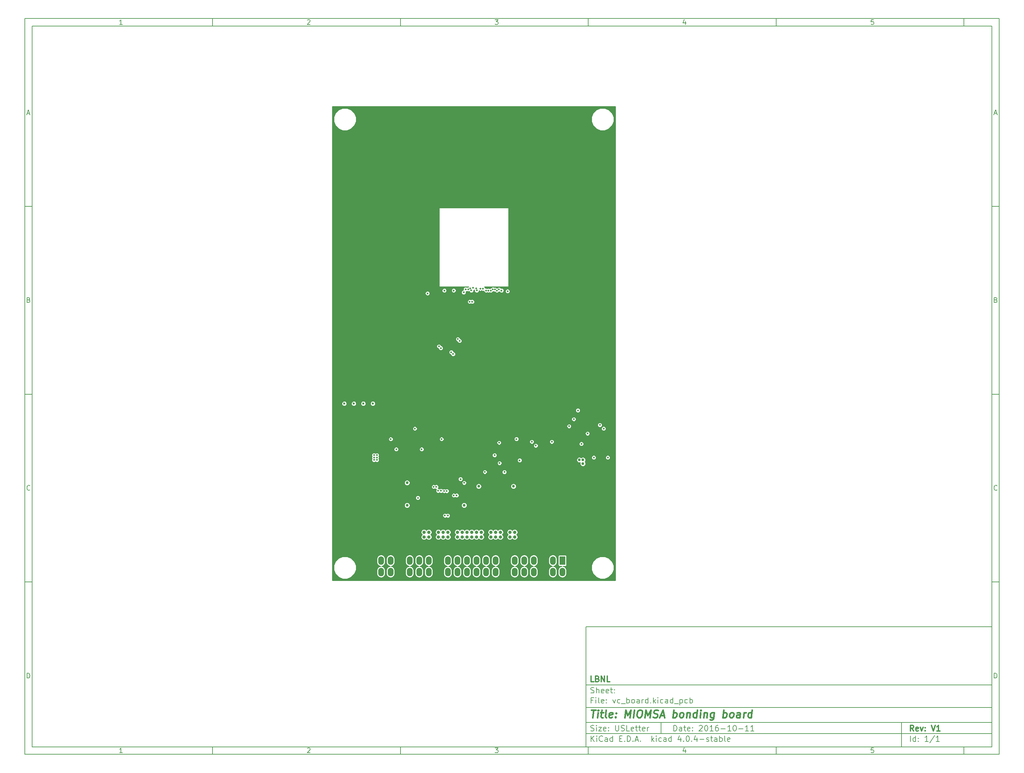
<source format=gbr>
G04 #@! TF.FileFunction,Copper,L2,Inr,Signal*
%FSLAX46Y46*%
G04 Gerber Fmt 4.6, Leading zero omitted, Abs format (unit mm)*
G04 Created by KiCad (PCBNEW 4.0.4-stable) date 2016 October 17, Monday 14:47:50*
%MOMM*%
%LPD*%
G01*
G04 APERTURE LIST*
%ADD10C,0.100000*%
%ADD11C,0.150000*%
%ADD12C,0.300000*%
%ADD13C,0.400000*%
%ADD14C,0.900000*%
%ADD15R,2.600000X2.000000*%
%ADD16O,2.600000X2.000000*%
%ADD17R,1.524000X2.286000*%
%ADD18O,1.524000X2.286000*%
%ADD19C,0.508000*%
%ADD20C,0.635000*%
%ADD21C,0.600000*%
%ADD22C,0.889000*%
%ADD23C,0.762000*%
%ADD24C,0.254000*%
G04 APERTURE END LIST*
D10*
D11*
X159400000Y-171900000D02*
X159400000Y-203900000D01*
X267400000Y-203900000D01*
X267400000Y-171900000D01*
X159400000Y-171900000D01*
D10*
D11*
X10000000Y-10000000D02*
X10000000Y-205900000D01*
X269400000Y-205900000D01*
X269400000Y-10000000D01*
X10000000Y-10000000D01*
D10*
D11*
X12000000Y-12000000D02*
X12000000Y-203900000D01*
X267400000Y-203900000D01*
X267400000Y-12000000D01*
X12000000Y-12000000D01*
D10*
D11*
X60000000Y-12000000D02*
X60000000Y-10000000D01*
D10*
D11*
X110000000Y-12000000D02*
X110000000Y-10000000D01*
D10*
D11*
X160000000Y-12000000D02*
X160000000Y-10000000D01*
D10*
D11*
X210000000Y-12000000D02*
X210000000Y-10000000D01*
D10*
D11*
X260000000Y-12000000D02*
X260000000Y-10000000D01*
D10*
D11*
X35990476Y-11588095D02*
X35247619Y-11588095D01*
X35619048Y-11588095D02*
X35619048Y-10288095D01*
X35495238Y-10473810D01*
X35371429Y-10597619D01*
X35247619Y-10659524D01*
D10*
D11*
X85247619Y-10411905D02*
X85309524Y-10350000D01*
X85433333Y-10288095D01*
X85742857Y-10288095D01*
X85866667Y-10350000D01*
X85928571Y-10411905D01*
X85990476Y-10535714D01*
X85990476Y-10659524D01*
X85928571Y-10845238D01*
X85185714Y-11588095D01*
X85990476Y-11588095D01*
D10*
D11*
X135185714Y-10288095D02*
X135990476Y-10288095D01*
X135557143Y-10783333D01*
X135742857Y-10783333D01*
X135866667Y-10845238D01*
X135928571Y-10907143D01*
X135990476Y-11030952D01*
X135990476Y-11340476D01*
X135928571Y-11464286D01*
X135866667Y-11526190D01*
X135742857Y-11588095D01*
X135371429Y-11588095D01*
X135247619Y-11526190D01*
X135185714Y-11464286D01*
D10*
D11*
X185866667Y-10721429D02*
X185866667Y-11588095D01*
X185557143Y-10226190D02*
X185247619Y-11154762D01*
X186052381Y-11154762D01*
D10*
D11*
X235928571Y-10288095D02*
X235309524Y-10288095D01*
X235247619Y-10907143D01*
X235309524Y-10845238D01*
X235433333Y-10783333D01*
X235742857Y-10783333D01*
X235866667Y-10845238D01*
X235928571Y-10907143D01*
X235990476Y-11030952D01*
X235990476Y-11340476D01*
X235928571Y-11464286D01*
X235866667Y-11526190D01*
X235742857Y-11588095D01*
X235433333Y-11588095D01*
X235309524Y-11526190D01*
X235247619Y-11464286D01*
D10*
D11*
X60000000Y-203900000D02*
X60000000Y-205900000D01*
D10*
D11*
X110000000Y-203900000D02*
X110000000Y-205900000D01*
D10*
D11*
X160000000Y-203900000D02*
X160000000Y-205900000D01*
D10*
D11*
X210000000Y-203900000D02*
X210000000Y-205900000D01*
D10*
D11*
X260000000Y-203900000D02*
X260000000Y-205900000D01*
D10*
D11*
X35990476Y-205488095D02*
X35247619Y-205488095D01*
X35619048Y-205488095D02*
X35619048Y-204188095D01*
X35495238Y-204373810D01*
X35371429Y-204497619D01*
X35247619Y-204559524D01*
D10*
D11*
X85247619Y-204311905D02*
X85309524Y-204250000D01*
X85433333Y-204188095D01*
X85742857Y-204188095D01*
X85866667Y-204250000D01*
X85928571Y-204311905D01*
X85990476Y-204435714D01*
X85990476Y-204559524D01*
X85928571Y-204745238D01*
X85185714Y-205488095D01*
X85990476Y-205488095D01*
D10*
D11*
X135185714Y-204188095D02*
X135990476Y-204188095D01*
X135557143Y-204683333D01*
X135742857Y-204683333D01*
X135866667Y-204745238D01*
X135928571Y-204807143D01*
X135990476Y-204930952D01*
X135990476Y-205240476D01*
X135928571Y-205364286D01*
X135866667Y-205426190D01*
X135742857Y-205488095D01*
X135371429Y-205488095D01*
X135247619Y-205426190D01*
X135185714Y-205364286D01*
D10*
D11*
X185866667Y-204621429D02*
X185866667Y-205488095D01*
X185557143Y-204126190D02*
X185247619Y-205054762D01*
X186052381Y-205054762D01*
D10*
D11*
X235928571Y-204188095D02*
X235309524Y-204188095D01*
X235247619Y-204807143D01*
X235309524Y-204745238D01*
X235433333Y-204683333D01*
X235742857Y-204683333D01*
X235866667Y-204745238D01*
X235928571Y-204807143D01*
X235990476Y-204930952D01*
X235990476Y-205240476D01*
X235928571Y-205364286D01*
X235866667Y-205426190D01*
X235742857Y-205488095D01*
X235433333Y-205488095D01*
X235309524Y-205426190D01*
X235247619Y-205364286D01*
D10*
D11*
X10000000Y-60000000D02*
X12000000Y-60000000D01*
D10*
D11*
X10000000Y-110000000D02*
X12000000Y-110000000D01*
D10*
D11*
X10000000Y-160000000D02*
X12000000Y-160000000D01*
D10*
D11*
X10690476Y-35216667D02*
X11309524Y-35216667D01*
X10566667Y-35588095D02*
X11000000Y-34288095D01*
X11433333Y-35588095D01*
D10*
D11*
X11092857Y-84907143D02*
X11278571Y-84969048D01*
X11340476Y-85030952D01*
X11402381Y-85154762D01*
X11402381Y-85340476D01*
X11340476Y-85464286D01*
X11278571Y-85526190D01*
X11154762Y-85588095D01*
X10659524Y-85588095D01*
X10659524Y-84288095D01*
X11092857Y-84288095D01*
X11216667Y-84350000D01*
X11278571Y-84411905D01*
X11340476Y-84535714D01*
X11340476Y-84659524D01*
X11278571Y-84783333D01*
X11216667Y-84845238D01*
X11092857Y-84907143D01*
X10659524Y-84907143D01*
D10*
D11*
X11402381Y-135464286D02*
X11340476Y-135526190D01*
X11154762Y-135588095D01*
X11030952Y-135588095D01*
X10845238Y-135526190D01*
X10721429Y-135402381D01*
X10659524Y-135278571D01*
X10597619Y-135030952D01*
X10597619Y-134845238D01*
X10659524Y-134597619D01*
X10721429Y-134473810D01*
X10845238Y-134350000D01*
X11030952Y-134288095D01*
X11154762Y-134288095D01*
X11340476Y-134350000D01*
X11402381Y-134411905D01*
D10*
D11*
X10659524Y-185588095D02*
X10659524Y-184288095D01*
X10969048Y-184288095D01*
X11154762Y-184350000D01*
X11278571Y-184473810D01*
X11340476Y-184597619D01*
X11402381Y-184845238D01*
X11402381Y-185030952D01*
X11340476Y-185278571D01*
X11278571Y-185402381D01*
X11154762Y-185526190D01*
X10969048Y-185588095D01*
X10659524Y-185588095D01*
D10*
D11*
X269400000Y-60000000D02*
X267400000Y-60000000D01*
D10*
D11*
X269400000Y-110000000D02*
X267400000Y-110000000D01*
D10*
D11*
X269400000Y-160000000D02*
X267400000Y-160000000D01*
D10*
D11*
X268090476Y-35216667D02*
X268709524Y-35216667D01*
X267966667Y-35588095D02*
X268400000Y-34288095D01*
X268833333Y-35588095D01*
D10*
D11*
X268492857Y-84907143D02*
X268678571Y-84969048D01*
X268740476Y-85030952D01*
X268802381Y-85154762D01*
X268802381Y-85340476D01*
X268740476Y-85464286D01*
X268678571Y-85526190D01*
X268554762Y-85588095D01*
X268059524Y-85588095D01*
X268059524Y-84288095D01*
X268492857Y-84288095D01*
X268616667Y-84350000D01*
X268678571Y-84411905D01*
X268740476Y-84535714D01*
X268740476Y-84659524D01*
X268678571Y-84783333D01*
X268616667Y-84845238D01*
X268492857Y-84907143D01*
X268059524Y-84907143D01*
D10*
D11*
X268802381Y-135464286D02*
X268740476Y-135526190D01*
X268554762Y-135588095D01*
X268430952Y-135588095D01*
X268245238Y-135526190D01*
X268121429Y-135402381D01*
X268059524Y-135278571D01*
X267997619Y-135030952D01*
X267997619Y-134845238D01*
X268059524Y-134597619D01*
X268121429Y-134473810D01*
X268245238Y-134350000D01*
X268430952Y-134288095D01*
X268554762Y-134288095D01*
X268740476Y-134350000D01*
X268802381Y-134411905D01*
D10*
D11*
X268059524Y-185588095D02*
X268059524Y-184288095D01*
X268369048Y-184288095D01*
X268554762Y-184350000D01*
X268678571Y-184473810D01*
X268740476Y-184597619D01*
X268802381Y-184845238D01*
X268802381Y-185030952D01*
X268740476Y-185278571D01*
X268678571Y-185402381D01*
X268554762Y-185526190D01*
X268369048Y-185588095D01*
X268059524Y-185588095D01*
D10*
D11*
X182757143Y-199678571D02*
X182757143Y-198178571D01*
X183114286Y-198178571D01*
X183328571Y-198250000D01*
X183471429Y-198392857D01*
X183542857Y-198535714D01*
X183614286Y-198821429D01*
X183614286Y-199035714D01*
X183542857Y-199321429D01*
X183471429Y-199464286D01*
X183328571Y-199607143D01*
X183114286Y-199678571D01*
X182757143Y-199678571D01*
X184900000Y-199678571D02*
X184900000Y-198892857D01*
X184828571Y-198750000D01*
X184685714Y-198678571D01*
X184400000Y-198678571D01*
X184257143Y-198750000D01*
X184900000Y-199607143D02*
X184757143Y-199678571D01*
X184400000Y-199678571D01*
X184257143Y-199607143D01*
X184185714Y-199464286D01*
X184185714Y-199321429D01*
X184257143Y-199178571D01*
X184400000Y-199107143D01*
X184757143Y-199107143D01*
X184900000Y-199035714D01*
X185400000Y-198678571D02*
X185971429Y-198678571D01*
X185614286Y-198178571D02*
X185614286Y-199464286D01*
X185685714Y-199607143D01*
X185828572Y-199678571D01*
X185971429Y-199678571D01*
X187042857Y-199607143D02*
X186900000Y-199678571D01*
X186614286Y-199678571D01*
X186471429Y-199607143D01*
X186400000Y-199464286D01*
X186400000Y-198892857D01*
X186471429Y-198750000D01*
X186614286Y-198678571D01*
X186900000Y-198678571D01*
X187042857Y-198750000D01*
X187114286Y-198892857D01*
X187114286Y-199035714D01*
X186400000Y-199178571D01*
X187757143Y-199535714D02*
X187828571Y-199607143D01*
X187757143Y-199678571D01*
X187685714Y-199607143D01*
X187757143Y-199535714D01*
X187757143Y-199678571D01*
X187757143Y-198750000D02*
X187828571Y-198821429D01*
X187757143Y-198892857D01*
X187685714Y-198821429D01*
X187757143Y-198750000D01*
X187757143Y-198892857D01*
X189542857Y-198321429D02*
X189614286Y-198250000D01*
X189757143Y-198178571D01*
X190114286Y-198178571D01*
X190257143Y-198250000D01*
X190328572Y-198321429D01*
X190400000Y-198464286D01*
X190400000Y-198607143D01*
X190328572Y-198821429D01*
X189471429Y-199678571D01*
X190400000Y-199678571D01*
X191328571Y-198178571D02*
X191471428Y-198178571D01*
X191614285Y-198250000D01*
X191685714Y-198321429D01*
X191757143Y-198464286D01*
X191828571Y-198750000D01*
X191828571Y-199107143D01*
X191757143Y-199392857D01*
X191685714Y-199535714D01*
X191614285Y-199607143D01*
X191471428Y-199678571D01*
X191328571Y-199678571D01*
X191185714Y-199607143D01*
X191114285Y-199535714D01*
X191042857Y-199392857D01*
X190971428Y-199107143D01*
X190971428Y-198750000D01*
X191042857Y-198464286D01*
X191114285Y-198321429D01*
X191185714Y-198250000D01*
X191328571Y-198178571D01*
X193257142Y-199678571D02*
X192399999Y-199678571D01*
X192828571Y-199678571D02*
X192828571Y-198178571D01*
X192685714Y-198392857D01*
X192542856Y-198535714D01*
X192399999Y-198607143D01*
X194542856Y-198178571D02*
X194257142Y-198178571D01*
X194114285Y-198250000D01*
X194042856Y-198321429D01*
X193899999Y-198535714D01*
X193828570Y-198821429D01*
X193828570Y-199392857D01*
X193899999Y-199535714D01*
X193971427Y-199607143D01*
X194114285Y-199678571D01*
X194399999Y-199678571D01*
X194542856Y-199607143D01*
X194614285Y-199535714D01*
X194685713Y-199392857D01*
X194685713Y-199035714D01*
X194614285Y-198892857D01*
X194542856Y-198821429D01*
X194399999Y-198750000D01*
X194114285Y-198750000D01*
X193971427Y-198821429D01*
X193899999Y-198892857D01*
X193828570Y-199035714D01*
X195328570Y-199107143D02*
X196471427Y-199107143D01*
X197971427Y-199678571D02*
X197114284Y-199678571D01*
X197542856Y-199678571D02*
X197542856Y-198178571D01*
X197399999Y-198392857D01*
X197257141Y-198535714D01*
X197114284Y-198607143D01*
X198899998Y-198178571D02*
X199042855Y-198178571D01*
X199185712Y-198250000D01*
X199257141Y-198321429D01*
X199328570Y-198464286D01*
X199399998Y-198750000D01*
X199399998Y-199107143D01*
X199328570Y-199392857D01*
X199257141Y-199535714D01*
X199185712Y-199607143D01*
X199042855Y-199678571D01*
X198899998Y-199678571D01*
X198757141Y-199607143D01*
X198685712Y-199535714D01*
X198614284Y-199392857D01*
X198542855Y-199107143D01*
X198542855Y-198750000D01*
X198614284Y-198464286D01*
X198685712Y-198321429D01*
X198757141Y-198250000D01*
X198899998Y-198178571D01*
X200042855Y-199107143D02*
X201185712Y-199107143D01*
X202685712Y-199678571D02*
X201828569Y-199678571D01*
X202257141Y-199678571D02*
X202257141Y-198178571D01*
X202114284Y-198392857D01*
X201971426Y-198535714D01*
X201828569Y-198607143D01*
X204114283Y-199678571D02*
X203257140Y-199678571D01*
X203685712Y-199678571D02*
X203685712Y-198178571D01*
X203542855Y-198392857D01*
X203399997Y-198535714D01*
X203257140Y-198607143D01*
D10*
D11*
X159400000Y-200400000D02*
X267400000Y-200400000D01*
D10*
D11*
X160757143Y-202478571D02*
X160757143Y-200978571D01*
X161614286Y-202478571D02*
X160971429Y-201621429D01*
X161614286Y-200978571D02*
X160757143Y-201835714D01*
X162257143Y-202478571D02*
X162257143Y-201478571D01*
X162257143Y-200978571D02*
X162185714Y-201050000D01*
X162257143Y-201121429D01*
X162328571Y-201050000D01*
X162257143Y-200978571D01*
X162257143Y-201121429D01*
X163828572Y-202335714D02*
X163757143Y-202407143D01*
X163542857Y-202478571D01*
X163400000Y-202478571D01*
X163185715Y-202407143D01*
X163042857Y-202264286D01*
X162971429Y-202121429D01*
X162900000Y-201835714D01*
X162900000Y-201621429D01*
X162971429Y-201335714D01*
X163042857Y-201192857D01*
X163185715Y-201050000D01*
X163400000Y-200978571D01*
X163542857Y-200978571D01*
X163757143Y-201050000D01*
X163828572Y-201121429D01*
X165114286Y-202478571D02*
X165114286Y-201692857D01*
X165042857Y-201550000D01*
X164900000Y-201478571D01*
X164614286Y-201478571D01*
X164471429Y-201550000D01*
X165114286Y-202407143D02*
X164971429Y-202478571D01*
X164614286Y-202478571D01*
X164471429Y-202407143D01*
X164400000Y-202264286D01*
X164400000Y-202121429D01*
X164471429Y-201978571D01*
X164614286Y-201907143D01*
X164971429Y-201907143D01*
X165114286Y-201835714D01*
X166471429Y-202478571D02*
X166471429Y-200978571D01*
X166471429Y-202407143D02*
X166328572Y-202478571D01*
X166042858Y-202478571D01*
X165900000Y-202407143D01*
X165828572Y-202335714D01*
X165757143Y-202192857D01*
X165757143Y-201764286D01*
X165828572Y-201621429D01*
X165900000Y-201550000D01*
X166042858Y-201478571D01*
X166328572Y-201478571D01*
X166471429Y-201550000D01*
X168328572Y-201692857D02*
X168828572Y-201692857D01*
X169042858Y-202478571D02*
X168328572Y-202478571D01*
X168328572Y-200978571D01*
X169042858Y-200978571D01*
X169685715Y-202335714D02*
X169757143Y-202407143D01*
X169685715Y-202478571D01*
X169614286Y-202407143D01*
X169685715Y-202335714D01*
X169685715Y-202478571D01*
X170400001Y-202478571D02*
X170400001Y-200978571D01*
X170757144Y-200978571D01*
X170971429Y-201050000D01*
X171114287Y-201192857D01*
X171185715Y-201335714D01*
X171257144Y-201621429D01*
X171257144Y-201835714D01*
X171185715Y-202121429D01*
X171114287Y-202264286D01*
X170971429Y-202407143D01*
X170757144Y-202478571D01*
X170400001Y-202478571D01*
X171900001Y-202335714D02*
X171971429Y-202407143D01*
X171900001Y-202478571D01*
X171828572Y-202407143D01*
X171900001Y-202335714D01*
X171900001Y-202478571D01*
X172542858Y-202050000D02*
X173257144Y-202050000D01*
X172400001Y-202478571D02*
X172900001Y-200978571D01*
X173400001Y-202478571D01*
X173900001Y-202335714D02*
X173971429Y-202407143D01*
X173900001Y-202478571D01*
X173828572Y-202407143D01*
X173900001Y-202335714D01*
X173900001Y-202478571D01*
X176900001Y-202478571D02*
X176900001Y-200978571D01*
X177042858Y-201907143D02*
X177471429Y-202478571D01*
X177471429Y-201478571D02*
X176900001Y-202050000D01*
X178114287Y-202478571D02*
X178114287Y-201478571D01*
X178114287Y-200978571D02*
X178042858Y-201050000D01*
X178114287Y-201121429D01*
X178185715Y-201050000D01*
X178114287Y-200978571D01*
X178114287Y-201121429D01*
X179471430Y-202407143D02*
X179328573Y-202478571D01*
X179042859Y-202478571D01*
X178900001Y-202407143D01*
X178828573Y-202335714D01*
X178757144Y-202192857D01*
X178757144Y-201764286D01*
X178828573Y-201621429D01*
X178900001Y-201550000D01*
X179042859Y-201478571D01*
X179328573Y-201478571D01*
X179471430Y-201550000D01*
X180757144Y-202478571D02*
X180757144Y-201692857D01*
X180685715Y-201550000D01*
X180542858Y-201478571D01*
X180257144Y-201478571D01*
X180114287Y-201550000D01*
X180757144Y-202407143D02*
X180614287Y-202478571D01*
X180257144Y-202478571D01*
X180114287Y-202407143D01*
X180042858Y-202264286D01*
X180042858Y-202121429D01*
X180114287Y-201978571D01*
X180257144Y-201907143D01*
X180614287Y-201907143D01*
X180757144Y-201835714D01*
X182114287Y-202478571D02*
X182114287Y-200978571D01*
X182114287Y-202407143D02*
X181971430Y-202478571D01*
X181685716Y-202478571D01*
X181542858Y-202407143D01*
X181471430Y-202335714D01*
X181400001Y-202192857D01*
X181400001Y-201764286D01*
X181471430Y-201621429D01*
X181542858Y-201550000D01*
X181685716Y-201478571D01*
X181971430Y-201478571D01*
X182114287Y-201550000D01*
X184614287Y-201478571D02*
X184614287Y-202478571D01*
X184257144Y-200907143D02*
X183900001Y-201978571D01*
X184828573Y-201978571D01*
X185400001Y-202335714D02*
X185471429Y-202407143D01*
X185400001Y-202478571D01*
X185328572Y-202407143D01*
X185400001Y-202335714D01*
X185400001Y-202478571D01*
X186400001Y-200978571D02*
X186542858Y-200978571D01*
X186685715Y-201050000D01*
X186757144Y-201121429D01*
X186828573Y-201264286D01*
X186900001Y-201550000D01*
X186900001Y-201907143D01*
X186828573Y-202192857D01*
X186757144Y-202335714D01*
X186685715Y-202407143D01*
X186542858Y-202478571D01*
X186400001Y-202478571D01*
X186257144Y-202407143D01*
X186185715Y-202335714D01*
X186114287Y-202192857D01*
X186042858Y-201907143D01*
X186042858Y-201550000D01*
X186114287Y-201264286D01*
X186185715Y-201121429D01*
X186257144Y-201050000D01*
X186400001Y-200978571D01*
X187542858Y-202335714D02*
X187614286Y-202407143D01*
X187542858Y-202478571D01*
X187471429Y-202407143D01*
X187542858Y-202335714D01*
X187542858Y-202478571D01*
X188900001Y-201478571D02*
X188900001Y-202478571D01*
X188542858Y-200907143D02*
X188185715Y-201978571D01*
X189114287Y-201978571D01*
X189685715Y-201907143D02*
X190828572Y-201907143D01*
X191471429Y-202407143D02*
X191614286Y-202478571D01*
X191900001Y-202478571D01*
X192042858Y-202407143D01*
X192114286Y-202264286D01*
X192114286Y-202192857D01*
X192042858Y-202050000D01*
X191900001Y-201978571D01*
X191685715Y-201978571D01*
X191542858Y-201907143D01*
X191471429Y-201764286D01*
X191471429Y-201692857D01*
X191542858Y-201550000D01*
X191685715Y-201478571D01*
X191900001Y-201478571D01*
X192042858Y-201550000D01*
X192542858Y-201478571D02*
X193114287Y-201478571D01*
X192757144Y-200978571D02*
X192757144Y-202264286D01*
X192828572Y-202407143D01*
X192971430Y-202478571D01*
X193114287Y-202478571D01*
X194257144Y-202478571D02*
X194257144Y-201692857D01*
X194185715Y-201550000D01*
X194042858Y-201478571D01*
X193757144Y-201478571D01*
X193614287Y-201550000D01*
X194257144Y-202407143D02*
X194114287Y-202478571D01*
X193757144Y-202478571D01*
X193614287Y-202407143D01*
X193542858Y-202264286D01*
X193542858Y-202121429D01*
X193614287Y-201978571D01*
X193757144Y-201907143D01*
X194114287Y-201907143D01*
X194257144Y-201835714D01*
X194971430Y-202478571D02*
X194971430Y-200978571D01*
X194971430Y-201550000D02*
X195114287Y-201478571D01*
X195400001Y-201478571D01*
X195542858Y-201550000D01*
X195614287Y-201621429D01*
X195685716Y-201764286D01*
X195685716Y-202192857D01*
X195614287Y-202335714D01*
X195542858Y-202407143D01*
X195400001Y-202478571D01*
X195114287Y-202478571D01*
X194971430Y-202407143D01*
X196542859Y-202478571D02*
X196400001Y-202407143D01*
X196328573Y-202264286D01*
X196328573Y-200978571D01*
X197685715Y-202407143D02*
X197542858Y-202478571D01*
X197257144Y-202478571D01*
X197114287Y-202407143D01*
X197042858Y-202264286D01*
X197042858Y-201692857D01*
X197114287Y-201550000D01*
X197257144Y-201478571D01*
X197542858Y-201478571D01*
X197685715Y-201550000D01*
X197757144Y-201692857D01*
X197757144Y-201835714D01*
X197042858Y-201978571D01*
D10*
D11*
X159400000Y-197400000D02*
X267400000Y-197400000D01*
D10*
D12*
X246614286Y-199678571D02*
X246114286Y-198964286D01*
X245757143Y-199678571D02*
X245757143Y-198178571D01*
X246328571Y-198178571D01*
X246471429Y-198250000D01*
X246542857Y-198321429D01*
X246614286Y-198464286D01*
X246614286Y-198678571D01*
X246542857Y-198821429D01*
X246471429Y-198892857D01*
X246328571Y-198964286D01*
X245757143Y-198964286D01*
X247828571Y-199607143D02*
X247685714Y-199678571D01*
X247400000Y-199678571D01*
X247257143Y-199607143D01*
X247185714Y-199464286D01*
X247185714Y-198892857D01*
X247257143Y-198750000D01*
X247400000Y-198678571D01*
X247685714Y-198678571D01*
X247828571Y-198750000D01*
X247900000Y-198892857D01*
X247900000Y-199035714D01*
X247185714Y-199178571D01*
X248400000Y-198678571D02*
X248757143Y-199678571D01*
X249114285Y-198678571D01*
X249685714Y-199535714D02*
X249757142Y-199607143D01*
X249685714Y-199678571D01*
X249614285Y-199607143D01*
X249685714Y-199535714D01*
X249685714Y-199678571D01*
X249685714Y-198750000D02*
X249757142Y-198821429D01*
X249685714Y-198892857D01*
X249614285Y-198821429D01*
X249685714Y-198750000D01*
X249685714Y-198892857D01*
X251328571Y-198178571D02*
X251828571Y-199678571D01*
X252328571Y-198178571D01*
X253614285Y-199678571D02*
X252757142Y-199678571D01*
X253185714Y-199678571D02*
X253185714Y-198178571D01*
X253042857Y-198392857D01*
X252899999Y-198535714D01*
X252757142Y-198607143D01*
D10*
D11*
X160685714Y-199607143D02*
X160900000Y-199678571D01*
X161257143Y-199678571D01*
X161400000Y-199607143D01*
X161471429Y-199535714D01*
X161542857Y-199392857D01*
X161542857Y-199250000D01*
X161471429Y-199107143D01*
X161400000Y-199035714D01*
X161257143Y-198964286D01*
X160971429Y-198892857D01*
X160828571Y-198821429D01*
X160757143Y-198750000D01*
X160685714Y-198607143D01*
X160685714Y-198464286D01*
X160757143Y-198321429D01*
X160828571Y-198250000D01*
X160971429Y-198178571D01*
X161328571Y-198178571D01*
X161542857Y-198250000D01*
X162185714Y-199678571D02*
X162185714Y-198678571D01*
X162185714Y-198178571D02*
X162114285Y-198250000D01*
X162185714Y-198321429D01*
X162257142Y-198250000D01*
X162185714Y-198178571D01*
X162185714Y-198321429D01*
X162757143Y-198678571D02*
X163542857Y-198678571D01*
X162757143Y-199678571D01*
X163542857Y-199678571D01*
X164685714Y-199607143D02*
X164542857Y-199678571D01*
X164257143Y-199678571D01*
X164114286Y-199607143D01*
X164042857Y-199464286D01*
X164042857Y-198892857D01*
X164114286Y-198750000D01*
X164257143Y-198678571D01*
X164542857Y-198678571D01*
X164685714Y-198750000D01*
X164757143Y-198892857D01*
X164757143Y-199035714D01*
X164042857Y-199178571D01*
X165400000Y-199535714D02*
X165471428Y-199607143D01*
X165400000Y-199678571D01*
X165328571Y-199607143D01*
X165400000Y-199535714D01*
X165400000Y-199678571D01*
X165400000Y-198750000D02*
X165471428Y-198821429D01*
X165400000Y-198892857D01*
X165328571Y-198821429D01*
X165400000Y-198750000D01*
X165400000Y-198892857D01*
X167257143Y-198178571D02*
X167257143Y-199392857D01*
X167328571Y-199535714D01*
X167400000Y-199607143D01*
X167542857Y-199678571D01*
X167828571Y-199678571D01*
X167971429Y-199607143D01*
X168042857Y-199535714D01*
X168114286Y-199392857D01*
X168114286Y-198178571D01*
X168757143Y-199607143D02*
X168971429Y-199678571D01*
X169328572Y-199678571D01*
X169471429Y-199607143D01*
X169542858Y-199535714D01*
X169614286Y-199392857D01*
X169614286Y-199250000D01*
X169542858Y-199107143D01*
X169471429Y-199035714D01*
X169328572Y-198964286D01*
X169042858Y-198892857D01*
X168900000Y-198821429D01*
X168828572Y-198750000D01*
X168757143Y-198607143D01*
X168757143Y-198464286D01*
X168828572Y-198321429D01*
X168900000Y-198250000D01*
X169042858Y-198178571D01*
X169400000Y-198178571D01*
X169614286Y-198250000D01*
X170971429Y-199678571D02*
X170257143Y-199678571D01*
X170257143Y-198178571D01*
X172042857Y-199607143D02*
X171900000Y-199678571D01*
X171614286Y-199678571D01*
X171471429Y-199607143D01*
X171400000Y-199464286D01*
X171400000Y-198892857D01*
X171471429Y-198750000D01*
X171614286Y-198678571D01*
X171900000Y-198678571D01*
X172042857Y-198750000D01*
X172114286Y-198892857D01*
X172114286Y-199035714D01*
X171400000Y-199178571D01*
X172542857Y-198678571D02*
X173114286Y-198678571D01*
X172757143Y-198178571D02*
X172757143Y-199464286D01*
X172828571Y-199607143D01*
X172971429Y-199678571D01*
X173114286Y-199678571D01*
X173400000Y-198678571D02*
X173971429Y-198678571D01*
X173614286Y-198178571D02*
X173614286Y-199464286D01*
X173685714Y-199607143D01*
X173828572Y-199678571D01*
X173971429Y-199678571D01*
X175042857Y-199607143D02*
X174900000Y-199678571D01*
X174614286Y-199678571D01*
X174471429Y-199607143D01*
X174400000Y-199464286D01*
X174400000Y-198892857D01*
X174471429Y-198750000D01*
X174614286Y-198678571D01*
X174900000Y-198678571D01*
X175042857Y-198750000D01*
X175114286Y-198892857D01*
X175114286Y-199035714D01*
X174400000Y-199178571D01*
X175757143Y-199678571D02*
X175757143Y-198678571D01*
X175757143Y-198964286D02*
X175828571Y-198821429D01*
X175900000Y-198750000D01*
X176042857Y-198678571D01*
X176185714Y-198678571D01*
D10*
D11*
X245757143Y-202478571D02*
X245757143Y-200978571D01*
X247114286Y-202478571D02*
X247114286Y-200978571D01*
X247114286Y-202407143D02*
X246971429Y-202478571D01*
X246685715Y-202478571D01*
X246542857Y-202407143D01*
X246471429Y-202335714D01*
X246400000Y-202192857D01*
X246400000Y-201764286D01*
X246471429Y-201621429D01*
X246542857Y-201550000D01*
X246685715Y-201478571D01*
X246971429Y-201478571D01*
X247114286Y-201550000D01*
X247828572Y-202335714D02*
X247900000Y-202407143D01*
X247828572Y-202478571D01*
X247757143Y-202407143D01*
X247828572Y-202335714D01*
X247828572Y-202478571D01*
X247828572Y-201550000D02*
X247900000Y-201621429D01*
X247828572Y-201692857D01*
X247757143Y-201621429D01*
X247828572Y-201550000D01*
X247828572Y-201692857D01*
X250471429Y-202478571D02*
X249614286Y-202478571D01*
X250042858Y-202478571D02*
X250042858Y-200978571D01*
X249900001Y-201192857D01*
X249757143Y-201335714D01*
X249614286Y-201407143D01*
X252185714Y-200907143D02*
X250900000Y-202835714D01*
X253471429Y-202478571D02*
X252614286Y-202478571D01*
X253042858Y-202478571D02*
X253042858Y-200978571D01*
X252900001Y-201192857D01*
X252757143Y-201335714D01*
X252614286Y-201407143D01*
D10*
D11*
X159400000Y-193400000D02*
X267400000Y-193400000D01*
D10*
D13*
X160852381Y-194104762D02*
X161995238Y-194104762D01*
X161173810Y-196104762D02*
X161423810Y-194104762D01*
X162411905Y-196104762D02*
X162578571Y-194771429D01*
X162661905Y-194104762D02*
X162554762Y-194200000D01*
X162638095Y-194295238D01*
X162745239Y-194200000D01*
X162661905Y-194104762D01*
X162638095Y-194295238D01*
X163245238Y-194771429D02*
X164007143Y-194771429D01*
X163614286Y-194104762D02*
X163400000Y-195819048D01*
X163471430Y-196009524D01*
X163650001Y-196104762D01*
X163840477Y-196104762D01*
X164792858Y-196104762D02*
X164614287Y-196009524D01*
X164542857Y-195819048D01*
X164757143Y-194104762D01*
X166328572Y-196009524D02*
X166126191Y-196104762D01*
X165745239Y-196104762D01*
X165566667Y-196009524D01*
X165495238Y-195819048D01*
X165590476Y-195057143D01*
X165709524Y-194866667D01*
X165911905Y-194771429D01*
X166292857Y-194771429D01*
X166471429Y-194866667D01*
X166542857Y-195057143D01*
X166519048Y-195247619D01*
X165542857Y-195438095D01*
X167292857Y-195914286D02*
X167376192Y-196009524D01*
X167269048Y-196104762D01*
X167185715Y-196009524D01*
X167292857Y-195914286D01*
X167269048Y-196104762D01*
X167423810Y-194866667D02*
X167507144Y-194961905D01*
X167400000Y-195057143D01*
X167316667Y-194961905D01*
X167423810Y-194866667D01*
X167400000Y-195057143D01*
X169745239Y-196104762D02*
X169995239Y-194104762D01*
X170483334Y-195533333D01*
X171328573Y-194104762D01*
X171078573Y-196104762D01*
X172030953Y-196104762D02*
X172280953Y-194104762D01*
X173614287Y-194104762D02*
X173995239Y-194104762D01*
X174173810Y-194200000D01*
X174340478Y-194390476D01*
X174388096Y-194771429D01*
X174304763Y-195438095D01*
X174161906Y-195819048D01*
X173947620Y-196009524D01*
X173745239Y-196104762D01*
X173364287Y-196104762D01*
X173185716Y-196009524D01*
X173019048Y-195819048D01*
X172971429Y-195438095D01*
X173054762Y-194771429D01*
X173197620Y-194390476D01*
X173411906Y-194200000D01*
X173614287Y-194104762D01*
X175078572Y-196104762D02*
X175328572Y-194104762D01*
X175816667Y-195533333D01*
X176661906Y-194104762D01*
X176411906Y-196104762D01*
X177280953Y-196009524D02*
X177554763Y-196104762D01*
X178030953Y-196104762D01*
X178233334Y-196009524D01*
X178340476Y-195914286D01*
X178459525Y-195723810D01*
X178483334Y-195533333D01*
X178411905Y-195342857D01*
X178328572Y-195247619D01*
X178150000Y-195152381D01*
X177780953Y-195057143D01*
X177602382Y-194961905D01*
X177519048Y-194866667D01*
X177447619Y-194676190D01*
X177471429Y-194485714D01*
X177590476Y-194295238D01*
X177697620Y-194200000D01*
X177900001Y-194104762D01*
X178376191Y-194104762D01*
X178650001Y-194200000D01*
X179245238Y-195533333D02*
X180197619Y-195533333D01*
X178983334Y-196104762D02*
X179900001Y-194104762D01*
X180316668Y-196104762D01*
X182507144Y-196104762D02*
X182757144Y-194104762D01*
X182661906Y-194866667D02*
X182864287Y-194771429D01*
X183245239Y-194771429D01*
X183423811Y-194866667D01*
X183507144Y-194961905D01*
X183578572Y-195152381D01*
X183507144Y-195723810D01*
X183388096Y-195914286D01*
X183280954Y-196009524D01*
X183078573Y-196104762D01*
X182697621Y-196104762D01*
X182519049Y-196009524D01*
X184602383Y-196104762D02*
X184423812Y-196009524D01*
X184340477Y-195914286D01*
X184269049Y-195723810D01*
X184340477Y-195152381D01*
X184459525Y-194961905D01*
X184566669Y-194866667D01*
X184769049Y-194771429D01*
X185054763Y-194771429D01*
X185233335Y-194866667D01*
X185316668Y-194961905D01*
X185388096Y-195152381D01*
X185316668Y-195723810D01*
X185197620Y-195914286D01*
X185090478Y-196009524D01*
X184888097Y-196104762D01*
X184602383Y-196104762D01*
X186292858Y-194771429D02*
X186126192Y-196104762D01*
X186269049Y-194961905D02*
X186376193Y-194866667D01*
X186578573Y-194771429D01*
X186864287Y-194771429D01*
X187042859Y-194866667D01*
X187114287Y-195057143D01*
X186983335Y-196104762D01*
X188792859Y-196104762D02*
X189042859Y-194104762D01*
X188804764Y-196009524D02*
X188602383Y-196104762D01*
X188221431Y-196104762D01*
X188042860Y-196009524D01*
X187959525Y-195914286D01*
X187888097Y-195723810D01*
X187959525Y-195152381D01*
X188078573Y-194961905D01*
X188185717Y-194866667D01*
X188388097Y-194771429D01*
X188769049Y-194771429D01*
X188947621Y-194866667D01*
X189745240Y-196104762D02*
X189911906Y-194771429D01*
X189995240Y-194104762D02*
X189888097Y-194200000D01*
X189971430Y-194295238D01*
X190078574Y-194200000D01*
X189995240Y-194104762D01*
X189971430Y-194295238D01*
X190864287Y-194771429D02*
X190697621Y-196104762D01*
X190840478Y-194961905D02*
X190947622Y-194866667D01*
X191150002Y-194771429D01*
X191435716Y-194771429D01*
X191614288Y-194866667D01*
X191685716Y-195057143D01*
X191554764Y-196104762D01*
X193530954Y-194771429D02*
X193328573Y-196390476D01*
X193209526Y-196580952D01*
X193102383Y-196676190D01*
X192900002Y-196771429D01*
X192614288Y-196771429D01*
X192435716Y-196676190D01*
X193376193Y-196009524D02*
X193173812Y-196104762D01*
X192792860Y-196104762D01*
X192614289Y-196009524D01*
X192530954Y-195914286D01*
X192459526Y-195723810D01*
X192530954Y-195152381D01*
X192650002Y-194961905D01*
X192757146Y-194866667D01*
X192959526Y-194771429D01*
X193340478Y-194771429D01*
X193519050Y-194866667D01*
X195840479Y-196104762D02*
X196090479Y-194104762D01*
X195995241Y-194866667D02*
X196197622Y-194771429D01*
X196578574Y-194771429D01*
X196757146Y-194866667D01*
X196840479Y-194961905D01*
X196911907Y-195152381D01*
X196840479Y-195723810D01*
X196721431Y-195914286D01*
X196614289Y-196009524D01*
X196411908Y-196104762D01*
X196030956Y-196104762D01*
X195852384Y-196009524D01*
X197935718Y-196104762D02*
X197757147Y-196009524D01*
X197673812Y-195914286D01*
X197602384Y-195723810D01*
X197673812Y-195152381D01*
X197792860Y-194961905D01*
X197900004Y-194866667D01*
X198102384Y-194771429D01*
X198388098Y-194771429D01*
X198566670Y-194866667D01*
X198650003Y-194961905D01*
X198721431Y-195152381D01*
X198650003Y-195723810D01*
X198530955Y-195914286D01*
X198423813Y-196009524D01*
X198221432Y-196104762D01*
X197935718Y-196104762D01*
X200316670Y-196104762D02*
X200447622Y-195057143D01*
X200376194Y-194866667D01*
X200197622Y-194771429D01*
X199816670Y-194771429D01*
X199614289Y-194866667D01*
X200328575Y-196009524D02*
X200126194Y-196104762D01*
X199650004Y-196104762D01*
X199471432Y-196009524D01*
X199400003Y-195819048D01*
X199423813Y-195628571D01*
X199542860Y-195438095D01*
X199745242Y-195342857D01*
X200221432Y-195342857D01*
X200423813Y-195247619D01*
X201269051Y-196104762D02*
X201435717Y-194771429D01*
X201388098Y-195152381D02*
X201507147Y-194961905D01*
X201614290Y-194866667D01*
X201816670Y-194771429D01*
X202007146Y-194771429D01*
X203364289Y-196104762D02*
X203614289Y-194104762D01*
X203376194Y-196009524D02*
X203173813Y-196104762D01*
X202792861Y-196104762D01*
X202614290Y-196009524D01*
X202530955Y-195914286D01*
X202459527Y-195723810D01*
X202530955Y-195152381D01*
X202650003Y-194961905D01*
X202757147Y-194866667D01*
X202959527Y-194771429D01*
X203340479Y-194771429D01*
X203519051Y-194866667D01*
D10*
D11*
X161257143Y-191492857D02*
X160757143Y-191492857D01*
X160757143Y-192278571D02*
X160757143Y-190778571D01*
X161471429Y-190778571D01*
X162042857Y-192278571D02*
X162042857Y-191278571D01*
X162042857Y-190778571D02*
X161971428Y-190850000D01*
X162042857Y-190921429D01*
X162114285Y-190850000D01*
X162042857Y-190778571D01*
X162042857Y-190921429D01*
X162971429Y-192278571D02*
X162828571Y-192207143D01*
X162757143Y-192064286D01*
X162757143Y-190778571D01*
X164114285Y-192207143D02*
X163971428Y-192278571D01*
X163685714Y-192278571D01*
X163542857Y-192207143D01*
X163471428Y-192064286D01*
X163471428Y-191492857D01*
X163542857Y-191350000D01*
X163685714Y-191278571D01*
X163971428Y-191278571D01*
X164114285Y-191350000D01*
X164185714Y-191492857D01*
X164185714Y-191635714D01*
X163471428Y-191778571D01*
X164828571Y-192135714D02*
X164899999Y-192207143D01*
X164828571Y-192278571D01*
X164757142Y-192207143D01*
X164828571Y-192135714D01*
X164828571Y-192278571D01*
X164828571Y-191350000D02*
X164899999Y-191421429D01*
X164828571Y-191492857D01*
X164757142Y-191421429D01*
X164828571Y-191350000D01*
X164828571Y-191492857D01*
X166542857Y-191278571D02*
X166900000Y-192278571D01*
X167257142Y-191278571D01*
X168471428Y-192207143D02*
X168328571Y-192278571D01*
X168042857Y-192278571D01*
X167899999Y-192207143D01*
X167828571Y-192135714D01*
X167757142Y-191992857D01*
X167757142Y-191564286D01*
X167828571Y-191421429D01*
X167899999Y-191350000D01*
X168042857Y-191278571D01*
X168328571Y-191278571D01*
X168471428Y-191350000D01*
X168757142Y-192421429D02*
X169899999Y-192421429D01*
X170257142Y-192278571D02*
X170257142Y-190778571D01*
X170257142Y-191350000D02*
X170399999Y-191278571D01*
X170685713Y-191278571D01*
X170828570Y-191350000D01*
X170899999Y-191421429D01*
X170971428Y-191564286D01*
X170971428Y-191992857D01*
X170899999Y-192135714D01*
X170828570Y-192207143D01*
X170685713Y-192278571D01*
X170399999Y-192278571D01*
X170257142Y-192207143D01*
X171828571Y-192278571D02*
X171685713Y-192207143D01*
X171614285Y-192135714D01*
X171542856Y-191992857D01*
X171542856Y-191564286D01*
X171614285Y-191421429D01*
X171685713Y-191350000D01*
X171828571Y-191278571D01*
X172042856Y-191278571D01*
X172185713Y-191350000D01*
X172257142Y-191421429D01*
X172328571Y-191564286D01*
X172328571Y-191992857D01*
X172257142Y-192135714D01*
X172185713Y-192207143D01*
X172042856Y-192278571D01*
X171828571Y-192278571D01*
X173614285Y-192278571D02*
X173614285Y-191492857D01*
X173542856Y-191350000D01*
X173399999Y-191278571D01*
X173114285Y-191278571D01*
X172971428Y-191350000D01*
X173614285Y-192207143D02*
X173471428Y-192278571D01*
X173114285Y-192278571D01*
X172971428Y-192207143D01*
X172899999Y-192064286D01*
X172899999Y-191921429D01*
X172971428Y-191778571D01*
X173114285Y-191707143D01*
X173471428Y-191707143D01*
X173614285Y-191635714D01*
X174328571Y-192278571D02*
X174328571Y-191278571D01*
X174328571Y-191564286D02*
X174399999Y-191421429D01*
X174471428Y-191350000D01*
X174614285Y-191278571D01*
X174757142Y-191278571D01*
X175899999Y-192278571D02*
X175899999Y-190778571D01*
X175899999Y-192207143D02*
X175757142Y-192278571D01*
X175471428Y-192278571D01*
X175328570Y-192207143D01*
X175257142Y-192135714D01*
X175185713Y-191992857D01*
X175185713Y-191564286D01*
X175257142Y-191421429D01*
X175328570Y-191350000D01*
X175471428Y-191278571D01*
X175757142Y-191278571D01*
X175899999Y-191350000D01*
X176614285Y-192135714D02*
X176685713Y-192207143D01*
X176614285Y-192278571D01*
X176542856Y-192207143D01*
X176614285Y-192135714D01*
X176614285Y-192278571D01*
X177328571Y-192278571D02*
X177328571Y-190778571D01*
X177471428Y-191707143D02*
X177899999Y-192278571D01*
X177899999Y-191278571D02*
X177328571Y-191850000D01*
X178542857Y-192278571D02*
X178542857Y-191278571D01*
X178542857Y-190778571D02*
X178471428Y-190850000D01*
X178542857Y-190921429D01*
X178614285Y-190850000D01*
X178542857Y-190778571D01*
X178542857Y-190921429D01*
X179900000Y-192207143D02*
X179757143Y-192278571D01*
X179471429Y-192278571D01*
X179328571Y-192207143D01*
X179257143Y-192135714D01*
X179185714Y-191992857D01*
X179185714Y-191564286D01*
X179257143Y-191421429D01*
X179328571Y-191350000D01*
X179471429Y-191278571D01*
X179757143Y-191278571D01*
X179900000Y-191350000D01*
X181185714Y-192278571D02*
X181185714Y-191492857D01*
X181114285Y-191350000D01*
X180971428Y-191278571D01*
X180685714Y-191278571D01*
X180542857Y-191350000D01*
X181185714Y-192207143D02*
X181042857Y-192278571D01*
X180685714Y-192278571D01*
X180542857Y-192207143D01*
X180471428Y-192064286D01*
X180471428Y-191921429D01*
X180542857Y-191778571D01*
X180685714Y-191707143D01*
X181042857Y-191707143D01*
X181185714Y-191635714D01*
X182542857Y-192278571D02*
X182542857Y-190778571D01*
X182542857Y-192207143D02*
X182400000Y-192278571D01*
X182114286Y-192278571D01*
X181971428Y-192207143D01*
X181900000Y-192135714D01*
X181828571Y-191992857D01*
X181828571Y-191564286D01*
X181900000Y-191421429D01*
X181971428Y-191350000D01*
X182114286Y-191278571D01*
X182400000Y-191278571D01*
X182542857Y-191350000D01*
X182900000Y-192421429D02*
X184042857Y-192421429D01*
X184400000Y-191278571D02*
X184400000Y-192778571D01*
X184400000Y-191350000D02*
X184542857Y-191278571D01*
X184828571Y-191278571D01*
X184971428Y-191350000D01*
X185042857Y-191421429D01*
X185114286Y-191564286D01*
X185114286Y-191992857D01*
X185042857Y-192135714D01*
X184971428Y-192207143D01*
X184828571Y-192278571D01*
X184542857Y-192278571D01*
X184400000Y-192207143D01*
X186400000Y-192207143D02*
X186257143Y-192278571D01*
X185971429Y-192278571D01*
X185828571Y-192207143D01*
X185757143Y-192135714D01*
X185685714Y-191992857D01*
X185685714Y-191564286D01*
X185757143Y-191421429D01*
X185828571Y-191350000D01*
X185971429Y-191278571D01*
X186257143Y-191278571D01*
X186400000Y-191350000D01*
X187042857Y-192278571D02*
X187042857Y-190778571D01*
X187042857Y-191350000D02*
X187185714Y-191278571D01*
X187471428Y-191278571D01*
X187614285Y-191350000D01*
X187685714Y-191421429D01*
X187757143Y-191564286D01*
X187757143Y-191992857D01*
X187685714Y-192135714D01*
X187614285Y-192207143D01*
X187471428Y-192278571D01*
X187185714Y-192278571D01*
X187042857Y-192207143D01*
D10*
D11*
X159400000Y-187400000D02*
X267400000Y-187400000D01*
D10*
D11*
X160685714Y-189507143D02*
X160900000Y-189578571D01*
X161257143Y-189578571D01*
X161400000Y-189507143D01*
X161471429Y-189435714D01*
X161542857Y-189292857D01*
X161542857Y-189150000D01*
X161471429Y-189007143D01*
X161400000Y-188935714D01*
X161257143Y-188864286D01*
X160971429Y-188792857D01*
X160828571Y-188721429D01*
X160757143Y-188650000D01*
X160685714Y-188507143D01*
X160685714Y-188364286D01*
X160757143Y-188221429D01*
X160828571Y-188150000D01*
X160971429Y-188078571D01*
X161328571Y-188078571D01*
X161542857Y-188150000D01*
X162185714Y-189578571D02*
X162185714Y-188078571D01*
X162828571Y-189578571D02*
X162828571Y-188792857D01*
X162757142Y-188650000D01*
X162614285Y-188578571D01*
X162400000Y-188578571D01*
X162257142Y-188650000D01*
X162185714Y-188721429D01*
X164114285Y-189507143D02*
X163971428Y-189578571D01*
X163685714Y-189578571D01*
X163542857Y-189507143D01*
X163471428Y-189364286D01*
X163471428Y-188792857D01*
X163542857Y-188650000D01*
X163685714Y-188578571D01*
X163971428Y-188578571D01*
X164114285Y-188650000D01*
X164185714Y-188792857D01*
X164185714Y-188935714D01*
X163471428Y-189078571D01*
X165399999Y-189507143D02*
X165257142Y-189578571D01*
X164971428Y-189578571D01*
X164828571Y-189507143D01*
X164757142Y-189364286D01*
X164757142Y-188792857D01*
X164828571Y-188650000D01*
X164971428Y-188578571D01*
X165257142Y-188578571D01*
X165399999Y-188650000D01*
X165471428Y-188792857D01*
X165471428Y-188935714D01*
X164757142Y-189078571D01*
X165899999Y-188578571D02*
X166471428Y-188578571D01*
X166114285Y-188078571D02*
X166114285Y-189364286D01*
X166185713Y-189507143D01*
X166328571Y-189578571D01*
X166471428Y-189578571D01*
X166971428Y-189435714D02*
X167042856Y-189507143D01*
X166971428Y-189578571D01*
X166899999Y-189507143D01*
X166971428Y-189435714D01*
X166971428Y-189578571D01*
X166971428Y-188650000D02*
X167042856Y-188721429D01*
X166971428Y-188792857D01*
X166899999Y-188721429D01*
X166971428Y-188650000D01*
X166971428Y-188792857D01*
D10*
D12*
X161471429Y-186578571D02*
X160757143Y-186578571D01*
X160757143Y-185078571D01*
X162471429Y-185792857D02*
X162685715Y-185864286D01*
X162757143Y-185935714D01*
X162828572Y-186078571D01*
X162828572Y-186292857D01*
X162757143Y-186435714D01*
X162685715Y-186507143D01*
X162542857Y-186578571D01*
X161971429Y-186578571D01*
X161971429Y-185078571D01*
X162471429Y-185078571D01*
X162614286Y-185150000D01*
X162685715Y-185221429D01*
X162757143Y-185364286D01*
X162757143Y-185507143D01*
X162685715Y-185650000D01*
X162614286Y-185721429D01*
X162471429Y-185792857D01*
X161971429Y-185792857D01*
X163471429Y-186578571D02*
X163471429Y-185078571D01*
X164328572Y-186578571D01*
X164328572Y-185078571D01*
X165757144Y-186578571D02*
X165042858Y-186578571D01*
X165042858Y-185078571D01*
D10*
D11*
X179400000Y-197400000D02*
X179400000Y-200400000D01*
D10*
D11*
X243400000Y-197400000D02*
X243400000Y-203900000D01*
D14*
X140418820Y-148023580D03*
X139148820Y-148023580D03*
X137878820Y-148023580D03*
X136608820Y-148023580D03*
X135338820Y-148023580D03*
X134068820Y-148023580D03*
X132798820Y-148023580D03*
X131528820Y-148023580D03*
X130258820Y-148023580D03*
X128988820Y-148023580D03*
X127718820Y-148023580D03*
X126448820Y-148023580D03*
X125178820Y-148023580D03*
X123908820Y-148023580D03*
X122638820Y-148023580D03*
X121368820Y-148023580D03*
X120098820Y-148023580D03*
X118828820Y-148023580D03*
X117558820Y-148023580D03*
X116288820Y-148023580D03*
X140418820Y-146753580D03*
X139148820Y-146753580D03*
X137878820Y-146753580D03*
X136608820Y-146753580D03*
X135338820Y-146753580D03*
X134068820Y-146753580D03*
X132798820Y-146753580D03*
X131528820Y-146753580D03*
X130258820Y-146753580D03*
X128988820Y-146753580D03*
X127718820Y-146753580D03*
X126448820Y-146753580D03*
X125178820Y-146753580D03*
X123908820Y-146753580D03*
X122638820Y-146753580D03*
X121368820Y-146753580D03*
X120098820Y-146753580D03*
X118828820Y-146753580D03*
X117558820Y-146753580D03*
X116288820Y-146753580D03*
D15*
X163545520Y-147914360D03*
D16*
X163545520Y-145374360D03*
D17*
X153116280Y-154302460D03*
D18*
X150576280Y-154302460D03*
X148036280Y-154302460D03*
X145496280Y-154302460D03*
X142956280Y-154302460D03*
X140416280Y-154302460D03*
X137876280Y-154302460D03*
X135336280Y-154302460D03*
X132796280Y-154302460D03*
X130256280Y-154302460D03*
X127716280Y-154302460D03*
X125176280Y-154302460D03*
X122636280Y-154302460D03*
X120096280Y-154302460D03*
X117556280Y-154302460D03*
X115016280Y-154302460D03*
X112476280Y-154302460D03*
X109936280Y-154302460D03*
X107396280Y-154302460D03*
X104856280Y-154302460D03*
X153116280Y-157350460D03*
X150576280Y-157350460D03*
X148036280Y-157350460D03*
X145496280Y-157350460D03*
X142956280Y-157350460D03*
X140416280Y-157350460D03*
X137876280Y-157350460D03*
X135336280Y-157350460D03*
X132796280Y-157350460D03*
X130256280Y-157350460D03*
X127716280Y-157350460D03*
X125176280Y-157350460D03*
X122636280Y-157350460D03*
X120096280Y-157350460D03*
X117556280Y-157350460D03*
X115016280Y-157350460D03*
X112476280Y-157350460D03*
X109936280Y-157350460D03*
X107396280Y-157350460D03*
X104856280Y-157350460D03*
D19*
X154901900Y-118519300D03*
X156156660Y-116646960D03*
X117218460Y-83167220D03*
X108899960Y-124680980D03*
X113845340Y-119179340D03*
X134040880Y-82397600D03*
X137675620Y-130726180D03*
X136273540Y-122913140D03*
X136222629Y-82124258D03*
X135692535Y-82425280D03*
X135072120Y-126243080D03*
X136372600Y-128343660D03*
X134567147Y-82089936D03*
X135176658Y-82100495D03*
X132468620Y-130703320D03*
X159814260Y-120469660D03*
X140886180Y-121942860D03*
X120957340Y-121970800D03*
D20*
X118767860Y-83934300D03*
X140296900Y-83929220D03*
D19*
X129542540Y-84373720D03*
D21*
X102671880Y-111010700D03*
X100134420Y-111015780D03*
X97594420Y-111008160D03*
X95054420Y-111013240D03*
D19*
X114841020Y-121023380D03*
X114625120Y-127157480D03*
X161467800Y-128381760D03*
X165199060Y-128386840D03*
X107414060Y-120474740D03*
X108440220Y-119494300D03*
X163984940Y-120670320D03*
X163080700Y-121648220D03*
X135732520Y-130093720D03*
X133129020Y-130098800D03*
X110075980Y-119496840D03*
X112737900Y-129329180D03*
X106017060Y-127220980D03*
X155689300Y-122209560D03*
X149263100Y-117993160D03*
X151808180Y-122654060D03*
X146484340Y-122664220D03*
X146232880Y-127627380D03*
X150517860Y-125849380D03*
X125991620Y-137106660D03*
X119164100Y-137627360D03*
X125968760Y-131109720D03*
X112666780Y-131104640D03*
X114160300Y-132006340D03*
X112643920Y-137104120D03*
X140098780Y-131074160D03*
X130822700Y-131094480D03*
D22*
X154528520Y-128508760D03*
X151061420Y-130677920D03*
X155869640Y-140294360D03*
X159331660Y-142527020D03*
X101475540Y-127213360D03*
X96771460Y-130616960D03*
X100683060Y-133431280D03*
X101589840Y-140296900D03*
X105130600Y-142529560D03*
D19*
X115651280Y-124686060D03*
X165204140Y-126885700D03*
X161470340Y-126883160D03*
X107419140Y-121973340D03*
X163080700Y-118191280D03*
X164109400Y-119171720D03*
X126974600Y-133588760D03*
X126004320Y-132613400D03*
D23*
X157634940Y-127508000D03*
X158577280Y-127508000D03*
D19*
X114663220Y-137614660D03*
X158168340Y-123238260D03*
X157236160Y-114317780D03*
D23*
X158574740Y-128508760D03*
D19*
X150304500Y-122656600D03*
X144980660Y-122661680D03*
X146019520Y-123695460D03*
X141729460Y-127627380D03*
D23*
X126974600Y-139585700D03*
X111770160Y-139588240D03*
X111767620Y-133588760D03*
X140091160Y-134536180D03*
X130825240Y-134536180D03*
D19*
X129372006Y-81686295D03*
X133395720Y-82410300D03*
X132801360Y-82415380D03*
X136906000Y-82402680D03*
X138536680Y-82598260D03*
X126842520Y-82887820D03*
X124170440Y-82405220D03*
X121696480Y-82420460D03*
D21*
X95051880Y-112511840D03*
X97596960Y-112509300D03*
X100126800Y-112511840D03*
X102666800Y-112514380D03*
D19*
X103751380Y-127500380D03*
X103751380Y-126850140D03*
X103751380Y-126243080D03*
X102974140Y-126243080D03*
X102974140Y-126867920D03*
X102974140Y-127497840D03*
X127347730Y-82061218D03*
X121657280Y-135778240D03*
X128035730Y-82061218D03*
X122345280Y-135778240D03*
X122609720Y-142308580D03*
X124174140Y-136959340D03*
X120806320Y-135722360D03*
X121829720Y-142308580D03*
X124954140Y-136959340D03*
X120026320Y-135722360D03*
X130327400Y-82395060D03*
X125275936Y-95321716D03*
X130157232Y-81809691D03*
X125762424Y-95808204D03*
X131999681Y-81932276D03*
X124019774Y-99326104D03*
X131311681Y-81932276D03*
X123533286Y-98839616D03*
X128865244Y-82392513D03*
X128414739Y-85389720D03*
X120256756Y-97256756D03*
X118848040Y-134675880D03*
X128604377Y-81841548D03*
X129102739Y-85389720D03*
X120743244Y-97743244D03*
X119536040Y-134675880D03*
D24*
G36*
X167186540Y-159536060D02*
X91898540Y-159536060D01*
X91898540Y-156803525D01*
X92252481Y-156803525D01*
X92707785Y-157905446D01*
X93550119Y-158749252D01*
X94651244Y-159206479D01*
X95843525Y-159207519D01*
X96945446Y-158752215D01*
X97789252Y-157909881D01*
X98246479Y-156808756D01*
X98247519Y-155616475D01*
X97792215Y-154514554D01*
X97170351Y-153891603D01*
X103713280Y-153891603D01*
X103713280Y-154713317D01*
X103800286Y-155150724D01*
X104048057Y-155521540D01*
X104418873Y-155769311D01*
X104706179Y-155826460D01*
X104418873Y-155883609D01*
X104048057Y-156131380D01*
X103800286Y-156502196D01*
X103713280Y-156939603D01*
X103713280Y-157761317D01*
X103800286Y-158198724D01*
X104048057Y-158569540D01*
X104418873Y-158817311D01*
X104856280Y-158904317D01*
X105293687Y-158817311D01*
X105664503Y-158569540D01*
X105912274Y-158198724D01*
X105999280Y-157761317D01*
X105999280Y-156939603D01*
X105912274Y-156502196D01*
X105664503Y-156131380D01*
X105293687Y-155883609D01*
X105006381Y-155826460D01*
X105293687Y-155769311D01*
X105664503Y-155521540D01*
X105912274Y-155150724D01*
X105999280Y-154713317D01*
X105999280Y-153891603D01*
X106253280Y-153891603D01*
X106253280Y-154713317D01*
X106340286Y-155150724D01*
X106588057Y-155521540D01*
X106958873Y-155769311D01*
X107246179Y-155826460D01*
X106958873Y-155883609D01*
X106588057Y-156131380D01*
X106340286Y-156502196D01*
X106253280Y-156939603D01*
X106253280Y-157761317D01*
X106340286Y-158198724D01*
X106588057Y-158569540D01*
X106958873Y-158817311D01*
X107396280Y-158904317D01*
X107833687Y-158817311D01*
X108204503Y-158569540D01*
X108452274Y-158198724D01*
X108539280Y-157761317D01*
X108539280Y-156939603D01*
X108452274Y-156502196D01*
X108204503Y-156131380D01*
X107833687Y-155883609D01*
X107546381Y-155826460D01*
X107833687Y-155769311D01*
X108204503Y-155521540D01*
X108452274Y-155150724D01*
X108539280Y-154713317D01*
X108539280Y-153891603D01*
X111333280Y-153891603D01*
X111333280Y-154713317D01*
X111420286Y-155150724D01*
X111668057Y-155521540D01*
X112038873Y-155769311D01*
X112326179Y-155826460D01*
X112038873Y-155883609D01*
X111668057Y-156131380D01*
X111420286Y-156502196D01*
X111333280Y-156939603D01*
X111333280Y-157761317D01*
X111420286Y-158198724D01*
X111668057Y-158569540D01*
X112038873Y-158817311D01*
X112476280Y-158904317D01*
X112913687Y-158817311D01*
X113284503Y-158569540D01*
X113532274Y-158198724D01*
X113619280Y-157761317D01*
X113619280Y-156939603D01*
X113532274Y-156502196D01*
X113284503Y-156131380D01*
X112913687Y-155883609D01*
X112626381Y-155826460D01*
X112913687Y-155769311D01*
X113284503Y-155521540D01*
X113532274Y-155150724D01*
X113619280Y-154713317D01*
X113619280Y-153891603D01*
X113873280Y-153891603D01*
X113873280Y-154713317D01*
X113960286Y-155150724D01*
X114208057Y-155521540D01*
X114578873Y-155769311D01*
X114866179Y-155826460D01*
X114578873Y-155883609D01*
X114208057Y-156131380D01*
X113960286Y-156502196D01*
X113873280Y-156939603D01*
X113873280Y-157761317D01*
X113960286Y-158198724D01*
X114208057Y-158569540D01*
X114578873Y-158817311D01*
X115016280Y-158904317D01*
X115453687Y-158817311D01*
X115824503Y-158569540D01*
X116072274Y-158198724D01*
X116159280Y-157761317D01*
X116159280Y-156939603D01*
X116072274Y-156502196D01*
X115824503Y-156131380D01*
X115453687Y-155883609D01*
X115166381Y-155826460D01*
X115453687Y-155769311D01*
X115824503Y-155521540D01*
X116072274Y-155150724D01*
X116159280Y-154713317D01*
X116159280Y-153891603D01*
X116413280Y-153891603D01*
X116413280Y-154713317D01*
X116500286Y-155150724D01*
X116748057Y-155521540D01*
X117118873Y-155769311D01*
X117406179Y-155826460D01*
X117118873Y-155883609D01*
X116748057Y-156131380D01*
X116500286Y-156502196D01*
X116413280Y-156939603D01*
X116413280Y-157761317D01*
X116500286Y-158198724D01*
X116748057Y-158569540D01*
X117118873Y-158817311D01*
X117556280Y-158904317D01*
X117993687Y-158817311D01*
X118364503Y-158569540D01*
X118612274Y-158198724D01*
X118699280Y-157761317D01*
X118699280Y-156939603D01*
X118612274Y-156502196D01*
X118364503Y-156131380D01*
X117993687Y-155883609D01*
X117706381Y-155826460D01*
X117993687Y-155769311D01*
X118364503Y-155521540D01*
X118612274Y-155150724D01*
X118699280Y-154713317D01*
X118699280Y-153891603D01*
X121493280Y-153891603D01*
X121493280Y-154713317D01*
X121580286Y-155150724D01*
X121828057Y-155521540D01*
X122198873Y-155769311D01*
X122486179Y-155826460D01*
X122198873Y-155883609D01*
X121828057Y-156131380D01*
X121580286Y-156502196D01*
X121493280Y-156939603D01*
X121493280Y-157761317D01*
X121580286Y-158198724D01*
X121828057Y-158569540D01*
X122198873Y-158817311D01*
X122636280Y-158904317D01*
X123073687Y-158817311D01*
X123444503Y-158569540D01*
X123692274Y-158198724D01*
X123779280Y-157761317D01*
X123779280Y-156939603D01*
X123692274Y-156502196D01*
X123444503Y-156131380D01*
X123073687Y-155883609D01*
X122786381Y-155826460D01*
X123073687Y-155769311D01*
X123444503Y-155521540D01*
X123692274Y-155150724D01*
X123779280Y-154713317D01*
X123779280Y-153891603D01*
X124033280Y-153891603D01*
X124033280Y-154713317D01*
X124120286Y-155150724D01*
X124368057Y-155521540D01*
X124738873Y-155769311D01*
X125026179Y-155826460D01*
X124738873Y-155883609D01*
X124368057Y-156131380D01*
X124120286Y-156502196D01*
X124033280Y-156939603D01*
X124033280Y-157761317D01*
X124120286Y-158198724D01*
X124368057Y-158569540D01*
X124738873Y-158817311D01*
X125176280Y-158904317D01*
X125613687Y-158817311D01*
X125984503Y-158569540D01*
X126232274Y-158198724D01*
X126319280Y-157761317D01*
X126319280Y-156939603D01*
X126232274Y-156502196D01*
X125984503Y-156131380D01*
X125613687Y-155883609D01*
X125326381Y-155826460D01*
X125613687Y-155769311D01*
X125984503Y-155521540D01*
X126232274Y-155150724D01*
X126319280Y-154713317D01*
X126319280Y-153891603D01*
X126573280Y-153891603D01*
X126573280Y-154713317D01*
X126660286Y-155150724D01*
X126908057Y-155521540D01*
X127278873Y-155769311D01*
X127566179Y-155826460D01*
X127278873Y-155883609D01*
X126908057Y-156131380D01*
X126660286Y-156502196D01*
X126573280Y-156939603D01*
X126573280Y-157761317D01*
X126660286Y-158198724D01*
X126908057Y-158569540D01*
X127278873Y-158817311D01*
X127716280Y-158904317D01*
X128153687Y-158817311D01*
X128524503Y-158569540D01*
X128772274Y-158198724D01*
X128859280Y-157761317D01*
X128859280Y-156939603D01*
X128772274Y-156502196D01*
X128524503Y-156131380D01*
X128153687Y-155883609D01*
X127866381Y-155826460D01*
X128153687Y-155769311D01*
X128524503Y-155521540D01*
X128772274Y-155150724D01*
X128859280Y-154713317D01*
X128859280Y-153891603D01*
X129113280Y-153891603D01*
X129113280Y-154713317D01*
X129200286Y-155150724D01*
X129448057Y-155521540D01*
X129818873Y-155769311D01*
X130106179Y-155826460D01*
X129818873Y-155883609D01*
X129448057Y-156131380D01*
X129200286Y-156502196D01*
X129113280Y-156939603D01*
X129113280Y-157761317D01*
X129200286Y-158198724D01*
X129448057Y-158569540D01*
X129818873Y-158817311D01*
X130256280Y-158904317D01*
X130693687Y-158817311D01*
X131064503Y-158569540D01*
X131312274Y-158198724D01*
X131399280Y-157761317D01*
X131399280Y-156939603D01*
X131312274Y-156502196D01*
X131064503Y-156131380D01*
X130693687Y-155883609D01*
X130406381Y-155826460D01*
X130693687Y-155769311D01*
X131064503Y-155521540D01*
X131312274Y-155150724D01*
X131399280Y-154713317D01*
X131399280Y-153891603D01*
X131653280Y-153891603D01*
X131653280Y-154713317D01*
X131740286Y-155150724D01*
X131988057Y-155521540D01*
X132358873Y-155769311D01*
X132646179Y-155826460D01*
X132358873Y-155883609D01*
X131988057Y-156131380D01*
X131740286Y-156502196D01*
X131653280Y-156939603D01*
X131653280Y-157761317D01*
X131740286Y-158198724D01*
X131988057Y-158569540D01*
X132358873Y-158817311D01*
X132796280Y-158904317D01*
X133233687Y-158817311D01*
X133604503Y-158569540D01*
X133852274Y-158198724D01*
X133939280Y-157761317D01*
X133939280Y-156939603D01*
X133852274Y-156502196D01*
X133604503Y-156131380D01*
X133233687Y-155883609D01*
X132946381Y-155826460D01*
X133233687Y-155769311D01*
X133604503Y-155521540D01*
X133852274Y-155150724D01*
X133939280Y-154713317D01*
X133939280Y-153891603D01*
X134193280Y-153891603D01*
X134193280Y-154713317D01*
X134280286Y-155150724D01*
X134528057Y-155521540D01*
X134898873Y-155769311D01*
X135186179Y-155826460D01*
X134898873Y-155883609D01*
X134528057Y-156131380D01*
X134280286Y-156502196D01*
X134193280Y-156939603D01*
X134193280Y-157761317D01*
X134280286Y-158198724D01*
X134528057Y-158569540D01*
X134898873Y-158817311D01*
X135336280Y-158904317D01*
X135773687Y-158817311D01*
X136144503Y-158569540D01*
X136392274Y-158198724D01*
X136479280Y-157761317D01*
X136479280Y-156939603D01*
X136392274Y-156502196D01*
X136144503Y-156131380D01*
X135773687Y-155883609D01*
X135486381Y-155826460D01*
X135773687Y-155769311D01*
X136144503Y-155521540D01*
X136392274Y-155150724D01*
X136479280Y-154713317D01*
X136479280Y-153891603D01*
X139273280Y-153891603D01*
X139273280Y-154713317D01*
X139360286Y-155150724D01*
X139608057Y-155521540D01*
X139978873Y-155769311D01*
X140266179Y-155826460D01*
X139978873Y-155883609D01*
X139608057Y-156131380D01*
X139360286Y-156502196D01*
X139273280Y-156939603D01*
X139273280Y-157761317D01*
X139360286Y-158198724D01*
X139608057Y-158569540D01*
X139978873Y-158817311D01*
X140416280Y-158904317D01*
X140853687Y-158817311D01*
X141224503Y-158569540D01*
X141472274Y-158198724D01*
X141559280Y-157761317D01*
X141559280Y-156939603D01*
X141472274Y-156502196D01*
X141224503Y-156131380D01*
X140853687Y-155883609D01*
X140566381Y-155826460D01*
X140853687Y-155769311D01*
X141224503Y-155521540D01*
X141472274Y-155150724D01*
X141559280Y-154713317D01*
X141559280Y-153891603D01*
X141813280Y-153891603D01*
X141813280Y-154713317D01*
X141900286Y-155150724D01*
X142148057Y-155521540D01*
X142518873Y-155769311D01*
X142806179Y-155826460D01*
X142518873Y-155883609D01*
X142148057Y-156131380D01*
X141900286Y-156502196D01*
X141813280Y-156939603D01*
X141813280Y-157761317D01*
X141900286Y-158198724D01*
X142148057Y-158569540D01*
X142518873Y-158817311D01*
X142956280Y-158904317D01*
X143393687Y-158817311D01*
X143764503Y-158569540D01*
X144012274Y-158198724D01*
X144099280Y-157761317D01*
X144099280Y-156939603D01*
X144012274Y-156502196D01*
X143764503Y-156131380D01*
X143393687Y-155883609D01*
X143106381Y-155826460D01*
X143393687Y-155769311D01*
X143764503Y-155521540D01*
X144012274Y-155150724D01*
X144099280Y-154713317D01*
X144099280Y-153891603D01*
X144353280Y-153891603D01*
X144353280Y-154713317D01*
X144440286Y-155150724D01*
X144688057Y-155521540D01*
X145058873Y-155769311D01*
X145346179Y-155826460D01*
X145058873Y-155883609D01*
X144688057Y-156131380D01*
X144440286Y-156502196D01*
X144353280Y-156939603D01*
X144353280Y-157761317D01*
X144440286Y-158198724D01*
X144688057Y-158569540D01*
X145058873Y-158817311D01*
X145496280Y-158904317D01*
X145933687Y-158817311D01*
X146304503Y-158569540D01*
X146552274Y-158198724D01*
X146639280Y-157761317D01*
X146639280Y-156939603D01*
X146552274Y-156502196D01*
X146304503Y-156131380D01*
X145933687Y-155883609D01*
X145646381Y-155826460D01*
X145933687Y-155769311D01*
X146304503Y-155521540D01*
X146552274Y-155150724D01*
X146639280Y-154713317D01*
X146639280Y-153891603D01*
X149433280Y-153891603D01*
X149433280Y-154713317D01*
X149520286Y-155150724D01*
X149768057Y-155521540D01*
X150138873Y-155769311D01*
X150426179Y-155826460D01*
X150138873Y-155883609D01*
X149768057Y-156131380D01*
X149520286Y-156502196D01*
X149433280Y-156939603D01*
X149433280Y-157761317D01*
X149520286Y-158198724D01*
X149768057Y-158569540D01*
X150138873Y-158817311D01*
X150576280Y-158904317D01*
X151013687Y-158817311D01*
X151384503Y-158569540D01*
X151632274Y-158198724D01*
X151719280Y-157761317D01*
X151719280Y-156939603D01*
X151632274Y-156502196D01*
X151384503Y-156131380D01*
X151013687Y-155883609D01*
X150726381Y-155826460D01*
X151013687Y-155769311D01*
X151384503Y-155521540D01*
X151632274Y-155150724D01*
X151719280Y-154713317D01*
X151719280Y-153891603D01*
X151632274Y-153454196D01*
X151435338Y-153159460D01*
X151965816Y-153159460D01*
X151965816Y-155445460D01*
X151992383Y-155586650D01*
X152075826Y-155716325D01*
X152203146Y-155803319D01*
X152354280Y-155833924D01*
X152928655Y-155833924D01*
X152678873Y-155883609D01*
X152308057Y-156131380D01*
X152060286Y-156502196D01*
X151973280Y-156939603D01*
X151973280Y-157761317D01*
X152060286Y-158198724D01*
X152308057Y-158569540D01*
X152678873Y-158817311D01*
X153116280Y-158904317D01*
X153553687Y-158817311D01*
X153924503Y-158569540D01*
X154172274Y-158198724D01*
X154259280Y-157761317D01*
X154259280Y-156939603D01*
X154232213Y-156803525D01*
X160832481Y-156803525D01*
X161287785Y-157905446D01*
X162130119Y-158749252D01*
X163231244Y-159206479D01*
X164423525Y-159207519D01*
X165525446Y-158752215D01*
X166369252Y-157909881D01*
X166826479Y-156808756D01*
X166827519Y-155616475D01*
X166372215Y-154514554D01*
X165529881Y-153670748D01*
X164428756Y-153213521D01*
X163236475Y-153212481D01*
X162134554Y-153667785D01*
X161290748Y-154510119D01*
X160833521Y-155611244D01*
X160832481Y-156803525D01*
X154232213Y-156803525D01*
X154172274Y-156502196D01*
X153924503Y-156131380D01*
X153553687Y-155883609D01*
X153303905Y-155833924D01*
X153878280Y-155833924D01*
X154019470Y-155807357D01*
X154149145Y-155723914D01*
X154236139Y-155596594D01*
X154266744Y-155445460D01*
X154266744Y-153159460D01*
X154240177Y-153018270D01*
X154156734Y-152888595D01*
X154029414Y-152801601D01*
X153878280Y-152770996D01*
X152354280Y-152770996D01*
X152213090Y-152797563D01*
X152083415Y-152881006D01*
X151996421Y-153008326D01*
X151965816Y-153159460D01*
X151435338Y-153159460D01*
X151384503Y-153083380D01*
X151013687Y-152835609D01*
X150576280Y-152748603D01*
X150138873Y-152835609D01*
X149768057Y-153083380D01*
X149520286Y-153454196D01*
X149433280Y-153891603D01*
X146639280Y-153891603D01*
X146552274Y-153454196D01*
X146304503Y-153083380D01*
X145933687Y-152835609D01*
X145496280Y-152748603D01*
X145058873Y-152835609D01*
X144688057Y-153083380D01*
X144440286Y-153454196D01*
X144353280Y-153891603D01*
X144099280Y-153891603D01*
X144012274Y-153454196D01*
X143764503Y-153083380D01*
X143393687Y-152835609D01*
X142956280Y-152748603D01*
X142518873Y-152835609D01*
X142148057Y-153083380D01*
X141900286Y-153454196D01*
X141813280Y-153891603D01*
X141559280Y-153891603D01*
X141472274Y-153454196D01*
X141224503Y-153083380D01*
X140853687Y-152835609D01*
X140416280Y-152748603D01*
X139978873Y-152835609D01*
X139608057Y-153083380D01*
X139360286Y-153454196D01*
X139273280Y-153891603D01*
X136479280Y-153891603D01*
X136392274Y-153454196D01*
X136144503Y-153083380D01*
X135773687Y-152835609D01*
X135336280Y-152748603D01*
X134898873Y-152835609D01*
X134528057Y-153083380D01*
X134280286Y-153454196D01*
X134193280Y-153891603D01*
X133939280Y-153891603D01*
X133852274Y-153454196D01*
X133604503Y-153083380D01*
X133233687Y-152835609D01*
X132796280Y-152748603D01*
X132358873Y-152835609D01*
X131988057Y-153083380D01*
X131740286Y-153454196D01*
X131653280Y-153891603D01*
X131399280Y-153891603D01*
X131312274Y-153454196D01*
X131064503Y-153083380D01*
X130693687Y-152835609D01*
X130256280Y-152748603D01*
X129818873Y-152835609D01*
X129448057Y-153083380D01*
X129200286Y-153454196D01*
X129113280Y-153891603D01*
X128859280Y-153891603D01*
X128772274Y-153454196D01*
X128524503Y-153083380D01*
X128153687Y-152835609D01*
X127716280Y-152748603D01*
X127278873Y-152835609D01*
X126908057Y-153083380D01*
X126660286Y-153454196D01*
X126573280Y-153891603D01*
X126319280Y-153891603D01*
X126232274Y-153454196D01*
X125984503Y-153083380D01*
X125613687Y-152835609D01*
X125176280Y-152748603D01*
X124738873Y-152835609D01*
X124368057Y-153083380D01*
X124120286Y-153454196D01*
X124033280Y-153891603D01*
X123779280Y-153891603D01*
X123692274Y-153454196D01*
X123444503Y-153083380D01*
X123073687Y-152835609D01*
X122636280Y-152748603D01*
X122198873Y-152835609D01*
X121828057Y-153083380D01*
X121580286Y-153454196D01*
X121493280Y-153891603D01*
X118699280Y-153891603D01*
X118612274Y-153454196D01*
X118364503Y-153083380D01*
X117993687Y-152835609D01*
X117556280Y-152748603D01*
X117118873Y-152835609D01*
X116748057Y-153083380D01*
X116500286Y-153454196D01*
X116413280Y-153891603D01*
X116159280Y-153891603D01*
X116072274Y-153454196D01*
X115824503Y-153083380D01*
X115453687Y-152835609D01*
X115016280Y-152748603D01*
X114578873Y-152835609D01*
X114208057Y-153083380D01*
X113960286Y-153454196D01*
X113873280Y-153891603D01*
X113619280Y-153891603D01*
X113532274Y-153454196D01*
X113284503Y-153083380D01*
X112913687Y-152835609D01*
X112476280Y-152748603D01*
X112038873Y-152835609D01*
X111668057Y-153083380D01*
X111420286Y-153454196D01*
X111333280Y-153891603D01*
X108539280Y-153891603D01*
X108452274Y-153454196D01*
X108204503Y-153083380D01*
X107833687Y-152835609D01*
X107396280Y-152748603D01*
X106958873Y-152835609D01*
X106588057Y-153083380D01*
X106340286Y-153454196D01*
X106253280Y-153891603D01*
X105999280Y-153891603D01*
X105912274Y-153454196D01*
X105664503Y-153083380D01*
X105293687Y-152835609D01*
X104856280Y-152748603D01*
X104418873Y-152835609D01*
X104048057Y-153083380D01*
X103800286Y-153454196D01*
X103713280Y-153891603D01*
X97170351Y-153891603D01*
X96949881Y-153670748D01*
X95848756Y-153213521D01*
X94656475Y-153212481D01*
X93554554Y-153667785D01*
X92710748Y-154510119D01*
X92253521Y-155611244D01*
X92252481Y-156803525D01*
X91898540Y-156803525D01*
X91898540Y-146918151D01*
X115457676Y-146918151D01*
X115583922Y-147223689D01*
X115748608Y-147388663D01*
X115584743Y-147552242D01*
X115457965Y-147857559D01*
X115457676Y-148188151D01*
X115583922Y-148493689D01*
X115817482Y-148727657D01*
X116122799Y-148854435D01*
X116453391Y-148854724D01*
X116758929Y-148728478D01*
X116923903Y-148563792D01*
X117087482Y-148727657D01*
X117392799Y-148854435D01*
X117723391Y-148854724D01*
X118028929Y-148728478D01*
X118262897Y-148494918D01*
X118389675Y-148189601D01*
X118389964Y-147859009D01*
X118263718Y-147553471D01*
X118099032Y-147388497D01*
X118262897Y-147224918D01*
X118389675Y-146919601D01*
X118389676Y-146918151D01*
X119267676Y-146918151D01*
X119393922Y-147223689D01*
X119558608Y-147388663D01*
X119394743Y-147552242D01*
X119267965Y-147857559D01*
X119267676Y-148188151D01*
X119393922Y-148493689D01*
X119627482Y-148727657D01*
X119932799Y-148854435D01*
X120263391Y-148854724D01*
X120568929Y-148728478D01*
X120733903Y-148563792D01*
X120897482Y-148727657D01*
X121202799Y-148854435D01*
X121533391Y-148854724D01*
X121838929Y-148728478D01*
X122003903Y-148563792D01*
X122167482Y-148727657D01*
X122472799Y-148854435D01*
X122803391Y-148854724D01*
X123108929Y-148728478D01*
X123342897Y-148494918D01*
X123469675Y-148189601D01*
X123469964Y-147859009D01*
X123343718Y-147553471D01*
X123179032Y-147388497D01*
X123342897Y-147224918D01*
X123469675Y-146919601D01*
X123469676Y-146918151D01*
X124347676Y-146918151D01*
X124473922Y-147223689D01*
X124638608Y-147388663D01*
X124474743Y-147552242D01*
X124347965Y-147857559D01*
X124347676Y-148188151D01*
X124473922Y-148493689D01*
X124707482Y-148727657D01*
X125012799Y-148854435D01*
X125343391Y-148854724D01*
X125648929Y-148728478D01*
X125813903Y-148563792D01*
X125977482Y-148727657D01*
X126282799Y-148854435D01*
X126613391Y-148854724D01*
X126918929Y-148728478D01*
X127083903Y-148563792D01*
X127247482Y-148727657D01*
X127552799Y-148854435D01*
X127883391Y-148854724D01*
X128188929Y-148728478D01*
X128353903Y-148563792D01*
X128517482Y-148727657D01*
X128822799Y-148854435D01*
X129153391Y-148854724D01*
X129458929Y-148728478D01*
X129623903Y-148563792D01*
X129787482Y-148727657D01*
X130092799Y-148854435D01*
X130423391Y-148854724D01*
X130728929Y-148728478D01*
X130893903Y-148563792D01*
X131057482Y-148727657D01*
X131362799Y-148854435D01*
X131693391Y-148854724D01*
X131998929Y-148728478D01*
X132232897Y-148494918D01*
X132359675Y-148189601D01*
X132359964Y-147859009D01*
X132233718Y-147553471D01*
X132069032Y-147388497D01*
X132232897Y-147224918D01*
X132359675Y-146919601D01*
X132359676Y-146918151D01*
X133237676Y-146918151D01*
X133363922Y-147223689D01*
X133528608Y-147388663D01*
X133364743Y-147552242D01*
X133237965Y-147857559D01*
X133237676Y-148188151D01*
X133363922Y-148493689D01*
X133597482Y-148727657D01*
X133902799Y-148854435D01*
X134233391Y-148854724D01*
X134538929Y-148728478D01*
X134703903Y-148563792D01*
X134867482Y-148727657D01*
X135172799Y-148854435D01*
X135503391Y-148854724D01*
X135808929Y-148728478D01*
X135973903Y-148563792D01*
X136137482Y-148727657D01*
X136442799Y-148854435D01*
X136773391Y-148854724D01*
X137078929Y-148728478D01*
X137312897Y-148494918D01*
X137439675Y-148189601D01*
X137439964Y-147859009D01*
X137313718Y-147553471D01*
X137149032Y-147388497D01*
X137312897Y-147224918D01*
X137439675Y-146919601D01*
X137439676Y-146918151D01*
X138317676Y-146918151D01*
X138443922Y-147223689D01*
X138608608Y-147388663D01*
X138444743Y-147552242D01*
X138317965Y-147857559D01*
X138317676Y-148188151D01*
X138443922Y-148493689D01*
X138677482Y-148727657D01*
X138982799Y-148854435D01*
X139313391Y-148854724D01*
X139618929Y-148728478D01*
X139783903Y-148563792D01*
X139947482Y-148727657D01*
X140252799Y-148854435D01*
X140583391Y-148854724D01*
X140888929Y-148728478D01*
X141122897Y-148494918D01*
X141249675Y-148189601D01*
X141249964Y-147859009D01*
X141123718Y-147553471D01*
X140959032Y-147388497D01*
X141122897Y-147224918D01*
X141249675Y-146919601D01*
X141249964Y-146589009D01*
X141123718Y-146283471D01*
X140890158Y-146049503D01*
X140584841Y-145922725D01*
X140254249Y-145922436D01*
X139948711Y-146048682D01*
X139783737Y-146213368D01*
X139620158Y-146049503D01*
X139314841Y-145922725D01*
X138984249Y-145922436D01*
X138678711Y-146048682D01*
X138444743Y-146282242D01*
X138317965Y-146587559D01*
X138317676Y-146918151D01*
X137439676Y-146918151D01*
X137439964Y-146589009D01*
X137313718Y-146283471D01*
X137080158Y-146049503D01*
X136774841Y-145922725D01*
X136444249Y-145922436D01*
X136138711Y-146048682D01*
X135973737Y-146213368D01*
X135810158Y-146049503D01*
X135504841Y-145922725D01*
X135174249Y-145922436D01*
X134868711Y-146048682D01*
X134703737Y-146213368D01*
X134540158Y-146049503D01*
X134234841Y-145922725D01*
X133904249Y-145922436D01*
X133598711Y-146048682D01*
X133364743Y-146282242D01*
X133237965Y-146587559D01*
X133237676Y-146918151D01*
X132359676Y-146918151D01*
X132359964Y-146589009D01*
X132233718Y-146283471D01*
X132000158Y-146049503D01*
X131694841Y-145922725D01*
X131364249Y-145922436D01*
X131058711Y-146048682D01*
X130893737Y-146213368D01*
X130730158Y-146049503D01*
X130424841Y-145922725D01*
X130094249Y-145922436D01*
X129788711Y-146048682D01*
X129623737Y-146213368D01*
X129460158Y-146049503D01*
X129154841Y-145922725D01*
X128824249Y-145922436D01*
X128518711Y-146048682D01*
X128353737Y-146213368D01*
X128190158Y-146049503D01*
X127884841Y-145922725D01*
X127554249Y-145922436D01*
X127248711Y-146048682D01*
X127083737Y-146213368D01*
X126920158Y-146049503D01*
X126614841Y-145922725D01*
X126284249Y-145922436D01*
X125978711Y-146048682D01*
X125813737Y-146213368D01*
X125650158Y-146049503D01*
X125344841Y-145922725D01*
X125014249Y-145922436D01*
X124708711Y-146048682D01*
X124474743Y-146282242D01*
X124347965Y-146587559D01*
X124347676Y-146918151D01*
X123469676Y-146918151D01*
X123469964Y-146589009D01*
X123343718Y-146283471D01*
X123110158Y-146049503D01*
X122804841Y-145922725D01*
X122474249Y-145922436D01*
X122168711Y-146048682D01*
X122003737Y-146213368D01*
X121840158Y-146049503D01*
X121534841Y-145922725D01*
X121204249Y-145922436D01*
X120898711Y-146048682D01*
X120733737Y-146213368D01*
X120570158Y-146049503D01*
X120264841Y-145922725D01*
X119934249Y-145922436D01*
X119628711Y-146048682D01*
X119394743Y-146282242D01*
X119267965Y-146587559D01*
X119267676Y-146918151D01*
X118389676Y-146918151D01*
X118389964Y-146589009D01*
X118263718Y-146283471D01*
X118030158Y-146049503D01*
X117724841Y-145922725D01*
X117394249Y-145922436D01*
X117088711Y-146048682D01*
X116923737Y-146213368D01*
X116760158Y-146049503D01*
X116454841Y-145922725D01*
X116124249Y-145922436D01*
X115818711Y-146048682D01*
X115584743Y-146282242D01*
X115457965Y-146587559D01*
X115457676Y-146918151D01*
X91898540Y-146918151D01*
X91898540Y-142434335D01*
X121194610Y-142434335D01*
X121291080Y-142667808D01*
X121469552Y-142846593D01*
X121702857Y-142943469D01*
X121955475Y-142943690D01*
X122188948Y-142847220D01*
X122219617Y-142816605D01*
X122249552Y-142846593D01*
X122482857Y-142943469D01*
X122735475Y-142943690D01*
X122968948Y-142847220D01*
X123147733Y-142668748D01*
X123244609Y-142435443D01*
X123244830Y-142182825D01*
X123148360Y-141949352D01*
X122969888Y-141770567D01*
X122736583Y-141673691D01*
X122483965Y-141673470D01*
X122250492Y-141769940D01*
X122219823Y-141800555D01*
X122189888Y-141770567D01*
X121956583Y-141673691D01*
X121703965Y-141673470D01*
X121470492Y-141769940D01*
X121291707Y-141948412D01*
X121194831Y-142181717D01*
X121194610Y-142434335D01*
X91898540Y-142434335D01*
X91898540Y-139739146D01*
X111008028Y-139739146D01*
X111123792Y-140019314D01*
X111337958Y-140233855D01*
X111617924Y-140350107D01*
X111921066Y-140350372D01*
X112201234Y-140234608D01*
X112415775Y-140020442D01*
X112532027Y-139740476D01*
X112532030Y-139736606D01*
X126212468Y-139736606D01*
X126328232Y-140016774D01*
X126542398Y-140231315D01*
X126822364Y-140347567D01*
X127125506Y-140347832D01*
X127405674Y-140232068D01*
X127620215Y-140017902D01*
X127736467Y-139737936D01*
X127736732Y-139434794D01*
X127620968Y-139154626D01*
X127406802Y-138940085D01*
X127126836Y-138823833D01*
X126823694Y-138823568D01*
X126543526Y-138939332D01*
X126328985Y-139153498D01*
X126212733Y-139433464D01*
X126212468Y-139736606D01*
X112532030Y-139736606D01*
X112532292Y-139437334D01*
X112416528Y-139157166D01*
X112202362Y-138942625D01*
X111922396Y-138826373D01*
X111619254Y-138826108D01*
X111339086Y-138941872D01*
X111124545Y-139156038D01*
X111008293Y-139436004D01*
X111008028Y-139739146D01*
X91898540Y-139739146D01*
X91898540Y-137740415D01*
X114028110Y-137740415D01*
X114124580Y-137973888D01*
X114303052Y-138152673D01*
X114536357Y-138249549D01*
X114788975Y-138249770D01*
X115022448Y-138153300D01*
X115201233Y-137974828D01*
X115298109Y-137741523D01*
X115298330Y-137488905D01*
X115201860Y-137255432D01*
X115031822Y-137085095D01*
X123539030Y-137085095D01*
X123635500Y-137318568D01*
X123813972Y-137497353D01*
X124047277Y-137594229D01*
X124299895Y-137594450D01*
X124533368Y-137497980D01*
X124564037Y-137467365D01*
X124593972Y-137497353D01*
X124827277Y-137594229D01*
X125079895Y-137594450D01*
X125313368Y-137497980D01*
X125492153Y-137319508D01*
X125589029Y-137086203D01*
X125589250Y-136833585D01*
X125492780Y-136600112D01*
X125314308Y-136421327D01*
X125081003Y-136324451D01*
X124828385Y-136324230D01*
X124594912Y-136420700D01*
X124564243Y-136451315D01*
X124534308Y-136421327D01*
X124301003Y-136324451D01*
X124048385Y-136324230D01*
X123814912Y-136420700D01*
X123636127Y-136599172D01*
X123539251Y-136832477D01*
X123539030Y-137085095D01*
X115031822Y-137085095D01*
X115023388Y-137076647D01*
X114790083Y-136979771D01*
X114537465Y-136979550D01*
X114303992Y-137076020D01*
X114125207Y-137254492D01*
X114028331Y-137487797D01*
X114028110Y-137740415D01*
X91898540Y-137740415D01*
X91898540Y-134801635D01*
X118212930Y-134801635D01*
X118309400Y-135035108D01*
X118487872Y-135213893D01*
X118721177Y-135310769D01*
X118973795Y-135310990D01*
X119192288Y-135220710D01*
X119409177Y-135310769D01*
X119539706Y-135310883D01*
X119488307Y-135362192D01*
X119391431Y-135595497D01*
X119391210Y-135848115D01*
X119487680Y-136081588D01*
X119666152Y-136260373D01*
X119899457Y-136357249D01*
X120152075Y-136357470D01*
X120385548Y-136261000D01*
X120416217Y-136230385D01*
X120446152Y-136260373D01*
X120679457Y-136357249D01*
X120932075Y-136357470D01*
X121165548Y-136261000D01*
X121203819Y-136222796D01*
X121297112Y-136316253D01*
X121530417Y-136413129D01*
X121783035Y-136413350D01*
X122001528Y-136323070D01*
X122218417Y-136413129D01*
X122471035Y-136413350D01*
X122704508Y-136316880D01*
X122883293Y-136138408D01*
X122980169Y-135905103D01*
X122980390Y-135652485D01*
X122883920Y-135419012D01*
X122705448Y-135240227D01*
X122472143Y-135143351D01*
X122219525Y-135143130D01*
X122001032Y-135233410D01*
X121784143Y-135143351D01*
X121531525Y-135143130D01*
X121298052Y-135239600D01*
X121259781Y-135277804D01*
X121166488Y-135184347D01*
X120933183Y-135087471D01*
X120680565Y-135087250D01*
X120447092Y-135183720D01*
X120416423Y-135214335D01*
X120386488Y-135184347D01*
X120153183Y-135087471D01*
X120022654Y-135087357D01*
X120074053Y-135036048D01*
X120170929Y-134802743D01*
X120171030Y-134687086D01*
X130063108Y-134687086D01*
X130178872Y-134967254D01*
X130393038Y-135181795D01*
X130673004Y-135298047D01*
X130976146Y-135298312D01*
X131256314Y-135182548D01*
X131470855Y-134968382D01*
X131587107Y-134688416D01*
X131587108Y-134687086D01*
X139329028Y-134687086D01*
X139444792Y-134967254D01*
X139658958Y-135181795D01*
X139938924Y-135298047D01*
X140242066Y-135298312D01*
X140522234Y-135182548D01*
X140736775Y-134968382D01*
X140853027Y-134688416D01*
X140853292Y-134385274D01*
X140737528Y-134105106D01*
X140523362Y-133890565D01*
X140243396Y-133774313D01*
X139940254Y-133774048D01*
X139660086Y-133889812D01*
X139445545Y-134103978D01*
X139329293Y-134383944D01*
X139329028Y-134687086D01*
X131587108Y-134687086D01*
X131587372Y-134385274D01*
X131471608Y-134105106D01*
X131257442Y-133890565D01*
X130977476Y-133774313D01*
X130674334Y-133774048D01*
X130394166Y-133889812D01*
X130179625Y-134103978D01*
X130063373Y-134383944D01*
X130063108Y-134687086D01*
X120171030Y-134687086D01*
X120171150Y-134550125D01*
X120074680Y-134316652D01*
X119896208Y-134137867D01*
X119662903Y-134040991D01*
X119410285Y-134040770D01*
X119191792Y-134131050D01*
X118974903Y-134040991D01*
X118722285Y-134040770D01*
X118488812Y-134137240D01*
X118310027Y-134315712D01*
X118213151Y-134549017D01*
X118212930Y-134801635D01*
X91898540Y-134801635D01*
X91898540Y-133739666D01*
X111005488Y-133739666D01*
X111121252Y-134019834D01*
X111335418Y-134234375D01*
X111615384Y-134350627D01*
X111918526Y-134350892D01*
X112198694Y-134235128D01*
X112413235Y-134020962D01*
X112529487Y-133740996D01*
X112529510Y-133714515D01*
X126339490Y-133714515D01*
X126435960Y-133947988D01*
X126614432Y-134126773D01*
X126847737Y-134223649D01*
X127100355Y-134223870D01*
X127333828Y-134127400D01*
X127512613Y-133948928D01*
X127609489Y-133715623D01*
X127609710Y-133463005D01*
X127513240Y-133229532D01*
X127334768Y-133050747D01*
X127101463Y-132953871D01*
X126848845Y-132953650D01*
X126615372Y-133050120D01*
X126436587Y-133228592D01*
X126339711Y-133461897D01*
X126339490Y-133714515D01*
X112529510Y-133714515D01*
X112529752Y-133437854D01*
X112413988Y-133157686D01*
X112199822Y-132943145D01*
X111919856Y-132826893D01*
X111616714Y-132826628D01*
X111336546Y-132942392D01*
X111122005Y-133156558D01*
X111005753Y-133436524D01*
X111005488Y-133739666D01*
X91898540Y-133739666D01*
X91898540Y-132739155D01*
X125369210Y-132739155D01*
X125465680Y-132972628D01*
X125644152Y-133151413D01*
X125877457Y-133248289D01*
X126130075Y-133248510D01*
X126363548Y-133152040D01*
X126542333Y-132973568D01*
X126639209Y-132740263D01*
X126639430Y-132487645D01*
X126542960Y-132254172D01*
X126364488Y-132075387D01*
X126131183Y-131978511D01*
X125878565Y-131978290D01*
X125645092Y-132074760D01*
X125466307Y-132253232D01*
X125369431Y-132486537D01*
X125369210Y-132739155D01*
X91898540Y-132739155D01*
X91898540Y-130829075D01*
X131833510Y-130829075D01*
X131929980Y-131062548D01*
X132108452Y-131241333D01*
X132341757Y-131338209D01*
X132594375Y-131338430D01*
X132827848Y-131241960D01*
X133006633Y-131063488D01*
X133094476Y-130851935D01*
X137040510Y-130851935D01*
X137136980Y-131085408D01*
X137315452Y-131264193D01*
X137548757Y-131361069D01*
X137801375Y-131361290D01*
X138034848Y-131264820D01*
X138213633Y-131086348D01*
X138310509Y-130853043D01*
X138310730Y-130600425D01*
X138214260Y-130366952D01*
X138035788Y-130188167D01*
X137802483Y-130091291D01*
X137549865Y-130091070D01*
X137316392Y-130187540D01*
X137137607Y-130366012D01*
X137040731Y-130599317D01*
X137040510Y-130851935D01*
X133094476Y-130851935D01*
X133103509Y-130830183D01*
X133103730Y-130577565D01*
X133007260Y-130344092D01*
X132828788Y-130165307D01*
X132595483Y-130068431D01*
X132342865Y-130068210D01*
X132109392Y-130164680D01*
X131930607Y-130343152D01*
X131833731Y-130576457D01*
X131833510Y-130829075D01*
X91898540Y-130829075D01*
X91898540Y-128469415D01*
X135737490Y-128469415D01*
X135833960Y-128702888D01*
X136012432Y-128881673D01*
X136245737Y-128978549D01*
X136498355Y-128978770D01*
X136731828Y-128882300D01*
X136910613Y-128703828D01*
X137007489Y-128470523D01*
X137007710Y-128217905D01*
X136911240Y-127984432D01*
X136732768Y-127805647D01*
X136606305Y-127753135D01*
X141094350Y-127753135D01*
X141190820Y-127986608D01*
X141369292Y-128165393D01*
X141602597Y-128262269D01*
X141855215Y-128262490D01*
X142088688Y-128166020D01*
X142267473Y-127987548D01*
X142364349Y-127754243D01*
X142364432Y-127658906D01*
X156872808Y-127658906D01*
X156988572Y-127939074D01*
X157202738Y-128153615D01*
X157482704Y-128269867D01*
X157785846Y-128270132D01*
X157861773Y-128238759D01*
X157812873Y-128356524D01*
X157812608Y-128659666D01*
X157928372Y-128939834D01*
X158142538Y-129154375D01*
X158422504Y-129270627D01*
X158725646Y-129270892D01*
X159005814Y-129155128D01*
X159220355Y-128940962D01*
X159336607Y-128660996D01*
X159336872Y-128357854D01*
X159221108Y-128077686D01*
X159153258Y-128009717D01*
X159222895Y-127940202D01*
X159339147Y-127660236D01*
X159339412Y-127357094D01*
X159223648Y-127076926D01*
X159155756Y-127008915D01*
X160835230Y-127008915D01*
X160931700Y-127242388D01*
X161110172Y-127421173D01*
X161343477Y-127518049D01*
X161596095Y-127518270D01*
X161829568Y-127421800D01*
X162008353Y-127243328D01*
X162104634Y-127011455D01*
X164569030Y-127011455D01*
X164665500Y-127244928D01*
X164843972Y-127423713D01*
X165077277Y-127520589D01*
X165329895Y-127520810D01*
X165563368Y-127424340D01*
X165742153Y-127245868D01*
X165839029Y-127012563D01*
X165839250Y-126759945D01*
X165742780Y-126526472D01*
X165564308Y-126347687D01*
X165331003Y-126250811D01*
X165078385Y-126250590D01*
X164844912Y-126347060D01*
X164666127Y-126525532D01*
X164569251Y-126758837D01*
X164569030Y-127011455D01*
X162104634Y-127011455D01*
X162105229Y-127010023D01*
X162105450Y-126757405D01*
X162008980Y-126523932D01*
X161830508Y-126345147D01*
X161597203Y-126248271D01*
X161344585Y-126248050D01*
X161111112Y-126344520D01*
X160932327Y-126522992D01*
X160835451Y-126756297D01*
X160835230Y-127008915D01*
X159155756Y-127008915D01*
X159009482Y-126862385D01*
X158729516Y-126746133D01*
X158426374Y-126745868D01*
X158146206Y-126861632D01*
X158106228Y-126901540D01*
X158067142Y-126862385D01*
X157787176Y-126746133D01*
X157484034Y-126745868D01*
X157203866Y-126861632D01*
X156989325Y-127075798D01*
X156873073Y-127355764D01*
X156872808Y-127658906D01*
X142364432Y-127658906D01*
X142364570Y-127501625D01*
X142268100Y-127268152D01*
X142089628Y-127089367D01*
X141856323Y-126992491D01*
X141603705Y-126992270D01*
X141370232Y-127088740D01*
X141191447Y-127267212D01*
X141094571Y-127500517D01*
X141094350Y-127753135D01*
X136606305Y-127753135D01*
X136499463Y-127708771D01*
X136246845Y-127708550D01*
X136013372Y-127805020D01*
X135834587Y-127983492D01*
X135737711Y-128216797D01*
X135737490Y-128469415D01*
X91898540Y-128469415D01*
X91898540Y-126368835D01*
X102339030Y-126368835D01*
X102416230Y-126555671D01*
X102339251Y-126741057D01*
X102339030Y-126993675D01*
X102417282Y-127183057D01*
X102339251Y-127370977D01*
X102339030Y-127623595D01*
X102435500Y-127857068D01*
X102613972Y-128035853D01*
X102847277Y-128132729D01*
X103099895Y-128132950D01*
X103333368Y-128036480D01*
X103361384Y-128008513D01*
X103391212Y-128038393D01*
X103624517Y-128135269D01*
X103877135Y-128135490D01*
X104110608Y-128039020D01*
X104289393Y-127860548D01*
X104386269Y-127627243D01*
X104386490Y-127374625D01*
X104304030Y-127175058D01*
X104386269Y-126977003D01*
X104386490Y-126724385D01*
X104312973Y-126546461D01*
X104386269Y-126369943D01*
X104386269Y-126368835D01*
X134437010Y-126368835D01*
X134533480Y-126602308D01*
X134711952Y-126781093D01*
X134945257Y-126877969D01*
X135197875Y-126878190D01*
X135431348Y-126781720D01*
X135610133Y-126603248D01*
X135707009Y-126369943D01*
X135707230Y-126117325D01*
X135610760Y-125883852D01*
X135432288Y-125705067D01*
X135198983Y-125608191D01*
X134946365Y-125607970D01*
X134712892Y-125704440D01*
X134534107Y-125882912D01*
X134437231Y-126116217D01*
X134437010Y-126368835D01*
X104386269Y-126368835D01*
X104386490Y-126117325D01*
X104290020Y-125883852D01*
X104111548Y-125705067D01*
X103878243Y-125608191D01*
X103625625Y-125607970D01*
X103392152Y-125704440D01*
X103362866Y-125733675D01*
X103334308Y-125705067D01*
X103101003Y-125608191D01*
X102848385Y-125607970D01*
X102614912Y-125704440D01*
X102436127Y-125882912D01*
X102339251Y-126116217D01*
X102339030Y-126368835D01*
X91898540Y-126368835D01*
X91898540Y-124806735D01*
X108264850Y-124806735D01*
X108361320Y-125040208D01*
X108539792Y-125218993D01*
X108773097Y-125315869D01*
X109025715Y-125316090D01*
X109259188Y-125219620D01*
X109437973Y-125041148D01*
X109533199Y-124811815D01*
X115016170Y-124811815D01*
X115112640Y-125045288D01*
X115291112Y-125224073D01*
X115524417Y-125320949D01*
X115777035Y-125321170D01*
X116010508Y-125224700D01*
X116189293Y-125046228D01*
X116286169Y-124812923D01*
X116286390Y-124560305D01*
X116189920Y-124326832D01*
X116011448Y-124148047D01*
X115778143Y-124051171D01*
X115525525Y-124050950D01*
X115292052Y-124147420D01*
X115113267Y-124325892D01*
X115016391Y-124559197D01*
X115016170Y-124811815D01*
X109533199Y-124811815D01*
X109534849Y-124807843D01*
X109535070Y-124555225D01*
X109438600Y-124321752D01*
X109260128Y-124142967D01*
X109026823Y-124046091D01*
X108774205Y-124045870D01*
X108540732Y-124142340D01*
X108361947Y-124320812D01*
X108265071Y-124554117D01*
X108264850Y-124806735D01*
X91898540Y-124806735D01*
X91898540Y-123821215D01*
X145384410Y-123821215D01*
X145480880Y-124054688D01*
X145659352Y-124233473D01*
X145892657Y-124330349D01*
X146145275Y-124330570D01*
X146378748Y-124234100D01*
X146557533Y-124055628D01*
X146654409Y-123822323D01*
X146654630Y-123569705D01*
X146569640Y-123364015D01*
X157533230Y-123364015D01*
X157629700Y-123597488D01*
X157808172Y-123776273D01*
X158041477Y-123873149D01*
X158294095Y-123873370D01*
X158527568Y-123776900D01*
X158706353Y-123598428D01*
X158803229Y-123365123D01*
X158803450Y-123112505D01*
X158706980Y-122879032D01*
X158528508Y-122700247D01*
X158295203Y-122603371D01*
X158042585Y-122603150D01*
X157809112Y-122699620D01*
X157630327Y-122878092D01*
X157533451Y-123111397D01*
X157533230Y-123364015D01*
X146569640Y-123364015D01*
X146558160Y-123336232D01*
X146379688Y-123157447D01*
X146146383Y-123060571D01*
X145893765Y-123060350D01*
X145660292Y-123156820D01*
X145481507Y-123335292D01*
X145384631Y-123568597D01*
X145384410Y-123821215D01*
X91898540Y-123821215D01*
X91898540Y-123038895D01*
X135638430Y-123038895D01*
X135734900Y-123272368D01*
X135913372Y-123451153D01*
X136146677Y-123548029D01*
X136399295Y-123548250D01*
X136632768Y-123451780D01*
X136811553Y-123273308D01*
X136908429Y-123040003D01*
X136908649Y-122787435D01*
X144345550Y-122787435D01*
X144442020Y-123020908D01*
X144620492Y-123199693D01*
X144853797Y-123296569D01*
X145106415Y-123296790D01*
X145339888Y-123200320D01*
X145518673Y-123021848D01*
X145615549Y-122788543D01*
X145615554Y-122782355D01*
X149669390Y-122782355D01*
X149765860Y-123015828D01*
X149944332Y-123194613D01*
X150177637Y-123291489D01*
X150430255Y-123291710D01*
X150663728Y-123195240D01*
X150842513Y-123016768D01*
X150939389Y-122783463D01*
X150939610Y-122530845D01*
X150843140Y-122297372D01*
X150664668Y-122118587D01*
X150431363Y-122021711D01*
X150178745Y-122021490D01*
X149945272Y-122117960D01*
X149766487Y-122296432D01*
X149669611Y-122529737D01*
X149669390Y-122782355D01*
X145615554Y-122782355D01*
X145615770Y-122535925D01*
X145519300Y-122302452D01*
X145340828Y-122123667D01*
X145107523Y-122026791D01*
X144854905Y-122026570D01*
X144621432Y-122123040D01*
X144442647Y-122301512D01*
X144345771Y-122534817D01*
X144345550Y-122787435D01*
X136908649Y-122787435D01*
X136908650Y-122787385D01*
X136812180Y-122553912D01*
X136633708Y-122375127D01*
X136400403Y-122278251D01*
X136147785Y-122278030D01*
X135914312Y-122374500D01*
X135735527Y-122552972D01*
X135638651Y-122786277D01*
X135638430Y-123038895D01*
X91898540Y-123038895D01*
X91898540Y-122099095D01*
X106784030Y-122099095D01*
X106880500Y-122332568D01*
X107058972Y-122511353D01*
X107292277Y-122608229D01*
X107544895Y-122608450D01*
X107778368Y-122511980D01*
X107957153Y-122333508D01*
X108054029Y-122100203D01*
X108054032Y-122096555D01*
X120322230Y-122096555D01*
X120418700Y-122330028D01*
X120597172Y-122508813D01*
X120830477Y-122605689D01*
X121083095Y-122605910D01*
X121316568Y-122509440D01*
X121495353Y-122330968D01*
X121592229Y-122097663D01*
X121592254Y-122068615D01*
X140251070Y-122068615D01*
X140347540Y-122302088D01*
X140526012Y-122480873D01*
X140759317Y-122577749D01*
X141011935Y-122577970D01*
X141245408Y-122481500D01*
X141424193Y-122303028D01*
X141521069Y-122069723D01*
X141521290Y-121817105D01*
X141424820Y-121583632D01*
X141246348Y-121404847D01*
X141013043Y-121307971D01*
X140760425Y-121307750D01*
X140526952Y-121404220D01*
X140348167Y-121582692D01*
X140251291Y-121815997D01*
X140251070Y-122068615D01*
X121592254Y-122068615D01*
X121592450Y-121845045D01*
X121495980Y-121611572D01*
X121317508Y-121432787D01*
X121084203Y-121335911D01*
X120831585Y-121335690D01*
X120598112Y-121432160D01*
X120419327Y-121610632D01*
X120322451Y-121843937D01*
X120322230Y-122096555D01*
X108054032Y-122096555D01*
X108054250Y-121847585D01*
X107957780Y-121614112D01*
X107779308Y-121435327D01*
X107546003Y-121338451D01*
X107293385Y-121338230D01*
X107059912Y-121434700D01*
X106881127Y-121613172D01*
X106784251Y-121846477D01*
X106784030Y-122099095D01*
X91898540Y-122099095D01*
X91898540Y-120595415D01*
X159179150Y-120595415D01*
X159275620Y-120828888D01*
X159454092Y-121007673D01*
X159687397Y-121104549D01*
X159940015Y-121104770D01*
X160173488Y-121008300D01*
X160352273Y-120829828D01*
X160449149Y-120596523D01*
X160449370Y-120343905D01*
X160352900Y-120110432D01*
X160174428Y-119931647D01*
X159941123Y-119834771D01*
X159688505Y-119834550D01*
X159455032Y-119931020D01*
X159276247Y-120109492D01*
X159179371Y-120342797D01*
X159179150Y-120595415D01*
X91898540Y-120595415D01*
X91898540Y-119305095D01*
X113210230Y-119305095D01*
X113306700Y-119538568D01*
X113485172Y-119717353D01*
X113718477Y-119814229D01*
X113971095Y-119814450D01*
X114204568Y-119717980D01*
X114383353Y-119539508D01*
X114480229Y-119306203D01*
X114480236Y-119297475D01*
X163474290Y-119297475D01*
X163570760Y-119530948D01*
X163749232Y-119709733D01*
X163982537Y-119806609D01*
X164235155Y-119806830D01*
X164468628Y-119710360D01*
X164647413Y-119531888D01*
X164744289Y-119298583D01*
X164744510Y-119045965D01*
X164648040Y-118812492D01*
X164469568Y-118633707D01*
X164236263Y-118536831D01*
X163983645Y-118536610D01*
X163750172Y-118633080D01*
X163571387Y-118811552D01*
X163474511Y-119044857D01*
X163474290Y-119297475D01*
X114480236Y-119297475D01*
X114480450Y-119053585D01*
X114383980Y-118820112D01*
X114209230Y-118645055D01*
X154266790Y-118645055D01*
X154363260Y-118878528D01*
X154541732Y-119057313D01*
X154775037Y-119154189D01*
X155027655Y-119154410D01*
X155261128Y-119057940D01*
X155439913Y-118879468D01*
X155536789Y-118646163D01*
X155537010Y-118393545D01*
X155505397Y-118317035D01*
X162445590Y-118317035D01*
X162542060Y-118550508D01*
X162720532Y-118729293D01*
X162953837Y-118826169D01*
X163206455Y-118826390D01*
X163439928Y-118729920D01*
X163618713Y-118551448D01*
X163715589Y-118318143D01*
X163715810Y-118065525D01*
X163619340Y-117832052D01*
X163440868Y-117653267D01*
X163207563Y-117556391D01*
X162954945Y-117556170D01*
X162721472Y-117652640D01*
X162542687Y-117831112D01*
X162445811Y-118064417D01*
X162445590Y-118317035D01*
X155505397Y-118317035D01*
X155440540Y-118160072D01*
X155262068Y-117981287D01*
X155028763Y-117884411D01*
X154776145Y-117884190D01*
X154542672Y-117980660D01*
X154363887Y-118159132D01*
X154267011Y-118392437D01*
X154266790Y-118645055D01*
X114209230Y-118645055D01*
X114205508Y-118641327D01*
X113972203Y-118544451D01*
X113719585Y-118544230D01*
X113486112Y-118640700D01*
X113307327Y-118819172D01*
X113210451Y-119052477D01*
X113210230Y-119305095D01*
X91898540Y-119305095D01*
X91898540Y-116772715D01*
X155521550Y-116772715D01*
X155618020Y-117006188D01*
X155796492Y-117184973D01*
X156029797Y-117281849D01*
X156282415Y-117282070D01*
X156515888Y-117185600D01*
X156694673Y-117007128D01*
X156791549Y-116773823D01*
X156791770Y-116521205D01*
X156695300Y-116287732D01*
X156516828Y-116108947D01*
X156283523Y-116012071D01*
X156030905Y-116011850D01*
X155797432Y-116108320D01*
X155618647Y-116286792D01*
X155521771Y-116520097D01*
X155521550Y-116772715D01*
X91898540Y-116772715D01*
X91898540Y-114443535D01*
X156601050Y-114443535D01*
X156697520Y-114677008D01*
X156875992Y-114855793D01*
X157109297Y-114952669D01*
X157361915Y-114952890D01*
X157595388Y-114856420D01*
X157774173Y-114677948D01*
X157871049Y-114444643D01*
X157871270Y-114192025D01*
X157774800Y-113958552D01*
X157596328Y-113779767D01*
X157363023Y-113682891D01*
X157110405Y-113682670D01*
X156876932Y-113779140D01*
X156698147Y-113957612D01*
X156601271Y-114190917D01*
X156601050Y-114443535D01*
X91898540Y-114443535D01*
X91898540Y-112646705D01*
X94370762Y-112646705D01*
X94474219Y-112897092D01*
X94665621Y-113088827D01*
X94915826Y-113192722D01*
X95186745Y-113192958D01*
X95437132Y-113089501D01*
X95628867Y-112898099D01*
X95732762Y-112647894D01*
X95732765Y-112644165D01*
X96915842Y-112644165D01*
X97019299Y-112894552D01*
X97210701Y-113086287D01*
X97460906Y-113190182D01*
X97731825Y-113190418D01*
X97982212Y-113086961D01*
X98173947Y-112895559D01*
X98277281Y-112646705D01*
X99445682Y-112646705D01*
X99549139Y-112897092D01*
X99740541Y-113088827D01*
X99990746Y-113192722D01*
X100261665Y-113192958D01*
X100512052Y-113089501D01*
X100703787Y-112898099D01*
X100807121Y-112649245D01*
X101985682Y-112649245D01*
X102089139Y-112899632D01*
X102280541Y-113091367D01*
X102530746Y-113195262D01*
X102801665Y-113195498D01*
X103052052Y-113092041D01*
X103243787Y-112900639D01*
X103347682Y-112650434D01*
X103347918Y-112379515D01*
X103244461Y-112129128D01*
X103053059Y-111937393D01*
X102802854Y-111833498D01*
X102531935Y-111833262D01*
X102281548Y-111936719D01*
X102089813Y-112128121D01*
X101985918Y-112378326D01*
X101985682Y-112649245D01*
X100807121Y-112649245D01*
X100807682Y-112647894D01*
X100807918Y-112376975D01*
X100704461Y-112126588D01*
X100513059Y-111934853D01*
X100262854Y-111830958D01*
X99991935Y-111830722D01*
X99741548Y-111934179D01*
X99549813Y-112125581D01*
X99445918Y-112375786D01*
X99445682Y-112646705D01*
X98277281Y-112646705D01*
X98277842Y-112645354D01*
X98278078Y-112374435D01*
X98174621Y-112124048D01*
X97983219Y-111932313D01*
X97733014Y-111828418D01*
X97462095Y-111828182D01*
X97211708Y-111931639D01*
X97019973Y-112123041D01*
X96916078Y-112373246D01*
X96915842Y-112644165D01*
X95732765Y-112644165D01*
X95732998Y-112376975D01*
X95629541Y-112126588D01*
X95438139Y-111934853D01*
X95187934Y-111830958D01*
X94917015Y-111830722D01*
X94666628Y-111934179D01*
X94474893Y-112125581D01*
X94370998Y-112375786D01*
X94370762Y-112646705D01*
X91898540Y-112646705D01*
X91898540Y-98965371D01*
X122898176Y-98965371D01*
X122994646Y-99198844D01*
X123173118Y-99377629D01*
X123391453Y-99468289D01*
X123481134Y-99685332D01*
X123659606Y-99864117D01*
X123892911Y-99960993D01*
X124145529Y-99961214D01*
X124379002Y-99864744D01*
X124557787Y-99686272D01*
X124654663Y-99452967D01*
X124654884Y-99200349D01*
X124558414Y-98966876D01*
X124379942Y-98788091D01*
X124161607Y-98697431D01*
X124071926Y-98480388D01*
X123893454Y-98301603D01*
X123660149Y-98204727D01*
X123407531Y-98204506D01*
X123174058Y-98300976D01*
X122995273Y-98479448D01*
X122898397Y-98712753D01*
X122898176Y-98965371D01*
X91898540Y-98965371D01*
X91898540Y-97382511D01*
X119621646Y-97382511D01*
X119718116Y-97615984D01*
X119896588Y-97794769D01*
X120114923Y-97885429D01*
X120204604Y-98102472D01*
X120383076Y-98281257D01*
X120616381Y-98378133D01*
X120868999Y-98378354D01*
X121102472Y-98281884D01*
X121281257Y-98103412D01*
X121378133Y-97870107D01*
X121378354Y-97617489D01*
X121281884Y-97384016D01*
X121103412Y-97205231D01*
X120885077Y-97114571D01*
X120795396Y-96897528D01*
X120616924Y-96718743D01*
X120383619Y-96621867D01*
X120131001Y-96621646D01*
X119897528Y-96718116D01*
X119718743Y-96896588D01*
X119621867Y-97129893D01*
X119621646Y-97382511D01*
X91898540Y-97382511D01*
X91898540Y-95447471D01*
X124640826Y-95447471D01*
X124737296Y-95680944D01*
X124915768Y-95859729D01*
X125134103Y-95950389D01*
X125223784Y-96167432D01*
X125402256Y-96346217D01*
X125635561Y-96443093D01*
X125888179Y-96443314D01*
X126121652Y-96346844D01*
X126300437Y-96168372D01*
X126397313Y-95935067D01*
X126397534Y-95682449D01*
X126301064Y-95448976D01*
X126122592Y-95270191D01*
X125904257Y-95179531D01*
X125814576Y-94962488D01*
X125636104Y-94783703D01*
X125402799Y-94686827D01*
X125150181Y-94686606D01*
X124916708Y-94783076D01*
X124737923Y-94961548D01*
X124641047Y-95194853D01*
X124640826Y-95447471D01*
X91898540Y-95447471D01*
X91898540Y-85515475D01*
X127779629Y-85515475D01*
X127876099Y-85748948D01*
X128054571Y-85927733D01*
X128287876Y-86024609D01*
X128540494Y-86024830D01*
X128758987Y-85934550D01*
X128975876Y-86024609D01*
X129228494Y-86024830D01*
X129461967Y-85928360D01*
X129640752Y-85749888D01*
X129737628Y-85516583D01*
X129737849Y-85263965D01*
X129641379Y-85030492D01*
X129462907Y-84851707D01*
X129229602Y-84754831D01*
X128976984Y-84754610D01*
X128758491Y-84844890D01*
X128541602Y-84754831D01*
X128288984Y-84754610D01*
X128055511Y-84851080D01*
X127876726Y-85029552D01*
X127779850Y-85262857D01*
X127779629Y-85515475D01*
X91898540Y-85515475D01*
X91898540Y-83292975D01*
X116583350Y-83292975D01*
X116679820Y-83526448D01*
X116858292Y-83705233D01*
X117091597Y-83802109D01*
X117344215Y-83802330D01*
X117577688Y-83705860D01*
X117756473Y-83527388D01*
X117853349Y-83294083D01*
X117853570Y-83041465D01*
X117757100Y-82807992D01*
X117578628Y-82629207D01*
X117378760Y-82546215D01*
X121061370Y-82546215D01*
X121157840Y-82779688D01*
X121336312Y-82958473D01*
X121569617Y-83055349D01*
X121822235Y-83055570D01*
X122055708Y-82959100D01*
X122234493Y-82780628D01*
X122331369Y-82547323D01*
X122331383Y-82530975D01*
X123535330Y-82530975D01*
X123631800Y-82764448D01*
X123810272Y-82943233D01*
X124043577Y-83040109D01*
X124296195Y-83040330D01*
X124529668Y-82943860D01*
X124708453Y-82765388D01*
X124805329Y-82532083D01*
X124805550Y-82279465D01*
X124709080Y-82045992D01*
X124530608Y-81867207D01*
X124297303Y-81770331D01*
X124044685Y-81770110D01*
X123811212Y-81866580D01*
X123632427Y-82045052D01*
X123535551Y-82278357D01*
X123535330Y-82530975D01*
X122331383Y-82530975D01*
X122331590Y-82294705D01*
X122235120Y-82061232D01*
X122056648Y-81882447D01*
X121823343Y-81785571D01*
X121570725Y-81785350D01*
X121337252Y-81881820D01*
X121158467Y-82060292D01*
X121061591Y-82293597D01*
X121061370Y-82546215D01*
X117378760Y-82546215D01*
X117345323Y-82532331D01*
X117092705Y-82532110D01*
X116859232Y-82628580D01*
X116680447Y-82807052D01*
X116583571Y-83040357D01*
X116583350Y-83292975D01*
X91898540Y-83292975D01*
X91898540Y-60452000D01*
X120269000Y-60452000D01*
X120269000Y-81280000D01*
X120279006Y-81329410D01*
X120307447Y-81371035D01*
X120349841Y-81398315D01*
X120396000Y-81407000D01*
X128140875Y-81407000D01*
X128121548Y-81426293D01*
X127909975Y-81426108D01*
X127691482Y-81516388D01*
X127474593Y-81426329D01*
X127221975Y-81426108D01*
X126988502Y-81522578D01*
X126809717Y-81701050D01*
X126712841Y-81934355D01*
X126712620Y-82186973D01*
X126739791Y-82252730D01*
X126716765Y-82252710D01*
X126483292Y-82349180D01*
X126304507Y-82527652D01*
X126207631Y-82760957D01*
X126207410Y-83013575D01*
X126303880Y-83247048D01*
X126482352Y-83425833D01*
X126715657Y-83522709D01*
X126968275Y-83522930D01*
X127201748Y-83426460D01*
X127380533Y-83247988D01*
X127477409Y-83014683D01*
X127477630Y-82762065D01*
X127450459Y-82696308D01*
X127473485Y-82696328D01*
X127691978Y-82606048D01*
X127908867Y-82696107D01*
X128161485Y-82696328D01*
X128282967Y-82646132D01*
X128326604Y-82751741D01*
X128505076Y-82930526D01*
X128738381Y-83027402D01*
X128990999Y-83027623D01*
X129224472Y-82931153D01*
X129403257Y-82752681D01*
X129500133Y-82519376D01*
X129500307Y-82320353D01*
X129691075Y-82241529D01*
X129699910Y-82250379D01*
X129692511Y-82268197D01*
X129692290Y-82520815D01*
X129788760Y-82754288D01*
X129967232Y-82933073D01*
X130200537Y-83029949D01*
X130453155Y-83030170D01*
X130686628Y-82933700D01*
X130865413Y-82755228D01*
X130962289Y-82521923D01*
X130962330Y-82474781D01*
X131184818Y-82567165D01*
X131437436Y-82567386D01*
X131655929Y-82477106D01*
X131872818Y-82567165D01*
X132125436Y-82567386D01*
X132169563Y-82549153D01*
X132262720Y-82774608D01*
X132441192Y-82953393D01*
X132674497Y-83050269D01*
X132927115Y-83050490D01*
X133104805Y-82977069D01*
X133268857Y-83045189D01*
X133521475Y-83045410D01*
X133733826Y-82957668D01*
X133914017Y-83032489D01*
X134166635Y-83032710D01*
X134400108Y-82936240D01*
X134578893Y-82757768D01*
X134592517Y-82724958D01*
X134692902Y-82725046D01*
X134859308Y-82656288D01*
X135049795Y-82735384D01*
X135133627Y-82735457D01*
X135153895Y-82784508D01*
X135332367Y-82963293D01*
X135565672Y-83060169D01*
X135818290Y-83060390D01*
X136051763Y-82963920D01*
X136230548Y-82785448D01*
X136241416Y-82759274D01*
X136348384Y-82759368D01*
X136363696Y-82753041D01*
X136367360Y-82761908D01*
X136545832Y-82940693D01*
X136779137Y-83037569D01*
X137031755Y-83037790D01*
X137265228Y-82941320D01*
X137444013Y-82762848D01*
X137460137Y-82724015D01*
X137901570Y-82724015D01*
X137998040Y-82957488D01*
X138176512Y-83136273D01*
X138409817Y-83233149D01*
X138662435Y-83233370D01*
X138895908Y-83136900D01*
X139074693Y-82958428D01*
X139171569Y-82725123D01*
X139171790Y-82472505D01*
X139075320Y-82239032D01*
X138896848Y-82060247D01*
X138663543Y-81963371D01*
X138410925Y-81963150D01*
X138177452Y-82059620D01*
X137998667Y-82238092D01*
X137901791Y-82471397D01*
X137901570Y-82724015D01*
X137460137Y-82724015D01*
X137540889Y-82529543D01*
X137541110Y-82276925D01*
X137444640Y-82043452D01*
X137266168Y-81864667D01*
X137032863Y-81767791D01*
X136780245Y-81767570D01*
X136764933Y-81773897D01*
X136761269Y-81765030D01*
X136582797Y-81586245D01*
X136349492Y-81489369D01*
X136096874Y-81489148D01*
X135863401Y-81585618D01*
X135711395Y-81737358D01*
X135536826Y-81562482D01*
X135303521Y-81465606D01*
X135050903Y-81465385D01*
X134884497Y-81534143D01*
X134694010Y-81455047D01*
X134441392Y-81454826D01*
X134207919Y-81551296D01*
X134029134Y-81729768D01*
X134015510Y-81762578D01*
X133915125Y-81762490D01*
X133702774Y-81850232D01*
X133522583Y-81775411D01*
X133269965Y-81775190D01*
X133092275Y-81848611D01*
X132928223Y-81780491D01*
X132675605Y-81780270D01*
X132631478Y-81798503D01*
X132538321Y-81573048D01*
X132372564Y-81407000D01*
X138684000Y-81407000D01*
X138733410Y-81396994D01*
X138775035Y-81368553D01*
X138802315Y-81326159D01*
X138811000Y-81280000D01*
X138811000Y-60452000D01*
X138800994Y-60402590D01*
X138772553Y-60360965D01*
X138730159Y-60333685D01*
X138684000Y-60325000D01*
X120396000Y-60325000D01*
X120346590Y-60335006D01*
X120304965Y-60363447D01*
X120277685Y-60405841D01*
X120269000Y-60452000D01*
X91898540Y-60452000D01*
X91898540Y-37423525D01*
X92252481Y-37423525D01*
X92707785Y-38525446D01*
X93550119Y-39369252D01*
X94651244Y-39826479D01*
X95843525Y-39827519D01*
X96945446Y-39372215D01*
X97789252Y-38529881D01*
X98246479Y-37428756D01*
X98246483Y-37423525D01*
X160832481Y-37423525D01*
X161287785Y-38525446D01*
X162130119Y-39369252D01*
X163231244Y-39826479D01*
X164423525Y-39827519D01*
X165525446Y-39372215D01*
X166369252Y-38529881D01*
X166826479Y-37428756D01*
X166827519Y-36236475D01*
X166372215Y-35134554D01*
X165529881Y-34290748D01*
X164428756Y-33833521D01*
X163236475Y-33832481D01*
X162134554Y-34287785D01*
X161290748Y-35130119D01*
X160833521Y-36231244D01*
X160832481Y-37423525D01*
X98246483Y-37423525D01*
X98247519Y-36236475D01*
X97792215Y-35134554D01*
X96949881Y-34290748D01*
X95848756Y-33833521D01*
X94656475Y-33832481D01*
X93554554Y-34287785D01*
X92710748Y-35130119D01*
X92253521Y-36231244D01*
X92252481Y-37423525D01*
X91898540Y-37423525D01*
X91898540Y-33448060D01*
X167186540Y-33448060D01*
X167186540Y-159536060D01*
X167186540Y-159536060D01*
G37*
X167186540Y-159536060D02*
X91898540Y-159536060D01*
X91898540Y-156803525D01*
X92252481Y-156803525D01*
X92707785Y-157905446D01*
X93550119Y-158749252D01*
X94651244Y-159206479D01*
X95843525Y-159207519D01*
X96945446Y-158752215D01*
X97789252Y-157909881D01*
X98246479Y-156808756D01*
X98247519Y-155616475D01*
X97792215Y-154514554D01*
X97170351Y-153891603D01*
X103713280Y-153891603D01*
X103713280Y-154713317D01*
X103800286Y-155150724D01*
X104048057Y-155521540D01*
X104418873Y-155769311D01*
X104706179Y-155826460D01*
X104418873Y-155883609D01*
X104048057Y-156131380D01*
X103800286Y-156502196D01*
X103713280Y-156939603D01*
X103713280Y-157761317D01*
X103800286Y-158198724D01*
X104048057Y-158569540D01*
X104418873Y-158817311D01*
X104856280Y-158904317D01*
X105293687Y-158817311D01*
X105664503Y-158569540D01*
X105912274Y-158198724D01*
X105999280Y-157761317D01*
X105999280Y-156939603D01*
X105912274Y-156502196D01*
X105664503Y-156131380D01*
X105293687Y-155883609D01*
X105006381Y-155826460D01*
X105293687Y-155769311D01*
X105664503Y-155521540D01*
X105912274Y-155150724D01*
X105999280Y-154713317D01*
X105999280Y-153891603D01*
X106253280Y-153891603D01*
X106253280Y-154713317D01*
X106340286Y-155150724D01*
X106588057Y-155521540D01*
X106958873Y-155769311D01*
X107246179Y-155826460D01*
X106958873Y-155883609D01*
X106588057Y-156131380D01*
X106340286Y-156502196D01*
X106253280Y-156939603D01*
X106253280Y-157761317D01*
X106340286Y-158198724D01*
X106588057Y-158569540D01*
X106958873Y-158817311D01*
X107396280Y-158904317D01*
X107833687Y-158817311D01*
X108204503Y-158569540D01*
X108452274Y-158198724D01*
X108539280Y-157761317D01*
X108539280Y-156939603D01*
X108452274Y-156502196D01*
X108204503Y-156131380D01*
X107833687Y-155883609D01*
X107546381Y-155826460D01*
X107833687Y-155769311D01*
X108204503Y-155521540D01*
X108452274Y-155150724D01*
X108539280Y-154713317D01*
X108539280Y-153891603D01*
X111333280Y-153891603D01*
X111333280Y-154713317D01*
X111420286Y-155150724D01*
X111668057Y-155521540D01*
X112038873Y-155769311D01*
X112326179Y-155826460D01*
X112038873Y-155883609D01*
X111668057Y-156131380D01*
X111420286Y-156502196D01*
X111333280Y-156939603D01*
X111333280Y-157761317D01*
X111420286Y-158198724D01*
X111668057Y-158569540D01*
X112038873Y-158817311D01*
X112476280Y-158904317D01*
X112913687Y-158817311D01*
X113284503Y-158569540D01*
X113532274Y-158198724D01*
X113619280Y-157761317D01*
X113619280Y-156939603D01*
X113532274Y-156502196D01*
X113284503Y-156131380D01*
X112913687Y-155883609D01*
X112626381Y-155826460D01*
X112913687Y-155769311D01*
X113284503Y-155521540D01*
X113532274Y-155150724D01*
X113619280Y-154713317D01*
X113619280Y-153891603D01*
X113873280Y-153891603D01*
X113873280Y-154713317D01*
X113960286Y-155150724D01*
X114208057Y-155521540D01*
X114578873Y-155769311D01*
X114866179Y-155826460D01*
X114578873Y-155883609D01*
X114208057Y-156131380D01*
X113960286Y-156502196D01*
X113873280Y-156939603D01*
X113873280Y-157761317D01*
X113960286Y-158198724D01*
X114208057Y-158569540D01*
X114578873Y-158817311D01*
X115016280Y-158904317D01*
X115453687Y-158817311D01*
X115824503Y-158569540D01*
X116072274Y-158198724D01*
X116159280Y-157761317D01*
X116159280Y-156939603D01*
X116072274Y-156502196D01*
X115824503Y-156131380D01*
X115453687Y-155883609D01*
X115166381Y-155826460D01*
X115453687Y-155769311D01*
X115824503Y-155521540D01*
X116072274Y-155150724D01*
X116159280Y-154713317D01*
X116159280Y-153891603D01*
X116413280Y-153891603D01*
X116413280Y-154713317D01*
X116500286Y-155150724D01*
X116748057Y-155521540D01*
X117118873Y-155769311D01*
X117406179Y-155826460D01*
X117118873Y-155883609D01*
X116748057Y-156131380D01*
X116500286Y-156502196D01*
X116413280Y-156939603D01*
X116413280Y-157761317D01*
X116500286Y-158198724D01*
X116748057Y-158569540D01*
X117118873Y-158817311D01*
X117556280Y-158904317D01*
X117993687Y-158817311D01*
X118364503Y-158569540D01*
X118612274Y-158198724D01*
X118699280Y-157761317D01*
X118699280Y-156939603D01*
X118612274Y-156502196D01*
X118364503Y-156131380D01*
X117993687Y-155883609D01*
X117706381Y-155826460D01*
X117993687Y-155769311D01*
X118364503Y-155521540D01*
X118612274Y-155150724D01*
X118699280Y-154713317D01*
X118699280Y-153891603D01*
X121493280Y-153891603D01*
X121493280Y-154713317D01*
X121580286Y-155150724D01*
X121828057Y-155521540D01*
X122198873Y-155769311D01*
X122486179Y-155826460D01*
X122198873Y-155883609D01*
X121828057Y-156131380D01*
X121580286Y-156502196D01*
X121493280Y-156939603D01*
X121493280Y-157761317D01*
X121580286Y-158198724D01*
X121828057Y-158569540D01*
X122198873Y-158817311D01*
X122636280Y-158904317D01*
X123073687Y-158817311D01*
X123444503Y-158569540D01*
X123692274Y-158198724D01*
X123779280Y-157761317D01*
X123779280Y-156939603D01*
X123692274Y-156502196D01*
X123444503Y-156131380D01*
X123073687Y-155883609D01*
X122786381Y-155826460D01*
X123073687Y-155769311D01*
X123444503Y-155521540D01*
X123692274Y-155150724D01*
X123779280Y-154713317D01*
X123779280Y-153891603D01*
X124033280Y-153891603D01*
X124033280Y-154713317D01*
X124120286Y-155150724D01*
X124368057Y-155521540D01*
X124738873Y-155769311D01*
X125026179Y-155826460D01*
X124738873Y-155883609D01*
X124368057Y-156131380D01*
X124120286Y-156502196D01*
X124033280Y-156939603D01*
X124033280Y-157761317D01*
X124120286Y-158198724D01*
X124368057Y-158569540D01*
X124738873Y-158817311D01*
X125176280Y-158904317D01*
X125613687Y-158817311D01*
X125984503Y-158569540D01*
X126232274Y-158198724D01*
X126319280Y-157761317D01*
X126319280Y-156939603D01*
X126232274Y-156502196D01*
X125984503Y-156131380D01*
X125613687Y-155883609D01*
X125326381Y-155826460D01*
X125613687Y-155769311D01*
X125984503Y-155521540D01*
X126232274Y-155150724D01*
X126319280Y-154713317D01*
X126319280Y-153891603D01*
X126573280Y-153891603D01*
X126573280Y-154713317D01*
X126660286Y-155150724D01*
X126908057Y-155521540D01*
X127278873Y-155769311D01*
X127566179Y-155826460D01*
X127278873Y-155883609D01*
X126908057Y-156131380D01*
X126660286Y-156502196D01*
X126573280Y-156939603D01*
X126573280Y-157761317D01*
X126660286Y-158198724D01*
X126908057Y-158569540D01*
X127278873Y-158817311D01*
X127716280Y-158904317D01*
X128153687Y-158817311D01*
X128524503Y-158569540D01*
X128772274Y-158198724D01*
X128859280Y-157761317D01*
X128859280Y-156939603D01*
X128772274Y-156502196D01*
X128524503Y-156131380D01*
X128153687Y-155883609D01*
X127866381Y-155826460D01*
X128153687Y-155769311D01*
X128524503Y-155521540D01*
X128772274Y-155150724D01*
X128859280Y-154713317D01*
X128859280Y-153891603D01*
X129113280Y-153891603D01*
X129113280Y-154713317D01*
X129200286Y-155150724D01*
X129448057Y-155521540D01*
X129818873Y-155769311D01*
X130106179Y-155826460D01*
X129818873Y-155883609D01*
X129448057Y-156131380D01*
X129200286Y-156502196D01*
X129113280Y-156939603D01*
X129113280Y-157761317D01*
X129200286Y-158198724D01*
X129448057Y-158569540D01*
X129818873Y-158817311D01*
X130256280Y-158904317D01*
X130693687Y-158817311D01*
X131064503Y-158569540D01*
X131312274Y-158198724D01*
X131399280Y-157761317D01*
X131399280Y-156939603D01*
X131312274Y-156502196D01*
X131064503Y-156131380D01*
X130693687Y-155883609D01*
X130406381Y-155826460D01*
X130693687Y-155769311D01*
X131064503Y-155521540D01*
X131312274Y-155150724D01*
X131399280Y-154713317D01*
X131399280Y-153891603D01*
X131653280Y-153891603D01*
X131653280Y-154713317D01*
X131740286Y-155150724D01*
X131988057Y-155521540D01*
X132358873Y-155769311D01*
X132646179Y-155826460D01*
X132358873Y-155883609D01*
X131988057Y-156131380D01*
X131740286Y-156502196D01*
X131653280Y-156939603D01*
X131653280Y-157761317D01*
X131740286Y-158198724D01*
X131988057Y-158569540D01*
X132358873Y-158817311D01*
X132796280Y-158904317D01*
X133233687Y-158817311D01*
X133604503Y-158569540D01*
X133852274Y-158198724D01*
X133939280Y-157761317D01*
X133939280Y-156939603D01*
X133852274Y-156502196D01*
X133604503Y-156131380D01*
X133233687Y-155883609D01*
X132946381Y-155826460D01*
X133233687Y-155769311D01*
X133604503Y-155521540D01*
X133852274Y-155150724D01*
X133939280Y-154713317D01*
X133939280Y-153891603D01*
X134193280Y-153891603D01*
X134193280Y-154713317D01*
X134280286Y-155150724D01*
X134528057Y-155521540D01*
X134898873Y-155769311D01*
X135186179Y-155826460D01*
X134898873Y-155883609D01*
X134528057Y-156131380D01*
X134280286Y-156502196D01*
X134193280Y-156939603D01*
X134193280Y-157761317D01*
X134280286Y-158198724D01*
X134528057Y-158569540D01*
X134898873Y-158817311D01*
X135336280Y-158904317D01*
X135773687Y-158817311D01*
X136144503Y-158569540D01*
X136392274Y-158198724D01*
X136479280Y-157761317D01*
X136479280Y-156939603D01*
X136392274Y-156502196D01*
X136144503Y-156131380D01*
X135773687Y-155883609D01*
X135486381Y-155826460D01*
X135773687Y-155769311D01*
X136144503Y-155521540D01*
X136392274Y-155150724D01*
X136479280Y-154713317D01*
X136479280Y-153891603D01*
X139273280Y-153891603D01*
X139273280Y-154713317D01*
X139360286Y-155150724D01*
X139608057Y-155521540D01*
X139978873Y-155769311D01*
X140266179Y-155826460D01*
X139978873Y-155883609D01*
X139608057Y-156131380D01*
X139360286Y-156502196D01*
X139273280Y-156939603D01*
X139273280Y-157761317D01*
X139360286Y-158198724D01*
X139608057Y-158569540D01*
X139978873Y-158817311D01*
X140416280Y-158904317D01*
X140853687Y-158817311D01*
X141224503Y-158569540D01*
X141472274Y-158198724D01*
X141559280Y-157761317D01*
X141559280Y-156939603D01*
X141472274Y-156502196D01*
X141224503Y-156131380D01*
X140853687Y-155883609D01*
X140566381Y-155826460D01*
X140853687Y-155769311D01*
X141224503Y-155521540D01*
X141472274Y-155150724D01*
X141559280Y-154713317D01*
X141559280Y-153891603D01*
X141813280Y-153891603D01*
X141813280Y-154713317D01*
X141900286Y-155150724D01*
X142148057Y-155521540D01*
X142518873Y-155769311D01*
X142806179Y-155826460D01*
X142518873Y-155883609D01*
X142148057Y-156131380D01*
X141900286Y-156502196D01*
X141813280Y-156939603D01*
X141813280Y-157761317D01*
X141900286Y-158198724D01*
X142148057Y-158569540D01*
X142518873Y-158817311D01*
X142956280Y-158904317D01*
X143393687Y-158817311D01*
X143764503Y-158569540D01*
X144012274Y-158198724D01*
X144099280Y-157761317D01*
X144099280Y-156939603D01*
X144012274Y-156502196D01*
X143764503Y-156131380D01*
X143393687Y-155883609D01*
X143106381Y-155826460D01*
X143393687Y-155769311D01*
X143764503Y-155521540D01*
X144012274Y-155150724D01*
X144099280Y-154713317D01*
X144099280Y-153891603D01*
X144353280Y-153891603D01*
X144353280Y-154713317D01*
X144440286Y-155150724D01*
X144688057Y-155521540D01*
X145058873Y-155769311D01*
X145346179Y-155826460D01*
X145058873Y-155883609D01*
X144688057Y-156131380D01*
X144440286Y-156502196D01*
X144353280Y-156939603D01*
X144353280Y-157761317D01*
X144440286Y-158198724D01*
X144688057Y-158569540D01*
X145058873Y-158817311D01*
X145496280Y-158904317D01*
X145933687Y-158817311D01*
X146304503Y-158569540D01*
X146552274Y-158198724D01*
X146639280Y-157761317D01*
X146639280Y-156939603D01*
X146552274Y-156502196D01*
X146304503Y-156131380D01*
X145933687Y-155883609D01*
X145646381Y-155826460D01*
X145933687Y-155769311D01*
X146304503Y-155521540D01*
X146552274Y-155150724D01*
X146639280Y-154713317D01*
X146639280Y-153891603D01*
X149433280Y-153891603D01*
X149433280Y-154713317D01*
X149520286Y-155150724D01*
X149768057Y-155521540D01*
X150138873Y-155769311D01*
X150426179Y-155826460D01*
X150138873Y-155883609D01*
X149768057Y-156131380D01*
X149520286Y-156502196D01*
X149433280Y-156939603D01*
X149433280Y-157761317D01*
X149520286Y-158198724D01*
X149768057Y-158569540D01*
X150138873Y-158817311D01*
X150576280Y-158904317D01*
X151013687Y-158817311D01*
X151384503Y-158569540D01*
X151632274Y-158198724D01*
X151719280Y-157761317D01*
X151719280Y-156939603D01*
X151632274Y-156502196D01*
X151384503Y-156131380D01*
X151013687Y-155883609D01*
X150726381Y-155826460D01*
X151013687Y-155769311D01*
X151384503Y-155521540D01*
X151632274Y-155150724D01*
X151719280Y-154713317D01*
X151719280Y-153891603D01*
X151632274Y-153454196D01*
X151435338Y-153159460D01*
X151965816Y-153159460D01*
X151965816Y-155445460D01*
X151992383Y-155586650D01*
X152075826Y-155716325D01*
X152203146Y-155803319D01*
X152354280Y-155833924D01*
X152928655Y-155833924D01*
X152678873Y-155883609D01*
X152308057Y-156131380D01*
X152060286Y-156502196D01*
X151973280Y-156939603D01*
X151973280Y-157761317D01*
X152060286Y-158198724D01*
X152308057Y-158569540D01*
X152678873Y-158817311D01*
X153116280Y-158904317D01*
X153553687Y-158817311D01*
X153924503Y-158569540D01*
X154172274Y-158198724D01*
X154259280Y-157761317D01*
X154259280Y-156939603D01*
X154232213Y-156803525D01*
X160832481Y-156803525D01*
X161287785Y-157905446D01*
X162130119Y-158749252D01*
X163231244Y-159206479D01*
X164423525Y-159207519D01*
X165525446Y-158752215D01*
X166369252Y-157909881D01*
X166826479Y-156808756D01*
X166827519Y-155616475D01*
X166372215Y-154514554D01*
X165529881Y-153670748D01*
X164428756Y-153213521D01*
X163236475Y-153212481D01*
X162134554Y-153667785D01*
X161290748Y-154510119D01*
X160833521Y-155611244D01*
X160832481Y-156803525D01*
X154232213Y-156803525D01*
X154172274Y-156502196D01*
X153924503Y-156131380D01*
X153553687Y-155883609D01*
X153303905Y-155833924D01*
X153878280Y-155833924D01*
X154019470Y-155807357D01*
X154149145Y-155723914D01*
X154236139Y-155596594D01*
X154266744Y-155445460D01*
X154266744Y-153159460D01*
X154240177Y-153018270D01*
X154156734Y-152888595D01*
X154029414Y-152801601D01*
X153878280Y-152770996D01*
X152354280Y-152770996D01*
X152213090Y-152797563D01*
X152083415Y-152881006D01*
X151996421Y-153008326D01*
X151965816Y-153159460D01*
X151435338Y-153159460D01*
X151384503Y-153083380D01*
X151013687Y-152835609D01*
X150576280Y-152748603D01*
X150138873Y-152835609D01*
X149768057Y-153083380D01*
X149520286Y-153454196D01*
X149433280Y-153891603D01*
X146639280Y-153891603D01*
X146552274Y-153454196D01*
X146304503Y-153083380D01*
X145933687Y-152835609D01*
X145496280Y-152748603D01*
X145058873Y-152835609D01*
X144688057Y-153083380D01*
X144440286Y-153454196D01*
X144353280Y-153891603D01*
X144099280Y-153891603D01*
X144012274Y-153454196D01*
X143764503Y-153083380D01*
X143393687Y-152835609D01*
X142956280Y-152748603D01*
X142518873Y-152835609D01*
X142148057Y-153083380D01*
X141900286Y-153454196D01*
X141813280Y-153891603D01*
X141559280Y-153891603D01*
X141472274Y-153454196D01*
X141224503Y-153083380D01*
X140853687Y-152835609D01*
X140416280Y-152748603D01*
X139978873Y-152835609D01*
X139608057Y-153083380D01*
X139360286Y-153454196D01*
X139273280Y-153891603D01*
X136479280Y-153891603D01*
X136392274Y-153454196D01*
X136144503Y-153083380D01*
X135773687Y-152835609D01*
X135336280Y-152748603D01*
X134898873Y-152835609D01*
X134528057Y-153083380D01*
X134280286Y-153454196D01*
X134193280Y-153891603D01*
X133939280Y-153891603D01*
X133852274Y-153454196D01*
X133604503Y-153083380D01*
X133233687Y-152835609D01*
X132796280Y-152748603D01*
X132358873Y-152835609D01*
X131988057Y-153083380D01*
X131740286Y-153454196D01*
X131653280Y-153891603D01*
X131399280Y-153891603D01*
X131312274Y-153454196D01*
X131064503Y-153083380D01*
X130693687Y-152835609D01*
X130256280Y-152748603D01*
X129818873Y-152835609D01*
X129448057Y-153083380D01*
X129200286Y-153454196D01*
X129113280Y-153891603D01*
X128859280Y-153891603D01*
X128772274Y-153454196D01*
X128524503Y-153083380D01*
X128153687Y-152835609D01*
X127716280Y-152748603D01*
X127278873Y-152835609D01*
X126908057Y-153083380D01*
X126660286Y-153454196D01*
X126573280Y-153891603D01*
X126319280Y-153891603D01*
X126232274Y-153454196D01*
X125984503Y-153083380D01*
X125613687Y-152835609D01*
X125176280Y-152748603D01*
X124738873Y-152835609D01*
X124368057Y-153083380D01*
X124120286Y-153454196D01*
X124033280Y-153891603D01*
X123779280Y-153891603D01*
X123692274Y-153454196D01*
X123444503Y-153083380D01*
X123073687Y-152835609D01*
X122636280Y-152748603D01*
X122198873Y-152835609D01*
X121828057Y-153083380D01*
X121580286Y-153454196D01*
X121493280Y-153891603D01*
X118699280Y-153891603D01*
X118612274Y-153454196D01*
X118364503Y-153083380D01*
X117993687Y-152835609D01*
X117556280Y-152748603D01*
X117118873Y-152835609D01*
X116748057Y-153083380D01*
X116500286Y-153454196D01*
X116413280Y-153891603D01*
X116159280Y-153891603D01*
X116072274Y-153454196D01*
X115824503Y-153083380D01*
X115453687Y-152835609D01*
X115016280Y-152748603D01*
X114578873Y-152835609D01*
X114208057Y-153083380D01*
X113960286Y-153454196D01*
X113873280Y-153891603D01*
X113619280Y-153891603D01*
X113532274Y-153454196D01*
X113284503Y-153083380D01*
X112913687Y-152835609D01*
X112476280Y-152748603D01*
X112038873Y-152835609D01*
X111668057Y-153083380D01*
X111420286Y-153454196D01*
X111333280Y-153891603D01*
X108539280Y-153891603D01*
X108452274Y-153454196D01*
X108204503Y-153083380D01*
X107833687Y-152835609D01*
X107396280Y-152748603D01*
X106958873Y-152835609D01*
X106588057Y-153083380D01*
X106340286Y-153454196D01*
X106253280Y-153891603D01*
X105999280Y-153891603D01*
X105912274Y-153454196D01*
X105664503Y-153083380D01*
X105293687Y-152835609D01*
X104856280Y-152748603D01*
X104418873Y-152835609D01*
X104048057Y-153083380D01*
X103800286Y-153454196D01*
X103713280Y-153891603D01*
X97170351Y-153891603D01*
X96949881Y-153670748D01*
X95848756Y-153213521D01*
X94656475Y-153212481D01*
X93554554Y-153667785D01*
X92710748Y-154510119D01*
X92253521Y-155611244D01*
X92252481Y-156803525D01*
X91898540Y-156803525D01*
X91898540Y-146918151D01*
X115457676Y-146918151D01*
X115583922Y-147223689D01*
X115748608Y-147388663D01*
X115584743Y-147552242D01*
X115457965Y-147857559D01*
X115457676Y-148188151D01*
X115583922Y-148493689D01*
X115817482Y-148727657D01*
X116122799Y-148854435D01*
X116453391Y-148854724D01*
X116758929Y-148728478D01*
X116923903Y-148563792D01*
X117087482Y-148727657D01*
X117392799Y-148854435D01*
X117723391Y-148854724D01*
X118028929Y-148728478D01*
X118262897Y-148494918D01*
X118389675Y-148189601D01*
X118389964Y-147859009D01*
X118263718Y-147553471D01*
X118099032Y-147388497D01*
X118262897Y-147224918D01*
X118389675Y-146919601D01*
X118389676Y-146918151D01*
X119267676Y-146918151D01*
X119393922Y-147223689D01*
X119558608Y-147388663D01*
X119394743Y-147552242D01*
X119267965Y-147857559D01*
X119267676Y-148188151D01*
X119393922Y-148493689D01*
X119627482Y-148727657D01*
X119932799Y-148854435D01*
X120263391Y-148854724D01*
X120568929Y-148728478D01*
X120733903Y-148563792D01*
X120897482Y-148727657D01*
X121202799Y-148854435D01*
X121533391Y-148854724D01*
X121838929Y-148728478D01*
X122003903Y-148563792D01*
X122167482Y-148727657D01*
X122472799Y-148854435D01*
X122803391Y-148854724D01*
X123108929Y-148728478D01*
X123342897Y-148494918D01*
X123469675Y-148189601D01*
X123469964Y-147859009D01*
X123343718Y-147553471D01*
X123179032Y-147388497D01*
X123342897Y-147224918D01*
X123469675Y-146919601D01*
X123469676Y-146918151D01*
X124347676Y-146918151D01*
X124473922Y-147223689D01*
X124638608Y-147388663D01*
X124474743Y-147552242D01*
X124347965Y-147857559D01*
X124347676Y-148188151D01*
X124473922Y-148493689D01*
X124707482Y-148727657D01*
X125012799Y-148854435D01*
X125343391Y-148854724D01*
X125648929Y-148728478D01*
X125813903Y-148563792D01*
X125977482Y-148727657D01*
X126282799Y-148854435D01*
X126613391Y-148854724D01*
X126918929Y-148728478D01*
X127083903Y-148563792D01*
X127247482Y-148727657D01*
X127552799Y-148854435D01*
X127883391Y-148854724D01*
X128188929Y-148728478D01*
X128353903Y-148563792D01*
X128517482Y-148727657D01*
X128822799Y-148854435D01*
X129153391Y-148854724D01*
X129458929Y-148728478D01*
X129623903Y-148563792D01*
X129787482Y-148727657D01*
X130092799Y-148854435D01*
X130423391Y-148854724D01*
X130728929Y-148728478D01*
X130893903Y-148563792D01*
X131057482Y-148727657D01*
X131362799Y-148854435D01*
X131693391Y-148854724D01*
X131998929Y-148728478D01*
X132232897Y-148494918D01*
X132359675Y-148189601D01*
X132359964Y-147859009D01*
X132233718Y-147553471D01*
X132069032Y-147388497D01*
X132232897Y-147224918D01*
X132359675Y-146919601D01*
X132359676Y-146918151D01*
X133237676Y-146918151D01*
X133363922Y-147223689D01*
X133528608Y-147388663D01*
X133364743Y-147552242D01*
X133237965Y-147857559D01*
X133237676Y-148188151D01*
X133363922Y-148493689D01*
X133597482Y-148727657D01*
X133902799Y-148854435D01*
X134233391Y-148854724D01*
X134538929Y-148728478D01*
X134703903Y-148563792D01*
X134867482Y-148727657D01*
X135172799Y-148854435D01*
X135503391Y-148854724D01*
X135808929Y-148728478D01*
X135973903Y-148563792D01*
X136137482Y-148727657D01*
X136442799Y-148854435D01*
X136773391Y-148854724D01*
X137078929Y-148728478D01*
X137312897Y-148494918D01*
X137439675Y-148189601D01*
X137439964Y-147859009D01*
X137313718Y-147553471D01*
X137149032Y-147388497D01*
X137312897Y-147224918D01*
X137439675Y-146919601D01*
X137439676Y-146918151D01*
X138317676Y-146918151D01*
X138443922Y-147223689D01*
X138608608Y-147388663D01*
X138444743Y-147552242D01*
X138317965Y-147857559D01*
X138317676Y-148188151D01*
X138443922Y-148493689D01*
X138677482Y-148727657D01*
X138982799Y-148854435D01*
X139313391Y-148854724D01*
X139618929Y-148728478D01*
X139783903Y-148563792D01*
X139947482Y-148727657D01*
X140252799Y-148854435D01*
X140583391Y-148854724D01*
X140888929Y-148728478D01*
X141122897Y-148494918D01*
X141249675Y-148189601D01*
X141249964Y-147859009D01*
X141123718Y-147553471D01*
X140959032Y-147388497D01*
X141122897Y-147224918D01*
X141249675Y-146919601D01*
X141249964Y-146589009D01*
X141123718Y-146283471D01*
X140890158Y-146049503D01*
X140584841Y-145922725D01*
X140254249Y-145922436D01*
X139948711Y-146048682D01*
X139783737Y-146213368D01*
X139620158Y-146049503D01*
X139314841Y-145922725D01*
X138984249Y-145922436D01*
X138678711Y-146048682D01*
X138444743Y-146282242D01*
X138317965Y-146587559D01*
X138317676Y-146918151D01*
X137439676Y-146918151D01*
X137439964Y-146589009D01*
X137313718Y-146283471D01*
X137080158Y-146049503D01*
X136774841Y-145922725D01*
X136444249Y-145922436D01*
X136138711Y-146048682D01*
X135973737Y-146213368D01*
X135810158Y-146049503D01*
X135504841Y-145922725D01*
X135174249Y-145922436D01*
X134868711Y-146048682D01*
X134703737Y-146213368D01*
X134540158Y-146049503D01*
X134234841Y-145922725D01*
X133904249Y-145922436D01*
X133598711Y-146048682D01*
X133364743Y-146282242D01*
X133237965Y-146587559D01*
X133237676Y-146918151D01*
X132359676Y-146918151D01*
X132359964Y-146589009D01*
X132233718Y-146283471D01*
X132000158Y-146049503D01*
X131694841Y-145922725D01*
X131364249Y-145922436D01*
X131058711Y-146048682D01*
X130893737Y-146213368D01*
X130730158Y-146049503D01*
X130424841Y-145922725D01*
X130094249Y-145922436D01*
X129788711Y-146048682D01*
X129623737Y-146213368D01*
X129460158Y-146049503D01*
X129154841Y-145922725D01*
X128824249Y-145922436D01*
X128518711Y-146048682D01*
X128353737Y-146213368D01*
X128190158Y-146049503D01*
X127884841Y-145922725D01*
X127554249Y-145922436D01*
X127248711Y-146048682D01*
X127083737Y-146213368D01*
X126920158Y-146049503D01*
X126614841Y-145922725D01*
X126284249Y-145922436D01*
X125978711Y-146048682D01*
X125813737Y-146213368D01*
X125650158Y-146049503D01*
X125344841Y-145922725D01*
X125014249Y-145922436D01*
X124708711Y-146048682D01*
X124474743Y-146282242D01*
X124347965Y-146587559D01*
X124347676Y-146918151D01*
X123469676Y-146918151D01*
X123469964Y-146589009D01*
X123343718Y-146283471D01*
X123110158Y-146049503D01*
X122804841Y-145922725D01*
X122474249Y-145922436D01*
X122168711Y-146048682D01*
X122003737Y-146213368D01*
X121840158Y-146049503D01*
X121534841Y-145922725D01*
X121204249Y-145922436D01*
X120898711Y-146048682D01*
X120733737Y-146213368D01*
X120570158Y-146049503D01*
X120264841Y-145922725D01*
X119934249Y-145922436D01*
X119628711Y-146048682D01*
X119394743Y-146282242D01*
X119267965Y-146587559D01*
X119267676Y-146918151D01*
X118389676Y-146918151D01*
X118389964Y-146589009D01*
X118263718Y-146283471D01*
X118030158Y-146049503D01*
X117724841Y-145922725D01*
X117394249Y-145922436D01*
X117088711Y-146048682D01*
X116923737Y-146213368D01*
X116760158Y-146049503D01*
X116454841Y-145922725D01*
X116124249Y-145922436D01*
X115818711Y-146048682D01*
X115584743Y-146282242D01*
X115457965Y-146587559D01*
X115457676Y-146918151D01*
X91898540Y-146918151D01*
X91898540Y-142434335D01*
X121194610Y-142434335D01*
X121291080Y-142667808D01*
X121469552Y-142846593D01*
X121702857Y-142943469D01*
X121955475Y-142943690D01*
X122188948Y-142847220D01*
X122219617Y-142816605D01*
X122249552Y-142846593D01*
X122482857Y-142943469D01*
X122735475Y-142943690D01*
X122968948Y-142847220D01*
X123147733Y-142668748D01*
X123244609Y-142435443D01*
X123244830Y-142182825D01*
X123148360Y-141949352D01*
X122969888Y-141770567D01*
X122736583Y-141673691D01*
X122483965Y-141673470D01*
X122250492Y-141769940D01*
X122219823Y-141800555D01*
X122189888Y-141770567D01*
X121956583Y-141673691D01*
X121703965Y-141673470D01*
X121470492Y-141769940D01*
X121291707Y-141948412D01*
X121194831Y-142181717D01*
X121194610Y-142434335D01*
X91898540Y-142434335D01*
X91898540Y-139739146D01*
X111008028Y-139739146D01*
X111123792Y-140019314D01*
X111337958Y-140233855D01*
X111617924Y-140350107D01*
X111921066Y-140350372D01*
X112201234Y-140234608D01*
X112415775Y-140020442D01*
X112532027Y-139740476D01*
X112532030Y-139736606D01*
X126212468Y-139736606D01*
X126328232Y-140016774D01*
X126542398Y-140231315D01*
X126822364Y-140347567D01*
X127125506Y-140347832D01*
X127405674Y-140232068D01*
X127620215Y-140017902D01*
X127736467Y-139737936D01*
X127736732Y-139434794D01*
X127620968Y-139154626D01*
X127406802Y-138940085D01*
X127126836Y-138823833D01*
X126823694Y-138823568D01*
X126543526Y-138939332D01*
X126328985Y-139153498D01*
X126212733Y-139433464D01*
X126212468Y-139736606D01*
X112532030Y-139736606D01*
X112532292Y-139437334D01*
X112416528Y-139157166D01*
X112202362Y-138942625D01*
X111922396Y-138826373D01*
X111619254Y-138826108D01*
X111339086Y-138941872D01*
X111124545Y-139156038D01*
X111008293Y-139436004D01*
X111008028Y-139739146D01*
X91898540Y-139739146D01*
X91898540Y-137740415D01*
X114028110Y-137740415D01*
X114124580Y-137973888D01*
X114303052Y-138152673D01*
X114536357Y-138249549D01*
X114788975Y-138249770D01*
X115022448Y-138153300D01*
X115201233Y-137974828D01*
X115298109Y-137741523D01*
X115298330Y-137488905D01*
X115201860Y-137255432D01*
X115031822Y-137085095D01*
X123539030Y-137085095D01*
X123635500Y-137318568D01*
X123813972Y-137497353D01*
X124047277Y-137594229D01*
X124299895Y-137594450D01*
X124533368Y-137497980D01*
X124564037Y-137467365D01*
X124593972Y-137497353D01*
X124827277Y-137594229D01*
X125079895Y-137594450D01*
X125313368Y-137497980D01*
X125492153Y-137319508D01*
X125589029Y-137086203D01*
X125589250Y-136833585D01*
X125492780Y-136600112D01*
X125314308Y-136421327D01*
X125081003Y-136324451D01*
X124828385Y-136324230D01*
X124594912Y-136420700D01*
X124564243Y-136451315D01*
X124534308Y-136421327D01*
X124301003Y-136324451D01*
X124048385Y-136324230D01*
X123814912Y-136420700D01*
X123636127Y-136599172D01*
X123539251Y-136832477D01*
X123539030Y-137085095D01*
X115031822Y-137085095D01*
X115023388Y-137076647D01*
X114790083Y-136979771D01*
X114537465Y-136979550D01*
X114303992Y-137076020D01*
X114125207Y-137254492D01*
X114028331Y-137487797D01*
X114028110Y-137740415D01*
X91898540Y-137740415D01*
X91898540Y-134801635D01*
X118212930Y-134801635D01*
X118309400Y-135035108D01*
X118487872Y-135213893D01*
X118721177Y-135310769D01*
X118973795Y-135310990D01*
X119192288Y-135220710D01*
X119409177Y-135310769D01*
X119539706Y-135310883D01*
X119488307Y-135362192D01*
X119391431Y-135595497D01*
X119391210Y-135848115D01*
X119487680Y-136081588D01*
X119666152Y-136260373D01*
X119899457Y-136357249D01*
X120152075Y-136357470D01*
X120385548Y-136261000D01*
X120416217Y-136230385D01*
X120446152Y-136260373D01*
X120679457Y-136357249D01*
X120932075Y-136357470D01*
X121165548Y-136261000D01*
X121203819Y-136222796D01*
X121297112Y-136316253D01*
X121530417Y-136413129D01*
X121783035Y-136413350D01*
X122001528Y-136323070D01*
X122218417Y-136413129D01*
X122471035Y-136413350D01*
X122704508Y-136316880D01*
X122883293Y-136138408D01*
X122980169Y-135905103D01*
X122980390Y-135652485D01*
X122883920Y-135419012D01*
X122705448Y-135240227D01*
X122472143Y-135143351D01*
X122219525Y-135143130D01*
X122001032Y-135233410D01*
X121784143Y-135143351D01*
X121531525Y-135143130D01*
X121298052Y-135239600D01*
X121259781Y-135277804D01*
X121166488Y-135184347D01*
X120933183Y-135087471D01*
X120680565Y-135087250D01*
X120447092Y-135183720D01*
X120416423Y-135214335D01*
X120386488Y-135184347D01*
X120153183Y-135087471D01*
X120022654Y-135087357D01*
X120074053Y-135036048D01*
X120170929Y-134802743D01*
X120171030Y-134687086D01*
X130063108Y-134687086D01*
X130178872Y-134967254D01*
X130393038Y-135181795D01*
X130673004Y-135298047D01*
X130976146Y-135298312D01*
X131256314Y-135182548D01*
X131470855Y-134968382D01*
X131587107Y-134688416D01*
X131587108Y-134687086D01*
X139329028Y-134687086D01*
X139444792Y-134967254D01*
X139658958Y-135181795D01*
X139938924Y-135298047D01*
X140242066Y-135298312D01*
X140522234Y-135182548D01*
X140736775Y-134968382D01*
X140853027Y-134688416D01*
X140853292Y-134385274D01*
X140737528Y-134105106D01*
X140523362Y-133890565D01*
X140243396Y-133774313D01*
X139940254Y-133774048D01*
X139660086Y-133889812D01*
X139445545Y-134103978D01*
X139329293Y-134383944D01*
X139329028Y-134687086D01*
X131587108Y-134687086D01*
X131587372Y-134385274D01*
X131471608Y-134105106D01*
X131257442Y-133890565D01*
X130977476Y-133774313D01*
X130674334Y-133774048D01*
X130394166Y-133889812D01*
X130179625Y-134103978D01*
X130063373Y-134383944D01*
X130063108Y-134687086D01*
X120171030Y-134687086D01*
X120171150Y-134550125D01*
X120074680Y-134316652D01*
X119896208Y-134137867D01*
X119662903Y-134040991D01*
X119410285Y-134040770D01*
X119191792Y-134131050D01*
X118974903Y-134040991D01*
X118722285Y-134040770D01*
X118488812Y-134137240D01*
X118310027Y-134315712D01*
X118213151Y-134549017D01*
X118212930Y-134801635D01*
X91898540Y-134801635D01*
X91898540Y-133739666D01*
X111005488Y-133739666D01*
X111121252Y-134019834D01*
X111335418Y-134234375D01*
X111615384Y-134350627D01*
X111918526Y-134350892D01*
X112198694Y-134235128D01*
X112413235Y-134020962D01*
X112529487Y-133740996D01*
X112529510Y-133714515D01*
X126339490Y-133714515D01*
X126435960Y-133947988D01*
X126614432Y-134126773D01*
X126847737Y-134223649D01*
X127100355Y-134223870D01*
X127333828Y-134127400D01*
X127512613Y-133948928D01*
X127609489Y-133715623D01*
X127609710Y-133463005D01*
X127513240Y-133229532D01*
X127334768Y-133050747D01*
X127101463Y-132953871D01*
X126848845Y-132953650D01*
X126615372Y-133050120D01*
X126436587Y-133228592D01*
X126339711Y-133461897D01*
X126339490Y-133714515D01*
X112529510Y-133714515D01*
X112529752Y-133437854D01*
X112413988Y-133157686D01*
X112199822Y-132943145D01*
X111919856Y-132826893D01*
X111616714Y-132826628D01*
X111336546Y-132942392D01*
X111122005Y-133156558D01*
X111005753Y-133436524D01*
X111005488Y-133739666D01*
X91898540Y-133739666D01*
X91898540Y-132739155D01*
X125369210Y-132739155D01*
X125465680Y-132972628D01*
X125644152Y-133151413D01*
X125877457Y-133248289D01*
X126130075Y-133248510D01*
X126363548Y-133152040D01*
X126542333Y-132973568D01*
X126639209Y-132740263D01*
X126639430Y-132487645D01*
X126542960Y-132254172D01*
X126364488Y-132075387D01*
X126131183Y-131978511D01*
X125878565Y-131978290D01*
X125645092Y-132074760D01*
X125466307Y-132253232D01*
X125369431Y-132486537D01*
X125369210Y-132739155D01*
X91898540Y-132739155D01*
X91898540Y-130829075D01*
X131833510Y-130829075D01*
X131929980Y-131062548D01*
X132108452Y-131241333D01*
X132341757Y-131338209D01*
X132594375Y-131338430D01*
X132827848Y-131241960D01*
X133006633Y-131063488D01*
X133094476Y-130851935D01*
X137040510Y-130851935D01*
X137136980Y-131085408D01*
X137315452Y-131264193D01*
X137548757Y-131361069D01*
X137801375Y-131361290D01*
X138034848Y-131264820D01*
X138213633Y-131086348D01*
X138310509Y-130853043D01*
X138310730Y-130600425D01*
X138214260Y-130366952D01*
X138035788Y-130188167D01*
X137802483Y-130091291D01*
X137549865Y-130091070D01*
X137316392Y-130187540D01*
X137137607Y-130366012D01*
X137040731Y-130599317D01*
X137040510Y-130851935D01*
X133094476Y-130851935D01*
X133103509Y-130830183D01*
X133103730Y-130577565D01*
X133007260Y-130344092D01*
X132828788Y-130165307D01*
X132595483Y-130068431D01*
X132342865Y-130068210D01*
X132109392Y-130164680D01*
X131930607Y-130343152D01*
X131833731Y-130576457D01*
X131833510Y-130829075D01*
X91898540Y-130829075D01*
X91898540Y-128469415D01*
X135737490Y-128469415D01*
X135833960Y-128702888D01*
X136012432Y-128881673D01*
X136245737Y-128978549D01*
X136498355Y-128978770D01*
X136731828Y-128882300D01*
X136910613Y-128703828D01*
X137007489Y-128470523D01*
X137007710Y-128217905D01*
X136911240Y-127984432D01*
X136732768Y-127805647D01*
X136606305Y-127753135D01*
X141094350Y-127753135D01*
X141190820Y-127986608D01*
X141369292Y-128165393D01*
X141602597Y-128262269D01*
X141855215Y-128262490D01*
X142088688Y-128166020D01*
X142267473Y-127987548D01*
X142364349Y-127754243D01*
X142364432Y-127658906D01*
X156872808Y-127658906D01*
X156988572Y-127939074D01*
X157202738Y-128153615D01*
X157482704Y-128269867D01*
X157785846Y-128270132D01*
X157861773Y-128238759D01*
X157812873Y-128356524D01*
X157812608Y-128659666D01*
X157928372Y-128939834D01*
X158142538Y-129154375D01*
X158422504Y-129270627D01*
X158725646Y-129270892D01*
X159005814Y-129155128D01*
X159220355Y-128940962D01*
X159336607Y-128660996D01*
X159336872Y-128357854D01*
X159221108Y-128077686D01*
X159153258Y-128009717D01*
X159222895Y-127940202D01*
X159339147Y-127660236D01*
X159339412Y-127357094D01*
X159223648Y-127076926D01*
X159155756Y-127008915D01*
X160835230Y-127008915D01*
X160931700Y-127242388D01*
X161110172Y-127421173D01*
X161343477Y-127518049D01*
X161596095Y-127518270D01*
X161829568Y-127421800D01*
X162008353Y-127243328D01*
X162104634Y-127011455D01*
X164569030Y-127011455D01*
X164665500Y-127244928D01*
X164843972Y-127423713D01*
X165077277Y-127520589D01*
X165329895Y-127520810D01*
X165563368Y-127424340D01*
X165742153Y-127245868D01*
X165839029Y-127012563D01*
X165839250Y-126759945D01*
X165742780Y-126526472D01*
X165564308Y-126347687D01*
X165331003Y-126250811D01*
X165078385Y-126250590D01*
X164844912Y-126347060D01*
X164666127Y-126525532D01*
X164569251Y-126758837D01*
X164569030Y-127011455D01*
X162104634Y-127011455D01*
X162105229Y-127010023D01*
X162105450Y-126757405D01*
X162008980Y-126523932D01*
X161830508Y-126345147D01*
X161597203Y-126248271D01*
X161344585Y-126248050D01*
X161111112Y-126344520D01*
X160932327Y-126522992D01*
X160835451Y-126756297D01*
X160835230Y-127008915D01*
X159155756Y-127008915D01*
X159009482Y-126862385D01*
X158729516Y-126746133D01*
X158426374Y-126745868D01*
X158146206Y-126861632D01*
X158106228Y-126901540D01*
X158067142Y-126862385D01*
X157787176Y-126746133D01*
X157484034Y-126745868D01*
X157203866Y-126861632D01*
X156989325Y-127075798D01*
X156873073Y-127355764D01*
X156872808Y-127658906D01*
X142364432Y-127658906D01*
X142364570Y-127501625D01*
X142268100Y-127268152D01*
X142089628Y-127089367D01*
X141856323Y-126992491D01*
X141603705Y-126992270D01*
X141370232Y-127088740D01*
X141191447Y-127267212D01*
X141094571Y-127500517D01*
X141094350Y-127753135D01*
X136606305Y-127753135D01*
X136499463Y-127708771D01*
X136246845Y-127708550D01*
X136013372Y-127805020D01*
X135834587Y-127983492D01*
X135737711Y-128216797D01*
X135737490Y-128469415D01*
X91898540Y-128469415D01*
X91898540Y-126368835D01*
X102339030Y-126368835D01*
X102416230Y-126555671D01*
X102339251Y-126741057D01*
X102339030Y-126993675D01*
X102417282Y-127183057D01*
X102339251Y-127370977D01*
X102339030Y-127623595D01*
X102435500Y-127857068D01*
X102613972Y-128035853D01*
X102847277Y-128132729D01*
X103099895Y-128132950D01*
X103333368Y-128036480D01*
X103361384Y-128008513D01*
X103391212Y-128038393D01*
X103624517Y-128135269D01*
X103877135Y-128135490D01*
X104110608Y-128039020D01*
X104289393Y-127860548D01*
X104386269Y-127627243D01*
X104386490Y-127374625D01*
X104304030Y-127175058D01*
X104386269Y-126977003D01*
X104386490Y-126724385D01*
X104312973Y-126546461D01*
X104386269Y-126369943D01*
X104386269Y-126368835D01*
X134437010Y-126368835D01*
X134533480Y-126602308D01*
X134711952Y-126781093D01*
X134945257Y-126877969D01*
X135197875Y-126878190D01*
X135431348Y-126781720D01*
X135610133Y-126603248D01*
X135707009Y-126369943D01*
X135707230Y-126117325D01*
X135610760Y-125883852D01*
X135432288Y-125705067D01*
X135198983Y-125608191D01*
X134946365Y-125607970D01*
X134712892Y-125704440D01*
X134534107Y-125882912D01*
X134437231Y-126116217D01*
X134437010Y-126368835D01*
X104386269Y-126368835D01*
X104386490Y-126117325D01*
X104290020Y-125883852D01*
X104111548Y-125705067D01*
X103878243Y-125608191D01*
X103625625Y-125607970D01*
X103392152Y-125704440D01*
X103362866Y-125733675D01*
X103334308Y-125705067D01*
X103101003Y-125608191D01*
X102848385Y-125607970D01*
X102614912Y-125704440D01*
X102436127Y-125882912D01*
X102339251Y-126116217D01*
X102339030Y-126368835D01*
X91898540Y-126368835D01*
X91898540Y-124806735D01*
X108264850Y-124806735D01*
X108361320Y-125040208D01*
X108539792Y-125218993D01*
X108773097Y-125315869D01*
X109025715Y-125316090D01*
X109259188Y-125219620D01*
X109437973Y-125041148D01*
X109533199Y-124811815D01*
X115016170Y-124811815D01*
X115112640Y-125045288D01*
X115291112Y-125224073D01*
X115524417Y-125320949D01*
X115777035Y-125321170D01*
X116010508Y-125224700D01*
X116189293Y-125046228D01*
X116286169Y-124812923D01*
X116286390Y-124560305D01*
X116189920Y-124326832D01*
X116011448Y-124148047D01*
X115778143Y-124051171D01*
X115525525Y-124050950D01*
X115292052Y-124147420D01*
X115113267Y-124325892D01*
X115016391Y-124559197D01*
X115016170Y-124811815D01*
X109533199Y-124811815D01*
X109534849Y-124807843D01*
X109535070Y-124555225D01*
X109438600Y-124321752D01*
X109260128Y-124142967D01*
X109026823Y-124046091D01*
X108774205Y-124045870D01*
X108540732Y-124142340D01*
X108361947Y-124320812D01*
X108265071Y-124554117D01*
X108264850Y-124806735D01*
X91898540Y-124806735D01*
X91898540Y-123821215D01*
X145384410Y-123821215D01*
X145480880Y-124054688D01*
X145659352Y-124233473D01*
X145892657Y-124330349D01*
X146145275Y-124330570D01*
X146378748Y-124234100D01*
X146557533Y-124055628D01*
X146654409Y-123822323D01*
X146654630Y-123569705D01*
X146569640Y-123364015D01*
X157533230Y-123364015D01*
X157629700Y-123597488D01*
X157808172Y-123776273D01*
X158041477Y-123873149D01*
X158294095Y-123873370D01*
X158527568Y-123776900D01*
X158706353Y-123598428D01*
X158803229Y-123365123D01*
X158803450Y-123112505D01*
X158706980Y-122879032D01*
X158528508Y-122700247D01*
X158295203Y-122603371D01*
X158042585Y-122603150D01*
X157809112Y-122699620D01*
X157630327Y-122878092D01*
X157533451Y-123111397D01*
X157533230Y-123364015D01*
X146569640Y-123364015D01*
X146558160Y-123336232D01*
X146379688Y-123157447D01*
X146146383Y-123060571D01*
X145893765Y-123060350D01*
X145660292Y-123156820D01*
X145481507Y-123335292D01*
X145384631Y-123568597D01*
X145384410Y-123821215D01*
X91898540Y-123821215D01*
X91898540Y-123038895D01*
X135638430Y-123038895D01*
X135734900Y-123272368D01*
X135913372Y-123451153D01*
X136146677Y-123548029D01*
X136399295Y-123548250D01*
X136632768Y-123451780D01*
X136811553Y-123273308D01*
X136908429Y-123040003D01*
X136908649Y-122787435D01*
X144345550Y-122787435D01*
X144442020Y-123020908D01*
X144620492Y-123199693D01*
X144853797Y-123296569D01*
X145106415Y-123296790D01*
X145339888Y-123200320D01*
X145518673Y-123021848D01*
X145615549Y-122788543D01*
X145615554Y-122782355D01*
X149669390Y-122782355D01*
X149765860Y-123015828D01*
X149944332Y-123194613D01*
X150177637Y-123291489D01*
X150430255Y-123291710D01*
X150663728Y-123195240D01*
X150842513Y-123016768D01*
X150939389Y-122783463D01*
X150939610Y-122530845D01*
X150843140Y-122297372D01*
X150664668Y-122118587D01*
X150431363Y-122021711D01*
X150178745Y-122021490D01*
X149945272Y-122117960D01*
X149766487Y-122296432D01*
X149669611Y-122529737D01*
X149669390Y-122782355D01*
X145615554Y-122782355D01*
X145615770Y-122535925D01*
X145519300Y-122302452D01*
X145340828Y-122123667D01*
X145107523Y-122026791D01*
X144854905Y-122026570D01*
X144621432Y-122123040D01*
X144442647Y-122301512D01*
X144345771Y-122534817D01*
X144345550Y-122787435D01*
X136908649Y-122787435D01*
X136908650Y-122787385D01*
X136812180Y-122553912D01*
X136633708Y-122375127D01*
X136400403Y-122278251D01*
X136147785Y-122278030D01*
X135914312Y-122374500D01*
X135735527Y-122552972D01*
X135638651Y-122786277D01*
X135638430Y-123038895D01*
X91898540Y-123038895D01*
X91898540Y-122099095D01*
X106784030Y-122099095D01*
X106880500Y-122332568D01*
X107058972Y-122511353D01*
X107292277Y-122608229D01*
X107544895Y-122608450D01*
X107778368Y-122511980D01*
X107957153Y-122333508D01*
X108054029Y-122100203D01*
X108054032Y-122096555D01*
X120322230Y-122096555D01*
X120418700Y-122330028D01*
X120597172Y-122508813D01*
X120830477Y-122605689D01*
X121083095Y-122605910D01*
X121316568Y-122509440D01*
X121495353Y-122330968D01*
X121592229Y-122097663D01*
X121592254Y-122068615D01*
X140251070Y-122068615D01*
X140347540Y-122302088D01*
X140526012Y-122480873D01*
X140759317Y-122577749D01*
X141011935Y-122577970D01*
X141245408Y-122481500D01*
X141424193Y-122303028D01*
X141521069Y-122069723D01*
X141521290Y-121817105D01*
X141424820Y-121583632D01*
X141246348Y-121404847D01*
X141013043Y-121307971D01*
X140760425Y-121307750D01*
X140526952Y-121404220D01*
X140348167Y-121582692D01*
X140251291Y-121815997D01*
X140251070Y-122068615D01*
X121592254Y-122068615D01*
X121592450Y-121845045D01*
X121495980Y-121611572D01*
X121317508Y-121432787D01*
X121084203Y-121335911D01*
X120831585Y-121335690D01*
X120598112Y-121432160D01*
X120419327Y-121610632D01*
X120322451Y-121843937D01*
X120322230Y-122096555D01*
X108054032Y-122096555D01*
X108054250Y-121847585D01*
X107957780Y-121614112D01*
X107779308Y-121435327D01*
X107546003Y-121338451D01*
X107293385Y-121338230D01*
X107059912Y-121434700D01*
X106881127Y-121613172D01*
X106784251Y-121846477D01*
X106784030Y-122099095D01*
X91898540Y-122099095D01*
X91898540Y-120595415D01*
X159179150Y-120595415D01*
X159275620Y-120828888D01*
X159454092Y-121007673D01*
X159687397Y-121104549D01*
X159940015Y-121104770D01*
X160173488Y-121008300D01*
X160352273Y-120829828D01*
X160449149Y-120596523D01*
X160449370Y-120343905D01*
X160352900Y-120110432D01*
X160174428Y-119931647D01*
X159941123Y-119834771D01*
X159688505Y-119834550D01*
X159455032Y-119931020D01*
X159276247Y-120109492D01*
X159179371Y-120342797D01*
X159179150Y-120595415D01*
X91898540Y-120595415D01*
X91898540Y-119305095D01*
X113210230Y-119305095D01*
X113306700Y-119538568D01*
X113485172Y-119717353D01*
X113718477Y-119814229D01*
X113971095Y-119814450D01*
X114204568Y-119717980D01*
X114383353Y-119539508D01*
X114480229Y-119306203D01*
X114480236Y-119297475D01*
X163474290Y-119297475D01*
X163570760Y-119530948D01*
X163749232Y-119709733D01*
X163982537Y-119806609D01*
X164235155Y-119806830D01*
X164468628Y-119710360D01*
X164647413Y-119531888D01*
X164744289Y-119298583D01*
X164744510Y-119045965D01*
X164648040Y-118812492D01*
X164469568Y-118633707D01*
X164236263Y-118536831D01*
X163983645Y-118536610D01*
X163750172Y-118633080D01*
X163571387Y-118811552D01*
X163474511Y-119044857D01*
X163474290Y-119297475D01*
X114480236Y-119297475D01*
X114480450Y-119053585D01*
X114383980Y-118820112D01*
X114209230Y-118645055D01*
X154266790Y-118645055D01*
X154363260Y-118878528D01*
X154541732Y-119057313D01*
X154775037Y-119154189D01*
X155027655Y-119154410D01*
X155261128Y-119057940D01*
X155439913Y-118879468D01*
X155536789Y-118646163D01*
X155537010Y-118393545D01*
X155505397Y-118317035D01*
X162445590Y-118317035D01*
X162542060Y-118550508D01*
X162720532Y-118729293D01*
X162953837Y-118826169D01*
X163206455Y-118826390D01*
X163439928Y-118729920D01*
X163618713Y-118551448D01*
X163715589Y-118318143D01*
X163715810Y-118065525D01*
X163619340Y-117832052D01*
X163440868Y-117653267D01*
X163207563Y-117556391D01*
X162954945Y-117556170D01*
X162721472Y-117652640D01*
X162542687Y-117831112D01*
X162445811Y-118064417D01*
X162445590Y-118317035D01*
X155505397Y-118317035D01*
X155440540Y-118160072D01*
X155262068Y-117981287D01*
X155028763Y-117884411D01*
X154776145Y-117884190D01*
X154542672Y-117980660D01*
X154363887Y-118159132D01*
X154267011Y-118392437D01*
X154266790Y-118645055D01*
X114209230Y-118645055D01*
X114205508Y-118641327D01*
X113972203Y-118544451D01*
X113719585Y-118544230D01*
X113486112Y-118640700D01*
X113307327Y-118819172D01*
X113210451Y-119052477D01*
X113210230Y-119305095D01*
X91898540Y-119305095D01*
X91898540Y-116772715D01*
X155521550Y-116772715D01*
X155618020Y-117006188D01*
X155796492Y-117184973D01*
X156029797Y-117281849D01*
X156282415Y-117282070D01*
X156515888Y-117185600D01*
X156694673Y-117007128D01*
X156791549Y-116773823D01*
X156791770Y-116521205D01*
X156695300Y-116287732D01*
X156516828Y-116108947D01*
X156283523Y-116012071D01*
X156030905Y-116011850D01*
X155797432Y-116108320D01*
X155618647Y-116286792D01*
X155521771Y-116520097D01*
X155521550Y-116772715D01*
X91898540Y-116772715D01*
X91898540Y-114443535D01*
X156601050Y-114443535D01*
X156697520Y-114677008D01*
X156875992Y-114855793D01*
X157109297Y-114952669D01*
X157361915Y-114952890D01*
X157595388Y-114856420D01*
X157774173Y-114677948D01*
X157871049Y-114444643D01*
X157871270Y-114192025D01*
X157774800Y-113958552D01*
X157596328Y-113779767D01*
X157363023Y-113682891D01*
X157110405Y-113682670D01*
X156876932Y-113779140D01*
X156698147Y-113957612D01*
X156601271Y-114190917D01*
X156601050Y-114443535D01*
X91898540Y-114443535D01*
X91898540Y-112646705D01*
X94370762Y-112646705D01*
X94474219Y-112897092D01*
X94665621Y-113088827D01*
X94915826Y-113192722D01*
X95186745Y-113192958D01*
X95437132Y-113089501D01*
X95628867Y-112898099D01*
X95732762Y-112647894D01*
X95732765Y-112644165D01*
X96915842Y-112644165D01*
X97019299Y-112894552D01*
X97210701Y-113086287D01*
X97460906Y-113190182D01*
X97731825Y-113190418D01*
X97982212Y-113086961D01*
X98173947Y-112895559D01*
X98277281Y-112646705D01*
X99445682Y-112646705D01*
X99549139Y-112897092D01*
X99740541Y-113088827D01*
X99990746Y-113192722D01*
X100261665Y-113192958D01*
X100512052Y-113089501D01*
X100703787Y-112898099D01*
X100807121Y-112649245D01*
X101985682Y-112649245D01*
X102089139Y-112899632D01*
X102280541Y-113091367D01*
X102530746Y-113195262D01*
X102801665Y-113195498D01*
X103052052Y-113092041D01*
X103243787Y-112900639D01*
X103347682Y-112650434D01*
X103347918Y-112379515D01*
X103244461Y-112129128D01*
X103053059Y-111937393D01*
X102802854Y-111833498D01*
X102531935Y-111833262D01*
X102281548Y-111936719D01*
X102089813Y-112128121D01*
X101985918Y-112378326D01*
X101985682Y-112649245D01*
X100807121Y-112649245D01*
X100807682Y-112647894D01*
X100807918Y-112376975D01*
X100704461Y-112126588D01*
X100513059Y-111934853D01*
X100262854Y-111830958D01*
X99991935Y-111830722D01*
X99741548Y-111934179D01*
X99549813Y-112125581D01*
X99445918Y-112375786D01*
X99445682Y-112646705D01*
X98277281Y-112646705D01*
X98277842Y-112645354D01*
X98278078Y-112374435D01*
X98174621Y-112124048D01*
X97983219Y-111932313D01*
X97733014Y-111828418D01*
X97462095Y-111828182D01*
X97211708Y-111931639D01*
X97019973Y-112123041D01*
X96916078Y-112373246D01*
X96915842Y-112644165D01*
X95732765Y-112644165D01*
X95732998Y-112376975D01*
X95629541Y-112126588D01*
X95438139Y-111934853D01*
X95187934Y-111830958D01*
X94917015Y-111830722D01*
X94666628Y-111934179D01*
X94474893Y-112125581D01*
X94370998Y-112375786D01*
X94370762Y-112646705D01*
X91898540Y-112646705D01*
X91898540Y-98965371D01*
X122898176Y-98965371D01*
X122994646Y-99198844D01*
X123173118Y-99377629D01*
X123391453Y-99468289D01*
X123481134Y-99685332D01*
X123659606Y-99864117D01*
X123892911Y-99960993D01*
X124145529Y-99961214D01*
X124379002Y-99864744D01*
X124557787Y-99686272D01*
X124654663Y-99452967D01*
X124654884Y-99200349D01*
X124558414Y-98966876D01*
X124379942Y-98788091D01*
X124161607Y-98697431D01*
X124071926Y-98480388D01*
X123893454Y-98301603D01*
X123660149Y-98204727D01*
X123407531Y-98204506D01*
X123174058Y-98300976D01*
X122995273Y-98479448D01*
X122898397Y-98712753D01*
X122898176Y-98965371D01*
X91898540Y-98965371D01*
X91898540Y-97382511D01*
X119621646Y-97382511D01*
X119718116Y-97615984D01*
X119896588Y-97794769D01*
X120114923Y-97885429D01*
X120204604Y-98102472D01*
X120383076Y-98281257D01*
X120616381Y-98378133D01*
X120868999Y-98378354D01*
X121102472Y-98281884D01*
X121281257Y-98103412D01*
X121378133Y-97870107D01*
X121378354Y-97617489D01*
X121281884Y-97384016D01*
X121103412Y-97205231D01*
X120885077Y-97114571D01*
X120795396Y-96897528D01*
X120616924Y-96718743D01*
X120383619Y-96621867D01*
X120131001Y-96621646D01*
X119897528Y-96718116D01*
X119718743Y-96896588D01*
X119621867Y-97129893D01*
X119621646Y-97382511D01*
X91898540Y-97382511D01*
X91898540Y-95447471D01*
X124640826Y-95447471D01*
X124737296Y-95680944D01*
X124915768Y-95859729D01*
X125134103Y-95950389D01*
X125223784Y-96167432D01*
X125402256Y-96346217D01*
X125635561Y-96443093D01*
X125888179Y-96443314D01*
X126121652Y-96346844D01*
X126300437Y-96168372D01*
X126397313Y-95935067D01*
X126397534Y-95682449D01*
X126301064Y-95448976D01*
X126122592Y-95270191D01*
X125904257Y-95179531D01*
X125814576Y-94962488D01*
X125636104Y-94783703D01*
X125402799Y-94686827D01*
X125150181Y-94686606D01*
X124916708Y-94783076D01*
X124737923Y-94961548D01*
X124641047Y-95194853D01*
X124640826Y-95447471D01*
X91898540Y-95447471D01*
X91898540Y-85515475D01*
X127779629Y-85515475D01*
X127876099Y-85748948D01*
X128054571Y-85927733D01*
X128287876Y-86024609D01*
X128540494Y-86024830D01*
X128758987Y-85934550D01*
X128975876Y-86024609D01*
X129228494Y-86024830D01*
X129461967Y-85928360D01*
X129640752Y-85749888D01*
X129737628Y-85516583D01*
X129737849Y-85263965D01*
X129641379Y-85030492D01*
X129462907Y-84851707D01*
X129229602Y-84754831D01*
X128976984Y-84754610D01*
X128758491Y-84844890D01*
X128541602Y-84754831D01*
X128288984Y-84754610D01*
X128055511Y-84851080D01*
X127876726Y-85029552D01*
X127779850Y-85262857D01*
X127779629Y-85515475D01*
X91898540Y-85515475D01*
X91898540Y-83292975D01*
X116583350Y-83292975D01*
X116679820Y-83526448D01*
X116858292Y-83705233D01*
X117091597Y-83802109D01*
X117344215Y-83802330D01*
X117577688Y-83705860D01*
X117756473Y-83527388D01*
X117853349Y-83294083D01*
X117853570Y-83041465D01*
X117757100Y-82807992D01*
X117578628Y-82629207D01*
X117378760Y-82546215D01*
X121061370Y-82546215D01*
X121157840Y-82779688D01*
X121336312Y-82958473D01*
X121569617Y-83055349D01*
X121822235Y-83055570D01*
X122055708Y-82959100D01*
X122234493Y-82780628D01*
X122331369Y-82547323D01*
X122331383Y-82530975D01*
X123535330Y-82530975D01*
X123631800Y-82764448D01*
X123810272Y-82943233D01*
X124043577Y-83040109D01*
X124296195Y-83040330D01*
X124529668Y-82943860D01*
X124708453Y-82765388D01*
X124805329Y-82532083D01*
X124805550Y-82279465D01*
X124709080Y-82045992D01*
X124530608Y-81867207D01*
X124297303Y-81770331D01*
X124044685Y-81770110D01*
X123811212Y-81866580D01*
X123632427Y-82045052D01*
X123535551Y-82278357D01*
X123535330Y-82530975D01*
X122331383Y-82530975D01*
X122331590Y-82294705D01*
X122235120Y-82061232D01*
X122056648Y-81882447D01*
X121823343Y-81785571D01*
X121570725Y-81785350D01*
X121337252Y-81881820D01*
X121158467Y-82060292D01*
X121061591Y-82293597D01*
X121061370Y-82546215D01*
X117378760Y-82546215D01*
X117345323Y-82532331D01*
X117092705Y-82532110D01*
X116859232Y-82628580D01*
X116680447Y-82807052D01*
X116583571Y-83040357D01*
X116583350Y-83292975D01*
X91898540Y-83292975D01*
X91898540Y-60452000D01*
X120269000Y-60452000D01*
X120269000Y-81280000D01*
X120279006Y-81329410D01*
X120307447Y-81371035D01*
X120349841Y-81398315D01*
X120396000Y-81407000D01*
X128140875Y-81407000D01*
X128121548Y-81426293D01*
X127909975Y-81426108D01*
X127691482Y-81516388D01*
X127474593Y-81426329D01*
X127221975Y-81426108D01*
X126988502Y-81522578D01*
X126809717Y-81701050D01*
X126712841Y-81934355D01*
X126712620Y-82186973D01*
X126739791Y-82252730D01*
X126716765Y-82252710D01*
X126483292Y-82349180D01*
X126304507Y-82527652D01*
X126207631Y-82760957D01*
X126207410Y-83013575D01*
X126303880Y-83247048D01*
X126482352Y-83425833D01*
X126715657Y-83522709D01*
X126968275Y-83522930D01*
X127201748Y-83426460D01*
X127380533Y-83247988D01*
X127477409Y-83014683D01*
X127477630Y-82762065D01*
X127450459Y-82696308D01*
X127473485Y-82696328D01*
X127691978Y-82606048D01*
X127908867Y-82696107D01*
X128161485Y-82696328D01*
X128282967Y-82646132D01*
X128326604Y-82751741D01*
X128505076Y-82930526D01*
X128738381Y-83027402D01*
X128990999Y-83027623D01*
X129224472Y-82931153D01*
X129403257Y-82752681D01*
X129500133Y-82519376D01*
X129500307Y-82320353D01*
X129691075Y-82241529D01*
X129699910Y-82250379D01*
X129692511Y-82268197D01*
X129692290Y-82520815D01*
X129788760Y-82754288D01*
X129967232Y-82933073D01*
X130200537Y-83029949D01*
X130453155Y-83030170D01*
X130686628Y-82933700D01*
X130865413Y-82755228D01*
X130962289Y-82521923D01*
X130962330Y-82474781D01*
X131184818Y-82567165D01*
X131437436Y-82567386D01*
X131655929Y-82477106D01*
X131872818Y-82567165D01*
X132125436Y-82567386D01*
X132169563Y-82549153D01*
X132262720Y-82774608D01*
X132441192Y-82953393D01*
X132674497Y-83050269D01*
X132927115Y-83050490D01*
X133104805Y-82977069D01*
X133268857Y-83045189D01*
X133521475Y-83045410D01*
X133733826Y-82957668D01*
X133914017Y-83032489D01*
X134166635Y-83032710D01*
X134400108Y-82936240D01*
X134578893Y-82757768D01*
X134592517Y-82724958D01*
X134692902Y-82725046D01*
X134859308Y-82656288D01*
X135049795Y-82735384D01*
X135133627Y-82735457D01*
X135153895Y-82784508D01*
X135332367Y-82963293D01*
X135565672Y-83060169D01*
X135818290Y-83060390D01*
X136051763Y-82963920D01*
X136230548Y-82785448D01*
X136241416Y-82759274D01*
X136348384Y-82759368D01*
X136363696Y-82753041D01*
X136367360Y-82761908D01*
X136545832Y-82940693D01*
X136779137Y-83037569D01*
X137031755Y-83037790D01*
X137265228Y-82941320D01*
X137444013Y-82762848D01*
X137460137Y-82724015D01*
X137901570Y-82724015D01*
X137998040Y-82957488D01*
X138176512Y-83136273D01*
X138409817Y-83233149D01*
X138662435Y-83233370D01*
X138895908Y-83136900D01*
X139074693Y-82958428D01*
X139171569Y-82725123D01*
X139171790Y-82472505D01*
X139075320Y-82239032D01*
X138896848Y-82060247D01*
X138663543Y-81963371D01*
X138410925Y-81963150D01*
X138177452Y-82059620D01*
X137998667Y-82238092D01*
X137901791Y-82471397D01*
X137901570Y-82724015D01*
X137460137Y-82724015D01*
X137540889Y-82529543D01*
X137541110Y-82276925D01*
X137444640Y-82043452D01*
X137266168Y-81864667D01*
X137032863Y-81767791D01*
X136780245Y-81767570D01*
X136764933Y-81773897D01*
X136761269Y-81765030D01*
X136582797Y-81586245D01*
X136349492Y-81489369D01*
X136096874Y-81489148D01*
X135863401Y-81585618D01*
X135711395Y-81737358D01*
X135536826Y-81562482D01*
X135303521Y-81465606D01*
X135050903Y-81465385D01*
X134884497Y-81534143D01*
X134694010Y-81455047D01*
X134441392Y-81454826D01*
X134207919Y-81551296D01*
X134029134Y-81729768D01*
X134015510Y-81762578D01*
X133915125Y-81762490D01*
X133702774Y-81850232D01*
X133522583Y-81775411D01*
X133269965Y-81775190D01*
X133092275Y-81848611D01*
X132928223Y-81780491D01*
X132675605Y-81780270D01*
X132631478Y-81798503D01*
X132538321Y-81573048D01*
X132372564Y-81407000D01*
X138684000Y-81407000D01*
X138733410Y-81396994D01*
X138775035Y-81368553D01*
X138802315Y-81326159D01*
X138811000Y-81280000D01*
X138811000Y-60452000D01*
X138800994Y-60402590D01*
X138772553Y-60360965D01*
X138730159Y-60333685D01*
X138684000Y-60325000D01*
X120396000Y-60325000D01*
X120346590Y-60335006D01*
X120304965Y-60363447D01*
X120277685Y-60405841D01*
X120269000Y-60452000D01*
X91898540Y-60452000D01*
X91898540Y-37423525D01*
X92252481Y-37423525D01*
X92707785Y-38525446D01*
X93550119Y-39369252D01*
X94651244Y-39826479D01*
X95843525Y-39827519D01*
X96945446Y-39372215D01*
X97789252Y-38529881D01*
X98246479Y-37428756D01*
X98246483Y-37423525D01*
X160832481Y-37423525D01*
X161287785Y-38525446D01*
X162130119Y-39369252D01*
X163231244Y-39826479D01*
X164423525Y-39827519D01*
X165525446Y-39372215D01*
X166369252Y-38529881D01*
X166826479Y-37428756D01*
X166827519Y-36236475D01*
X166372215Y-35134554D01*
X165529881Y-34290748D01*
X164428756Y-33833521D01*
X163236475Y-33832481D01*
X162134554Y-34287785D01*
X161290748Y-35130119D01*
X160833521Y-36231244D01*
X160832481Y-37423525D01*
X98246483Y-37423525D01*
X98247519Y-36236475D01*
X97792215Y-35134554D01*
X96949881Y-34290748D01*
X95848756Y-33833521D01*
X94656475Y-33832481D01*
X93554554Y-34287785D01*
X92710748Y-35130119D01*
X92253521Y-36231244D01*
X92252481Y-37423525D01*
X91898540Y-37423525D01*
X91898540Y-33448060D01*
X167186540Y-33448060D01*
X167186540Y-159536060D01*
M02*

</source>
